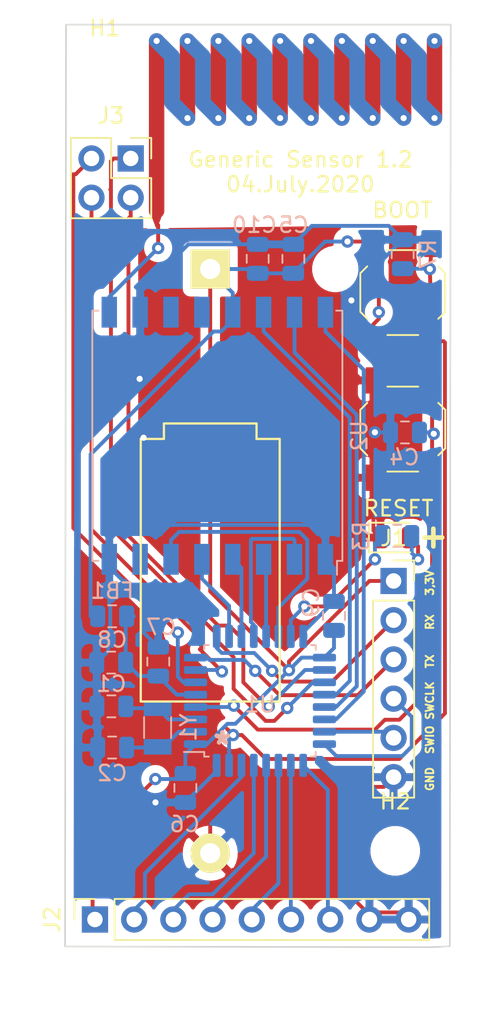
<source format=kicad_pcb>
(kicad_pcb (version 20171130) (host pcbnew "(5.1.5-0-10_14)")

  (general
    (thickness 1.6)
    (drawings 14)
    (tracks 317)
    (zones 0)
    (modules 25)
    (nets 33)
  )

  (page A4)
  (layers
    (0 F.Cu signal)
    (31 B.Cu signal)
    (32 B.Adhes user)
    (33 F.Adhes user)
    (34 B.Paste user)
    (35 F.Paste user)
    (36 B.SilkS user)
    (37 F.SilkS user)
    (38 B.Mask user)
    (39 F.Mask user)
    (40 Dwgs.User user)
    (41 Cmts.User user)
    (42 Eco1.User user)
    (43 Eco2.User user)
    (44 Edge.Cuts user)
    (45 Margin user)
    (46 B.CrtYd user)
    (47 F.CrtYd user)
    (48 B.Fab user)
    (49 F.Fab user)
  )

  (setup
    (last_trace_width 0.25)
    (trace_clearance 0.2)
    (zone_clearance 0.508)
    (zone_45_only no)
    (trace_min 0.2)
    (via_size 0.8)
    (via_drill 0.4)
    (via_min_size 0.4)
    (via_min_drill 0.3)
    (uvia_size 0.3)
    (uvia_drill 0.1)
    (uvias_allowed no)
    (uvia_min_size 0.2)
    (uvia_min_drill 0.1)
    (edge_width 0.1)
    (segment_width 0.2)
    (pcb_text_width 0.3)
    (pcb_text_size 1.5 1.5)
    (mod_edge_width 0.15)
    (mod_text_size 1 1)
    (mod_text_width 0.15)
    (pad_size 1.524 1.524)
    (pad_drill 0.762)
    (pad_to_mask_clearance 0)
    (aux_axis_origin 0 0)
    (visible_elements FFFFFF7F)
    (pcbplotparams
      (layerselection 0x010fc_ffffffff)
      (usegerberextensions false)
      (usegerberattributes false)
      (usegerberadvancedattributes false)
      (creategerberjobfile false)
      (excludeedgelayer true)
      (linewidth 0.100000)
      (plotframeref false)
      (viasonmask false)
      (mode 1)
      (useauxorigin false)
      (hpglpennumber 1)
      (hpglpenspeed 20)
      (hpglpendiameter 15.000000)
      (psnegative false)
      (psa4output false)
      (plotreference true)
      (plotvalue true)
      (plotinvisibletext false)
      (padsonsilk false)
      (subtractmaskfromsilk false)
      (outputformat 1)
      (mirror false)
      (drillshape 1)
      (scaleselection 1)
      (outputdirectory ""))
  )

  (net 0 "")
  (net 1 "Net-(AE1-Pad1)")
  (net 2 +3V3)
  (net 3 GND)
  (net 4 "Net-(C1-Pad1)")
  (net 5 "Net-(C2-Pad1)")
  (net 6 "Net-(C4-Pad1)")
  (net 7 VDDA)
  (net 8 "Net-(D1-Pad2)")
  (net 9 SWDIO)
  (net 10 SWCLK)
  (net 11 TX)
  (net 12 RX)
  (net 13 "Net-(R3-Pad1)")
  (net 14 NSS)
  (net 15 DIO2)
  (net 16 DIO1)
  (net 17 DIO0)
  (net 18 RESET)
  (net 19 MOSI)
  (net 20 MISO)
  (net 21 SCK)
  (net 22 B7)
  (net 23 B6)
  (net 24 B5)
  (net 25 B4)
  (net 26 B3)
  (net 27 A15)
  (net 28 A1)
  (net 29 A0)
  (net 30 A9)
  (net 31 A8)
  (net 32 "Net-(BOOT1-Pad2)")

  (net_class Default "This is the default net class."
    (clearance 0.2)
    (trace_width 0.25)
    (via_dia 0.8)
    (via_drill 0.4)
    (uvia_dia 0.3)
    (uvia_drill 0.1)
    (add_net +3V3)
    (add_net A0)
    (add_net A1)
    (add_net A15)
    (add_net A8)
    (add_net A9)
    (add_net B3)
    (add_net B4)
    (add_net B5)
    (add_net B6)
    (add_net B7)
    (add_net DIO0)
    (add_net DIO1)
    (add_net DIO2)
    (add_net GND)
    (add_net MISO)
    (add_net MOSI)
    (add_net NSS)
    (add_net "Net-(AE1-Pad1)")
    (add_net "Net-(BOOT1-Pad2)")
    (add_net "Net-(C1-Pad1)")
    (add_net "Net-(C2-Pad1)")
    (add_net "Net-(C4-Pad1)")
    (add_net "Net-(D1-Pad2)")
    (add_net "Net-(R3-Pad1)")
    (add_net "Net-(U2-Pad11)")
    (add_net "Net-(U2-Pad12)")
    (add_net "Net-(U2-Pad7)")
    (add_net RESET)
    (add_net RX)
    (add_net SCK)
    (add_net SWCLK)
    (add_net SWDIO)
    (add_net TX)
    (add_net VDDA)
  )

  (module MountingHole:MountingHole_2.2mm_M2 (layer F.Cu) (tedit 56D1B4CB) (tstamp 5EF98A1F)
    (at 146.09572 84.4042)
    (descr "Mounting Hole 2.2mm, no annular, M2")
    (tags "mounting hole 2.2mm no annular m2")
    (path /5EF98C6E)
    (attr virtual)
    (fp_text reference H2 (at 0 -3.2) (layer F.SilkS)
      (effects (font (size 1 1) (thickness 0.15)))
    )
    (fp_text value MountingHole (at 0 3.2) (layer F.Fab)
      (effects (font (size 1 1) (thickness 0.15)))
    )
    (fp_circle (center 0 0) (end 2.45 0) (layer F.CrtYd) (width 0.05))
    (fp_circle (center 0 0) (end 2.2 0) (layer Cmts.User) (width 0.15))
    (fp_text user %R (at 0.3 0) (layer F.Fab)
      (effects (font (size 1 1) (thickness 0.15)))
    )
    (pad 1 np_thru_hole circle (at 0 0) (size 2.2 2.2) (drill 2.2) (layers *.Cu *.Mask))
  )

  (module MountingHole:MountingHole_2.2mm_M2 (layer F.Cu) (tedit 56D1B4CB) (tstamp 5EF989FA)
    (at 127.27432 34.34588)
    (descr "Mounting Hole 2.2mm, no annular, M2")
    (tags "mounting hole 2.2mm no annular m2")
    (path /5EF98972)
    (attr virtual)
    (fp_text reference H1 (at 0 -3.2) (layer F.SilkS)
      (effects (font (size 1 1) (thickness 0.15)))
    )
    (fp_text value MountingHole (at 0 3.2) (layer F.Fab)
      (effects (font (size 1 1) (thickness 0.15)))
    )
    (fp_circle (center 0 0) (end 2.45 0) (layer F.CrtYd) (width 0.05))
    (fp_circle (center 0 0) (end 2.2 0) (layer Cmts.User) (width 0.15))
    (fp_text user %R (at 0.3 0) (layer F.Fab)
      (effects (font (size 1 1) (thickness 0.15)))
    )
    (pad 1 np_thru_hole circle (at 0 0) (size 2.2 2.2) (drill 2.2) (layers *.Cu *.Mask))
  )

  (module Connector_PinSocket_2.54mm:PinSocket_2x02_P2.54mm_Vertical (layer F.Cu) (tedit 5A19A426) (tstamp 5EF8ECFF)
    (at 128.96088 39.57828)
    (descr "Through hole straight socket strip, 2x02, 2.54mm pitch, double cols (from Kicad 4.0.7), script generated")
    (tags "Through hole socket strip THT 2x02 2.54mm double row")
    (path /5EF91CDC)
    (fp_text reference J3 (at -1.27 -2.77) (layer F.SilkS)
      (effects (font (size 1 1) (thickness 0.15)))
    )
    (fp_text value Conn_01x04_Male (at -1.27 5.31) (layer F.Fab)
      (effects (font (size 1 1) (thickness 0.15)))
    )
    (fp_text user %R (at -1.27 1.27 90) (layer F.Fab)
      (effects (font (size 1 1) (thickness 0.15)))
    )
    (fp_line (start -4.34 4.3) (end -4.34 -1.8) (layer F.CrtYd) (width 0.05))
    (fp_line (start 1.76 4.3) (end -4.34 4.3) (layer F.CrtYd) (width 0.05))
    (fp_line (start 1.76 -1.8) (end 1.76 4.3) (layer F.CrtYd) (width 0.05))
    (fp_line (start -4.34 -1.8) (end 1.76 -1.8) (layer F.CrtYd) (width 0.05))
    (fp_line (start 0 -1.33) (end 1.33 -1.33) (layer F.SilkS) (width 0.12))
    (fp_line (start 1.33 -1.33) (end 1.33 0) (layer F.SilkS) (width 0.12))
    (fp_line (start -1.27 -1.33) (end -1.27 1.27) (layer F.SilkS) (width 0.12))
    (fp_line (start -1.27 1.27) (end 1.33 1.27) (layer F.SilkS) (width 0.12))
    (fp_line (start 1.33 1.27) (end 1.33 3.87) (layer F.SilkS) (width 0.12))
    (fp_line (start -3.87 3.87) (end 1.33 3.87) (layer F.SilkS) (width 0.12))
    (fp_line (start -3.87 -1.33) (end -3.87 3.87) (layer F.SilkS) (width 0.12))
    (fp_line (start -3.87 -1.33) (end -1.27 -1.33) (layer F.SilkS) (width 0.12))
    (fp_line (start -3.81 3.81) (end -3.81 -1.27) (layer F.Fab) (width 0.1))
    (fp_line (start 1.27 3.81) (end -3.81 3.81) (layer F.Fab) (width 0.1))
    (fp_line (start 1.27 -0.27) (end 1.27 3.81) (layer F.Fab) (width 0.1))
    (fp_line (start 0.27 -1.27) (end 1.27 -0.27) (layer F.Fab) (width 0.1))
    (fp_line (start -3.81 -1.27) (end 0.27 -1.27) (layer F.Fab) (width 0.1))
    (pad 4 thru_hole oval (at -2.54 2.54) (size 1.7 1.7) (drill 1) (layers *.Cu *.Mask)
      (net 28 A1))
    (pad 3 thru_hole oval (at 0 2.54) (size 1.7 1.7) (drill 1) (layers *.Cu *.Mask)
      (net 31 A8))
    (pad 2 thru_hole oval (at -2.54 0) (size 1.7 1.7) (drill 1) (layers *.Cu *.Mask)
      (net 29 A0))
    (pad 1 thru_hole rect (at 0 0) (size 1.7 1.7) (drill 1) (layers *.Cu *.Mask)
      (net 30 A9))
    (model ${KICAD6_3DMODEL_DIR}/Connector_PinSocket_2.54mm.3dshapes/PinSocket_2x02_P2.54mm_Vertical.wrl
      (at (xyz 0 0 0))
      (scale (xyz 1 1 1))
      (rotate (xyz 0 0 0))
    )
  )

  (module Connector_PinSocket_2.54mm:PinSocket_1x09_P2.54mm_Vertical (layer F.Cu) (tedit 5A19A431) (tstamp 5EF8B5DA)
    (at 126.6444 88.8492 90)
    (descr "Through hole straight socket strip, 1x09, 2.54mm pitch, single row (from Kicad 4.0.7), script generated")
    (tags "Through hole socket strip THT 1x09 2.54mm single row")
    (path /5EF8FA5D)
    (fp_text reference J2 (at 0 -2.77 90) (layer F.SilkS)
      (effects (font (size 1 1) (thickness 0.15)))
    )
    (fp_text value Conn_01x09_Male (at 0 23.09 90) (layer F.Fab)
      (effects (font (size 1 1) (thickness 0.15)))
    )
    (fp_text user %R (at 0 10.16) (layer F.Fab)
      (effects (font (size 1 1) (thickness 0.15)))
    )
    (fp_line (start -1.8 22.1) (end -1.8 -1.8) (layer F.CrtYd) (width 0.05))
    (fp_line (start 1.75 22.1) (end -1.8 22.1) (layer F.CrtYd) (width 0.05))
    (fp_line (start 1.75 -1.8) (end 1.75 22.1) (layer F.CrtYd) (width 0.05))
    (fp_line (start -1.8 -1.8) (end 1.75 -1.8) (layer F.CrtYd) (width 0.05))
    (fp_line (start 0 -1.33) (end 1.33 -1.33) (layer F.SilkS) (width 0.12))
    (fp_line (start 1.33 -1.33) (end 1.33 0) (layer F.SilkS) (width 0.12))
    (fp_line (start 1.33 1.27) (end 1.33 21.65) (layer F.SilkS) (width 0.12))
    (fp_line (start -1.33 21.65) (end 1.33 21.65) (layer F.SilkS) (width 0.12))
    (fp_line (start -1.33 1.27) (end -1.33 21.65) (layer F.SilkS) (width 0.12))
    (fp_line (start -1.33 1.27) (end 1.33 1.27) (layer F.SilkS) (width 0.12))
    (fp_line (start -1.27 21.59) (end -1.27 -1.27) (layer F.Fab) (width 0.1))
    (fp_line (start 1.27 21.59) (end -1.27 21.59) (layer F.Fab) (width 0.1))
    (fp_line (start 1.27 -0.635) (end 1.27 21.59) (layer F.Fab) (width 0.1))
    (fp_line (start 0.635 -1.27) (end 1.27 -0.635) (layer F.Fab) (width 0.1))
    (fp_line (start -1.27 -1.27) (end 0.635 -1.27) (layer F.Fab) (width 0.1))
    (pad 9 thru_hole oval (at 0 20.32 90) (size 1.7 1.7) (drill 1) (layers *.Cu *.Mask)
      (net 3 GND))
    (pad 8 thru_hole oval (at 0 17.78 90) (size 1.7 1.7) (drill 1) (layers *.Cu *.Mask)
      (net 3 GND))
    (pad 7 thru_hole oval (at 0 15.24 90) (size 1.7 1.7) (drill 1) (layers *.Cu *.Mask)
      (net 27 A15))
    (pad 6 thru_hole oval (at 0 12.7 90) (size 1.7 1.7) (drill 1) (layers *.Cu *.Mask)
      (net 26 B3))
    (pad 5 thru_hole oval (at 0 10.16 90) (size 1.7 1.7) (drill 1) (layers *.Cu *.Mask)
      (net 25 B4))
    (pad 4 thru_hole oval (at 0 7.62 90) (size 1.7 1.7) (drill 1) (layers *.Cu *.Mask)
      (net 24 B5))
    (pad 3 thru_hole oval (at 0 5.08 90) (size 1.7 1.7) (drill 1) (layers *.Cu *.Mask)
      (net 23 B6))
    (pad 2 thru_hole oval (at 0 2.54 90) (size 1.7 1.7) (drill 1) (layers *.Cu *.Mask)
      (net 22 B7))
    (pad 1 thru_hole rect (at 0 0 90) (size 1.7 1.7) (drill 1) (layers *.Cu *.Mask)
      (net 2 +3V3))
    (model ${KICAD6_3DMODEL_DIR}/Connector_PinSocket_2.54mm.3dshapes/PinSocket_1x09_P2.54mm_Vertical.wrl
      (at (xyz 0 0 0))
      (scale (xyz 1 1 1))
      (rotate (xyz 0 0 0))
    )
  )

  (module Connector_PinSocket_2.54mm:PinSocket_1x06_P2.54mm_Vertical (layer F.Cu) (tedit 5A19A430) (tstamp 5EDD92EF)
    (at 145.98904 66.93154)
    (descr "Through hole straight socket strip, 1x06, 2.54mm pitch, single row (from Kicad 4.0.7), script generated")
    (tags "Through hole socket strip THT 1x06 2.54mm single row")
    (path /5ED1FD6B)
    (fp_text reference J1 (at 0 -2.77) (layer F.SilkS)
      (effects (font (size 1 1) (thickness 0.15)))
    )
    (fp_text value Conn_01x06_Male (at 0 15.47) (layer F.Fab)
      (effects (font (size 1 1) (thickness 0.15)))
    )
    (fp_text user %R (at 0 6.35 90) (layer F.Fab)
      (effects (font (size 1 1) (thickness 0.15)))
    )
    (fp_line (start -1.8 14.45) (end -1.8 -1.8) (layer F.CrtYd) (width 0.05))
    (fp_line (start 1.75 14.45) (end -1.8 14.45) (layer F.CrtYd) (width 0.05))
    (fp_line (start 1.75 -1.8) (end 1.75 14.45) (layer F.CrtYd) (width 0.05))
    (fp_line (start -1.8 -1.8) (end 1.75 -1.8) (layer F.CrtYd) (width 0.05))
    (fp_line (start 0 -1.33) (end 1.33 -1.33) (layer F.SilkS) (width 0.12))
    (fp_line (start 1.33 -1.33) (end 1.33 0) (layer F.SilkS) (width 0.12))
    (fp_line (start 1.33 1.27) (end 1.33 14.03) (layer F.SilkS) (width 0.12))
    (fp_line (start -1.33 14.03) (end 1.33 14.03) (layer F.SilkS) (width 0.12))
    (fp_line (start -1.33 1.27) (end -1.33 14.03) (layer F.SilkS) (width 0.12))
    (fp_line (start -1.33 1.27) (end 1.33 1.27) (layer F.SilkS) (width 0.12))
    (fp_line (start -1.27 13.97) (end -1.27 -1.27) (layer F.Fab) (width 0.1))
    (fp_line (start 1.27 13.97) (end -1.27 13.97) (layer F.Fab) (width 0.1))
    (fp_line (start 1.27 -0.635) (end 1.27 13.97) (layer F.Fab) (width 0.1))
    (fp_line (start 0.635 -1.27) (end 1.27 -0.635) (layer F.Fab) (width 0.1))
    (fp_line (start -1.27 -1.27) (end 0.635 -1.27) (layer F.Fab) (width 0.1))
    (pad 6 thru_hole oval (at 0 12.7) (size 1.7 1.7) (drill 1) (layers *.Cu *.Mask)
      (net 3 GND))
    (pad 5 thru_hole oval (at 0 10.16) (size 1.7 1.7) (drill 1) (layers *.Cu *.Mask)
      (net 10 SWCLK))
    (pad 4 thru_hole oval (at 0 7.62) (size 1.7 1.7) (drill 1) (layers *.Cu *.Mask)
      (net 9 SWDIO))
    (pad 3 thru_hole oval (at 0 5.08) (size 1.7 1.7) (drill 1) (layers *.Cu *.Mask)
      (net 11 TX))
    (pad 2 thru_hole oval (at 0 2.54) (size 1.7 1.7) (drill 1) (layers *.Cu *.Mask)
      (net 12 RX))
    (pad 1 thru_hole rect (at 0 0) (size 1.7 1.7) (drill 1) (layers *.Cu *.Mask)
      (net 2 +3V3))
    (model ${KICAD6_3DMODEL_DIR}/Connector_PinSocket_2.54mm.3dshapes/PinSocket_1x06_P2.54mm_Vertical.wrl
      (at (xyz 0 0 0))
      (scale (xyz 1 1 1))
      (rotate (xyz 0 0 0))
    )
  )

  (module Package_QFP:LQFP-32_7x7mm_P0.8mm (layer B.Cu) (tedit 5D9F72AF) (tstamp 5EDDE4C3)
    (at 137.33272 74.69378)
    (descr "LQFP, 32 Pin (https://www.nxp.com/docs/en/package-information/SOT358-1.pdf), generated with kicad-footprint-generator ipc_gullwing_generator.py")
    (tags "LQFP QFP")
    (path /5ECAC074)
    (attr smd)
    (fp_text reference U1 (at 0 0.23622) (layer B.SilkS)
      (effects (font (size 1 1) (thickness 0.15)) (justify mirror))
    )
    (fp_text value STM32L041K6Tx (at 0 -5.88) (layer B.Fab)
      (effects (font (size 1 1) (thickness 0.15)) (justify mirror))
    )
    (fp_text user %R (at 0 0) (layer B.Fab)
      (effects (font (size 1 1) (thickness 0.15)) (justify mirror))
    )
    (fp_line (start 5.18 -3.3) (end 5.18 0) (layer B.CrtYd) (width 0.05))
    (fp_line (start 3.75 -3.3) (end 5.18 -3.3) (layer B.CrtYd) (width 0.05))
    (fp_line (start 3.75 -3.75) (end 3.75 -3.3) (layer B.CrtYd) (width 0.05))
    (fp_line (start 3.3 -3.75) (end 3.75 -3.75) (layer B.CrtYd) (width 0.05))
    (fp_line (start 3.3 -5.18) (end 3.3 -3.75) (layer B.CrtYd) (width 0.05))
    (fp_line (start 0 -5.18) (end 3.3 -5.18) (layer B.CrtYd) (width 0.05))
    (fp_line (start -5.18 -3.3) (end -5.18 0) (layer B.CrtYd) (width 0.05))
    (fp_line (start -3.75 -3.3) (end -5.18 -3.3) (layer B.CrtYd) (width 0.05))
    (fp_line (start -3.75 -3.75) (end -3.75 -3.3) (layer B.CrtYd) (width 0.05))
    (fp_line (start -3.3 -3.75) (end -3.75 -3.75) (layer B.CrtYd) (width 0.05))
    (fp_line (start -3.3 -5.18) (end -3.3 -3.75) (layer B.CrtYd) (width 0.05))
    (fp_line (start 0 -5.18) (end -3.3 -5.18) (layer B.CrtYd) (width 0.05))
    (fp_line (start 5.18 3.3) (end 5.18 0) (layer B.CrtYd) (width 0.05))
    (fp_line (start 3.75 3.3) (end 5.18 3.3) (layer B.CrtYd) (width 0.05))
    (fp_line (start 3.75 3.75) (end 3.75 3.3) (layer B.CrtYd) (width 0.05))
    (fp_line (start 3.3 3.75) (end 3.75 3.75) (layer B.CrtYd) (width 0.05))
    (fp_line (start 3.3 5.18) (end 3.3 3.75) (layer B.CrtYd) (width 0.05))
    (fp_line (start 0 5.18) (end 3.3 5.18) (layer B.CrtYd) (width 0.05))
    (fp_line (start -5.18 3.3) (end -5.18 0) (layer B.CrtYd) (width 0.05))
    (fp_line (start -3.75 3.3) (end -5.18 3.3) (layer B.CrtYd) (width 0.05))
    (fp_line (start -3.75 3.75) (end -3.75 3.3) (layer B.CrtYd) (width 0.05))
    (fp_line (start -3.3 3.75) (end -3.75 3.75) (layer B.CrtYd) (width 0.05))
    (fp_line (start -3.3 5.18) (end -3.3 3.75) (layer B.CrtYd) (width 0.05))
    (fp_line (start 0 5.18) (end -3.3 5.18) (layer B.CrtYd) (width 0.05))
    (fp_line (start -3.5 2.5) (end -2.5 3.5) (layer B.Fab) (width 0.1))
    (fp_line (start -3.5 -3.5) (end -3.5 2.5) (layer B.Fab) (width 0.1))
    (fp_line (start 3.5 -3.5) (end -3.5 -3.5) (layer B.Fab) (width 0.1))
    (fp_line (start 3.5 3.5) (end 3.5 -3.5) (layer B.Fab) (width 0.1))
    (fp_line (start -2.5 3.5) (end 3.5 3.5) (layer B.Fab) (width 0.1))
    (fp_line (start -3.61 3.31) (end -4.925 3.31) (layer B.SilkS) (width 0.12))
    (fp_line (start -3.61 3.61) (end -3.61 3.31) (layer B.SilkS) (width 0.12))
    (fp_line (start -3.31 3.61) (end -3.61 3.61) (layer B.SilkS) (width 0.12))
    (fp_line (start 3.61 3.61) (end 3.61 3.31) (layer B.SilkS) (width 0.12))
    (fp_line (start 3.31 3.61) (end 3.61 3.61) (layer B.SilkS) (width 0.12))
    (fp_line (start -3.61 -3.61) (end -3.61 -3.31) (layer B.SilkS) (width 0.12))
    (fp_line (start -3.31 -3.61) (end -3.61 -3.61) (layer B.SilkS) (width 0.12))
    (fp_line (start 3.61 -3.61) (end 3.61 -3.31) (layer B.SilkS) (width 0.12))
    (fp_line (start 3.31 -3.61) (end 3.61 -3.61) (layer B.SilkS) (width 0.12))
    (pad 32 smd roundrect (at -2.8 4.175) (size 0.5 1.5) (layers B.Cu B.Paste B.Mask) (roundrect_rratio 0.25)
      (net 3 GND))
    (pad 31 smd roundrect (at -2 4.175) (size 0.5 1.5) (layers B.Cu B.Paste B.Mask) (roundrect_rratio 0.25)
      (net 32 "Net-(BOOT1-Pad2)"))
    (pad 30 smd roundrect (at -1.2 4.175) (size 0.5 1.5) (layers B.Cu B.Paste B.Mask) (roundrect_rratio 0.25)
      (net 22 B7))
    (pad 29 smd roundrect (at -0.4 4.175) (size 0.5 1.5) (layers B.Cu B.Paste B.Mask) (roundrect_rratio 0.25)
      (net 23 B6))
    (pad 28 smd roundrect (at 0.4 4.175) (size 0.5 1.5) (layers B.Cu B.Paste B.Mask) (roundrect_rratio 0.25)
      (net 24 B5))
    (pad 27 smd roundrect (at 1.2 4.175) (size 0.5 1.5) (layers B.Cu B.Paste B.Mask) (roundrect_rratio 0.25)
      (net 25 B4))
    (pad 26 smd roundrect (at 2 4.175) (size 0.5 1.5) (layers B.Cu B.Paste B.Mask) (roundrect_rratio 0.25)
      (net 26 B3))
    (pad 25 smd roundrect (at 2.8 4.175) (size 0.5 1.5) (layers B.Cu B.Paste B.Mask) (roundrect_rratio 0.25)
      (net 27 A15))
    (pad 24 smd roundrect (at 4.175 2.8) (size 1.5 0.5) (layers B.Cu B.Paste B.Mask) (roundrect_rratio 0.25)
      (net 10 SWCLK))
    (pad 23 smd roundrect (at 4.175 2) (size 1.5 0.5) (layers B.Cu B.Paste B.Mask) (roundrect_rratio 0.25)
      (net 9 SWDIO))
    (pad 22 smd roundrect (at 4.175 1.2) (size 1.5 0.5) (layers B.Cu B.Paste B.Mask) (roundrect_rratio 0.25)
      (net 15 DIO2))
    (pad 21 smd roundrect (at 4.175 0.4) (size 1.5 0.5) (layers B.Cu B.Paste B.Mask) (roundrect_rratio 0.25)
      (net 16 DIO1))
    (pad 20 smd roundrect (at 4.175 -0.4) (size 1.5 0.5) (layers B.Cu B.Paste B.Mask) (roundrect_rratio 0.25)
      (net 17 DIO0))
    (pad 19 smd roundrect (at 4.175 -1.2) (size 1.5 0.5) (layers B.Cu B.Paste B.Mask) (roundrect_rratio 0.25)
      (net 30 A9))
    (pad 18 smd roundrect (at 4.175 -2) (size 1.5 0.5) (layers B.Cu B.Paste B.Mask) (roundrect_rratio 0.25)
      (net 31 A8))
    (pad 17 smd roundrect (at 4.175 -2.8) (size 1.5 0.5) (layers B.Cu B.Paste B.Mask) (roundrect_rratio 0.25)
      (net 2 +3V3))
    (pad 16 smd roundrect (at 2.8 -4.175) (size 0.5 1.5) (layers B.Cu B.Paste B.Mask) (roundrect_rratio 0.25)
      (net 3 GND))
    (pad 15 smd roundrect (at 2 -4.175) (size 0.5 1.5) (layers B.Cu B.Paste B.Mask) (roundrect_rratio 0.25)
      (net 13 "Net-(R3-Pad1)"))
    (pad 14 smd roundrect (at 1.2 -4.175) (size 0.5 1.5) (layers B.Cu B.Paste B.Mask) (roundrect_rratio 0.25)
      (net 18 RESET))
    (pad 13 smd roundrect (at 0.4 -4.175) (size 0.5 1.5) (layers B.Cu B.Paste B.Mask) (roundrect_rratio 0.25)
      (net 19 MOSI))
    (pad 12 smd roundrect (at -0.4 -4.175) (size 0.5 1.5) (layers B.Cu B.Paste B.Mask) (roundrect_rratio 0.25)
      (net 20 MISO))
    (pad 11 smd roundrect (at -1.2 -4.175) (size 0.5 1.5) (layers B.Cu B.Paste B.Mask) (roundrect_rratio 0.25)
      (net 21 SCK))
    (pad 10 smd roundrect (at -2 -4.175) (size 0.5 1.5) (layers B.Cu B.Paste B.Mask) (roundrect_rratio 0.25)
      (net 14 NSS))
    (pad 9 smd roundrect (at -2.8 -4.175) (size 0.5 1.5) (layers B.Cu B.Paste B.Mask) (roundrect_rratio 0.25)
      (net 12 RX))
    (pad 8 smd roundrect (at -4.175 -2.8) (size 1.5 0.5) (layers B.Cu B.Paste B.Mask) (roundrect_rratio 0.25)
      (net 11 TX))
    (pad 7 smd roundrect (at -4.175 -2) (size 1.5 0.5) (layers B.Cu B.Paste B.Mask) (roundrect_rratio 0.25)
      (net 28 A1))
    (pad 6 smd roundrect (at -4.175 -1.2) (size 1.5 0.5) (layers B.Cu B.Paste B.Mask) (roundrect_rratio 0.25)
      (net 29 A0))
    (pad 5 smd roundrect (at -4.175 -0.4) (size 1.5 0.5) (layers B.Cu B.Paste B.Mask) (roundrect_rratio 0.25)
      (net 7 VDDA))
    (pad 4 smd roundrect (at -4.175 0.4) (size 1.5 0.5) (layers B.Cu B.Paste B.Mask) (roundrect_rratio 0.25)
      (net 6 "Net-(C4-Pad1)"))
    (pad 3 smd roundrect (at -4.175 1.2) (size 1.5 0.5) (layers B.Cu B.Paste B.Mask) (roundrect_rratio 0.25)
      (net 4 "Net-(C1-Pad1)"))
    (pad 2 smd roundrect (at -4.175 2) (size 1.5 0.5) (layers B.Cu B.Paste B.Mask) (roundrect_rratio 0.25)
      (net 5 "Net-(C2-Pad1)"))
    (pad 1 smd roundrect (at -4.175 2.8) (size 1.5 0.5) (layers B.Cu B.Paste B.Mask) (roundrect_rratio 0.25)
      (net 2 +3V3))
    (model ${KICAD6_3DMODEL_DIR}/Package_QFP.3dshapes/LQFP-32_7x7mm_P0.8mm.wrl
      (at (xyz 0 0 0))
      (scale (xyz 1 1 1))
      (rotate (xyz 0 0 0))
    )
  )

  (module Resistor_SMD:R_0805_2012Metric (layer B.Cu) (tedit 5B36C52B) (tstamp 5EDE29DA)
    (at 127.762 69.218 180)
    (descr "Resistor SMD 0805 (2012 Metric), square (rectangular) end terminal, IPC_7351 nominal, (Body size source: https://docs.google.com/spreadsheets/d/1BsfQQcO9C6DZCsRaXUlFlo91Tg2WpOkGARC1WS5S8t0/edit?usp=sharing), generated with kicad-footprint-generator")
    (tags resistor)
    (path /5ECCEBAA)
    (attr smd)
    (fp_text reference FB1 (at 0 1.65) (layer B.SilkS)
      (effects (font (size 1 1) (thickness 0.15)) (justify mirror))
    )
    (fp_text value Ferrite_Bead_Small (at 0 -1.65) (layer B.Fab)
      (effects (font (size 1 1) (thickness 0.15)) (justify mirror))
    )
    (fp_text user %R (at 0 0) (layer B.Fab)
      (effects (font (size 0.5 0.5) (thickness 0.08)) (justify mirror))
    )
    (fp_line (start 1.68 -0.95) (end -1.68 -0.95) (layer B.CrtYd) (width 0.05))
    (fp_line (start 1.68 0.95) (end 1.68 -0.95) (layer B.CrtYd) (width 0.05))
    (fp_line (start -1.68 0.95) (end 1.68 0.95) (layer B.CrtYd) (width 0.05))
    (fp_line (start -1.68 -0.95) (end -1.68 0.95) (layer B.CrtYd) (width 0.05))
    (fp_line (start -0.258578 -0.71) (end 0.258578 -0.71) (layer B.SilkS) (width 0.12))
    (fp_line (start -0.258578 0.71) (end 0.258578 0.71) (layer B.SilkS) (width 0.12))
    (fp_line (start 1 -0.6) (end -1 -0.6) (layer B.Fab) (width 0.1))
    (fp_line (start 1 0.6) (end 1 -0.6) (layer B.Fab) (width 0.1))
    (fp_line (start -1 0.6) (end 1 0.6) (layer B.Fab) (width 0.1))
    (fp_line (start -1 -0.6) (end -1 0.6) (layer B.Fab) (width 0.1))
    (pad 2 smd roundrect (at 0.9375 0 180) (size 0.975 1.4) (layers B.Cu B.Paste B.Mask) (roundrect_rratio 0.25)
      (net 2 +3V3))
    (pad 1 smd roundrect (at -0.9375 0 180) (size 0.975 1.4) (layers B.Cu B.Paste B.Mask) (roundrect_rratio 0.25)
      (net 7 VDDA))
    (model ${KICAD6_3DMODEL_DIR}/Resistor_SMD.3dshapes/R_0805_2012Metric.wrl
      (at (xyz 0 0 0))
      (scale (xyz 1 1 1))
      (rotate (xyz 0 0 0))
    )
  )

  (module Battery:CR123_holder (layer F.Cu) (tedit 55F2FFA5) (tstamp 5EDD62A0)
    (at 134.112 46.736)
    (descr "CR123 battery holder")
    (tags "Battery holder, CR123")
    (path /5ED19278)
    (fp_text reference BT1 (at 0 -3.5) (layer F.SilkS) hide
      (effects (font (size 1 1) (thickness 0.15)))
    )
    (fp_text value Battery_Cell (at 0 2.54) (layer F.Fab)
      (effects (font (size 1 1) (thickness 0.15)))
    )
    (fp_line (start -4.5 28) (end 4.5 28) (layer F.SilkS) (width 0.15))
    (fp_line (start 4.5 28) (end 4.5 11) (layer F.SilkS) (width 0.15))
    (fp_line (start 4.5 11) (end 3 11) (layer F.SilkS) (width 0.15))
    (fp_line (start 3 11) (end 3 10) (layer F.SilkS) (width 0.15))
    (fp_line (start 3 10) (end -3 10) (layer F.SilkS) (width 0.15))
    (fp_line (start -3 10) (end -3 11) (layer F.SilkS) (width 0.15))
    (fp_line (start -3 11) (end -4.5 11) (layer F.SilkS) (width 0.15))
    (fp_line (start -4.5 11) (end -4.5 28) (layer F.SilkS) (width 0.15))
    (fp_line (start -9.25 -2.75) (end 9.25 -2.75) (layer F.CrtYd) (width 0.15))
    (fp_line (start 9.25 -2.75) (end 9.25 40.25) (layer F.CrtYd) (width 0.15))
    (fp_line (start -9.25 40.25) (end 9.25 40.25) (layer F.CrtYd) (width 0.15))
    (fp_line (start -9.25 -2.75) (end -9.25 40.25) (layer F.CrtYd) (width 0.15))
    (pad 1 thru_hole rect (at 0 0) (size 2.54 2.54) (drill 1.3) (layers *.Cu *.Mask F.SilkS)
      (net 2 +3V3))
    (pad 2 thru_hole circle (at 0 37.82) (size 2.54 2.54) (drill 1.3) (layers *.Cu *.Mask F.SilkS)
      (net 3 GND))
    (pad "" np_thru_hole circle (at 8.1 0) (size 1.98 1.98) (drill 1.98) (layers *.Cu Dwgs.User))
    (model ${MYSLOCAL}/mysensors.3dshapes/mysensors_connectors.3dshapes/cr123_holder.wrl
      (offset (xyz 0 -18.94839971542358 7.111999893188477))
      (scale (xyz 1 1 1))
      (rotate (xyz 0 0 0))
    )
    (model Pin_Headers.3dshapes/Pin_Header_Straight_1x01.wrl
      (at (xyz 0 0 0))
      (scale (xyz 1 1 1))
      (rotate (xyz 0 0 0))
    )
    (model Pin_Headers.3dshapes/Pin_Header_Straight_1x01.wrl
      (offset (xyz 0 -37.84599943161011 0))
      (scale (xyz 1 1 1))
      (rotate (xyz 0 0 0))
    )
  )

  (module Crystal:Crystal_SMD_3215-2Pin_3.2x1.5mm (layer B.Cu) (tedit 5A0FD1B2) (tstamp 5EDDFA16)
    (at 130.70332 76.42098 90)
    (descr "SMD Crystal FC-135 https://support.epson.biz/td/api/doc_check.php?dl=brief_FC-135R_en.pdf")
    (tags "SMD SMT Crystal")
    (path /5ECB1FA2)
    (attr smd)
    (fp_text reference Y1 (at 0 2 90) (layer B.SilkS)
      (effects (font (size 1 1) (thickness 0.15)) (justify mirror))
    )
    (fp_text value 32KHz (at 0 -2 90) (layer B.Fab)
      (effects (font (size 1 1) (thickness 0.15)) (justify mirror))
    )
    (fp_line (start 2 1.15) (end 2 -1.15) (layer B.CrtYd) (width 0.05))
    (fp_line (start -2 1.15) (end -2 -1.15) (layer B.CrtYd) (width 0.05))
    (fp_line (start -2 -1.15) (end 2 -1.15) (layer B.CrtYd) (width 0.05))
    (fp_line (start -1.6 -0.75) (end 1.6 -0.75) (layer B.Fab) (width 0.1))
    (fp_line (start -1.6 0.75) (end 1.6 0.75) (layer B.Fab) (width 0.1))
    (fp_line (start 1.6 0.75) (end 1.6 -0.75) (layer B.Fab) (width 0.1))
    (fp_line (start -0.675 0.875) (end 0.675 0.875) (layer B.SilkS) (width 0.12))
    (fp_line (start -0.675 -0.875) (end 0.675 -0.875) (layer B.SilkS) (width 0.12))
    (fp_line (start -1.6 0.75) (end -1.6 -0.75) (layer B.Fab) (width 0.1))
    (fp_line (start -2 1.15) (end 2 1.15) (layer B.CrtYd) (width 0.05))
    (fp_text user %R (at 0 2 90) (layer B.Fab)
      (effects (font (size 1 1) (thickness 0.15)) (justify mirror))
    )
    (pad 2 smd rect (at -1.25 0 90) (size 1 1.8) (layers B.Cu B.Paste B.Mask)
      (net 5 "Net-(C2-Pad1)"))
    (pad 1 smd rect (at 1.25 0 90) (size 1 1.8) (layers B.Cu B.Paste B.Mask)
      (net 4 "Net-(C1-Pad1)"))
    (model ${KICAD6_3DMODEL_DIR}/Crystal.3dshapes/Crystal_SMD_3215-2Pin_3.2x1.5mm.wrl
      (at (xyz 0 0 0))
      (scale (xyz 1 1 1))
      (rotate (xyz 0 0 0))
    )
  )

  (module RF_Module:HOPERF_RFM9XW_SMD (layer B.Cu) (tedit 5C227243) (tstamp 5EDDA868)
    (at 134.572 57.53 90)
    (descr "Low Power Long Range Transceiver Module SMD-16 (https://www.hoperf.com/data/upload/portal/20181127/5bfcbea20e9ef.pdf)")
    (tags "LoRa Low Power Long Range Transceiver Module")
    (path /5ECD2FAF)
    (attr smd)
    (fp_text reference U2 (at 0 9.2 90) (layer B.SilkS)
      (effects (font (size 1 1) (thickness 0.15)) (justify mirror))
    )
    (fp_text value RFM95W-868S2 (at 0 -9.5 90) (layer B.Fab)
      (effects (font (size 1 1) (thickness 0.15)) (justify mirror))
    )
    (fp_line (start -7 8) (end -8 7) (layer B.Fab) (width 0.1))
    (fp_line (start -8.1 7.75) (end -9 7.75) (layer B.SilkS) (width 0.12))
    (fp_line (start -8.1 8.1) (end -8.1 7.75) (layer B.SilkS) (width 0.12))
    (fp_line (start 8.1 -8.1) (end 8.1 -7.7) (layer B.SilkS) (width 0.12))
    (fp_line (start -8.1 -8.1) (end 8.1 -8.1) (layer B.SilkS) (width 0.12))
    (fp_line (start -8.1 -7.7) (end -8.1 -8.1) (layer B.SilkS) (width 0.12))
    (fp_line (start 8.1 8.1) (end 8.1 7.7) (layer B.SilkS) (width 0.12))
    (fp_line (start -8.1 8.1) (end 8.1 8.1) (layer B.SilkS) (width 0.12))
    (fp_line (start -9.25 -8.25) (end -9.25 8.25) (layer B.CrtYd) (width 0.05))
    (fp_line (start -9.25 -8.25) (end 9.25 -8.25) (layer B.CrtYd) (width 0.05))
    (fp_line (start 9.25 8.25) (end 9.25 -8.25) (layer B.CrtYd) (width 0.05))
    (fp_line (start -9.25 8.25) (end 9.25 8.25) (layer B.CrtYd) (width 0.05))
    (fp_text user %R (at 0 0 90) (layer B.Fab)
      (effects (font (size 1 1) (thickness 0.15)) (justify mirror))
    )
    (fp_line (start -8 -8) (end -8 7) (layer B.Fab) (width 0.1))
    (fp_line (start -8 -8) (end 8 -8) (layer B.Fab) (width 0.1))
    (fp_line (start 8 -8) (end 8 8) (layer B.Fab) (width 0.1))
    (fp_line (start -7 8) (end 8 8) (layer B.Fab) (width 0.1))
    (pad 16 smd rect (at 8 7 90) (size 2 1) (layers B.Cu B.Paste B.Mask)
      (net 15 DIO2))
    (pad 15 smd rect (at 8 5 90) (size 2 1) (layers B.Cu B.Paste B.Mask)
      (net 16 DIO1))
    (pad 14 smd rect (at 8 3 90) (size 2 1) (layers B.Cu B.Paste B.Mask)
      (net 17 DIO0))
    (pad 13 smd rect (at 8 1 90) (size 2 1) (layers B.Cu B.Paste B.Mask)
      (net 2 +3V3))
    (pad 12 smd rect (at 8 -1 90) (size 2 1) (layers B.Cu B.Paste B.Mask))
    (pad 11 smd rect (at 8 -3 90) (size 2 1) (layers B.Cu B.Paste B.Mask))
    (pad 10 smd rect (at 8 -5 90) (size 2 1) (layers B.Cu B.Paste B.Mask)
      (net 3 GND))
    (pad 9 smd rect (at 8 -7 90) (size 2 1) (layers B.Cu B.Paste B.Mask)
      (net 1 "Net-(AE1-Pad1)"))
    (pad 8 smd rect (at -8 -7 90) (size 2 1) (layers B.Cu B.Paste B.Mask)
      (net 3 GND))
    (pad 7 smd rect (at -8 -5 90) (size 2 1) (layers B.Cu B.Paste B.Mask))
    (pad 6 smd rect (at -8 -3 90) (size 2 1) (layers B.Cu B.Paste B.Mask)
      (net 18 RESET))
    (pad 5 smd rect (at -8 -1 90) (size 2 1) (layers B.Cu B.Paste B.Mask)
      (net 14 NSS))
    (pad 4 smd rect (at -8 1 90) (size 2 1) (layers B.Cu B.Paste B.Mask)
      (net 21 SCK))
    (pad 3 smd rect (at -8 3 90) (size 2 1) (layers B.Cu B.Paste B.Mask)
      (net 19 MOSI))
    (pad 2 smd rect (at -8 5 90) (size 2 1) (layers B.Cu B.Paste B.Mask)
      (net 20 MISO))
    (pad 1 smd rect (at -8 7 90) (size 2 1) (layers B.Cu B.Paste B.Mask)
      (net 3 GND))
    (model ${KICAD6_3DMODEL_DIR}/RF_Module.3dshapes/HOPERF_RFM9XW_SMD.wrl
      (at (xyz 0 0 0))
      (scale (xyz 1 1 1))
      (rotate (xyz 0 0 0))
    )
  )

  (module Resistor_SMD:R_0805_2012Metric (layer B.Cu) (tedit 5B36C52B) (tstamp 5EDE0775)
    (at 146.57578 45.77588 90)
    (descr "Resistor SMD 0805 (2012 Metric), square (rectangular) end terminal, IPC_7351 nominal, (Body size source: https://docs.google.com/spreadsheets/d/1BsfQQcO9C6DZCsRaXUlFlo91Tg2WpOkGARC1WS5S8t0/edit?usp=sharing), generated with kicad-footprint-generator")
    (tags resistor)
    (path /5ED6BC7D)
    (attr smd)
    (fp_text reference R7 (at 0 1.65 90) (layer B.SilkS)
      (effects (font (size 1 1) (thickness 0.15)) (justify mirror))
    )
    (fp_text value 12K (at 0 -1.65 90) (layer B.Fab)
      (effects (font (size 1 1) (thickness 0.15)) (justify mirror))
    )
    (fp_text user %R (at 0 0 90) (layer B.Fab)
      (effects (font (size 0.5 0.5) (thickness 0.08)) (justify mirror))
    )
    (fp_line (start 1.68 -0.95) (end -1.68 -0.95) (layer B.CrtYd) (width 0.05))
    (fp_line (start 1.68 0.95) (end 1.68 -0.95) (layer B.CrtYd) (width 0.05))
    (fp_line (start -1.68 0.95) (end 1.68 0.95) (layer B.CrtYd) (width 0.05))
    (fp_line (start -1.68 -0.95) (end -1.68 0.95) (layer B.CrtYd) (width 0.05))
    (fp_line (start -0.258578 -0.71) (end 0.258578 -0.71) (layer B.SilkS) (width 0.12))
    (fp_line (start -0.258578 0.71) (end 0.258578 0.71) (layer B.SilkS) (width 0.12))
    (fp_line (start 1 -0.6) (end -1 -0.6) (layer B.Fab) (width 0.1))
    (fp_line (start 1 0.6) (end 1 -0.6) (layer B.Fab) (width 0.1))
    (fp_line (start -1 0.6) (end 1 0.6) (layer B.Fab) (width 0.1))
    (fp_line (start -1 -0.6) (end -1 0.6) (layer B.Fab) (width 0.1))
    (pad 2 smd roundrect (at 0.9375 0 90) (size 0.975 1.4) (layers B.Cu B.Paste B.Mask) (roundrect_rratio 0.25)
      (net 3 GND))
    (pad 1 smd roundrect (at -0.9375 0 90) (size 0.975 1.4) (layers B.Cu B.Paste B.Mask) (roundrect_rratio 0.25)
      (net 32 "Net-(BOOT1-Pad2)"))
    (model ${KICAD6_3DMODEL_DIR}/Resistor_SMD.3dshapes/R_0805_2012Metric.wrl
      (at (xyz 0 0 0))
      (scale (xyz 1 1 1))
      (rotate (xyz 0 0 0))
    )
  )

  (module Resistor_SMD:R_0805_2012Metric (layer B.Cu) (tedit 5B36C52B) (tstamp 5EDD9E5A)
    (at 146.2255 64.008)
    (descr "Resistor SMD 0805 (2012 Metric), square (rectangular) end terminal, IPC_7351 nominal, (Body size source: https://docs.google.com/spreadsheets/d/1BsfQQcO9C6DZCsRaXUlFlo91Tg2WpOkGARC1WS5S8t0/edit?usp=sharing), generated with kicad-footprint-generator")
    (tags resistor)
    (path /5EDFFD28)
    (attr smd)
    (fp_text reference R3 (at -2.3345 0.03048 270) (layer B.SilkS)
      (effects (font (size 1 1) (thickness 0.15)) (justify mirror))
    )
    (fp_text value 12K (at 0 -1.65) (layer B.Fab)
      (effects (font (size 1 1) (thickness 0.15)) (justify mirror))
    )
    (fp_text user %R (at 0 0) (layer B.Fab)
      (effects (font (size 0.5 0.5) (thickness 0.08)) (justify mirror))
    )
    (fp_line (start 1.68 -0.95) (end -1.68 -0.95) (layer B.CrtYd) (width 0.05))
    (fp_line (start 1.68 0.95) (end 1.68 -0.95) (layer B.CrtYd) (width 0.05))
    (fp_line (start -1.68 0.95) (end 1.68 0.95) (layer B.CrtYd) (width 0.05))
    (fp_line (start -1.68 -0.95) (end -1.68 0.95) (layer B.CrtYd) (width 0.05))
    (fp_line (start -0.258578 -0.71) (end 0.258578 -0.71) (layer B.SilkS) (width 0.12))
    (fp_line (start -0.258578 0.71) (end 0.258578 0.71) (layer B.SilkS) (width 0.12))
    (fp_line (start 1 -0.6) (end -1 -0.6) (layer B.Fab) (width 0.1))
    (fp_line (start 1 0.6) (end 1 -0.6) (layer B.Fab) (width 0.1))
    (fp_line (start -1 0.6) (end 1 0.6) (layer B.Fab) (width 0.1))
    (fp_line (start -1 -0.6) (end -1 0.6) (layer B.Fab) (width 0.1))
    (pad 2 smd roundrect (at 0.9375 0) (size 0.975 1.4) (layers B.Cu B.Paste B.Mask) (roundrect_rratio 0.25)
      (net 8 "Net-(D1-Pad2)"))
    (pad 1 smd roundrect (at -0.9375 0) (size 0.975 1.4) (layers B.Cu B.Paste B.Mask) (roundrect_rratio 0.25)
      (net 13 "Net-(R3-Pad1)"))
    (model ${KICAD6_3DMODEL_DIR}/Resistor_SMD.3dshapes/R_0805_2012Metric.wrl
      (at (xyz 0 0 0))
      (scale (xyz 1 1 1))
      (rotate (xyz 0 0 0))
    )
  )

  (module Capacitor_SMD:C_0805_2012Metric (layer B.Cu) (tedit 5B36C52B) (tstamp 5EDE8E60)
    (at 137.1854 46.0756 90)
    (descr "Capacitor SMD 0805 (2012 Metric), square (rectangular) end terminal, IPC_7351 nominal, (Body size source: https://docs.google.com/spreadsheets/d/1BsfQQcO9C6DZCsRaXUlFlo91Tg2WpOkGARC1WS5S8t0/edit?usp=sharing), generated with kicad-footprint-generator")
    (tags capacitor)
    (path /5ED760B9)
    (attr smd)
    (fp_text reference C10 (at 2.1971 -0.2159 180) (layer B.SilkS)
      (effects (font (size 1 1) (thickness 0.15)) (justify mirror))
    )
    (fp_text value "1 uF" (at 0 -1.65 90) (layer B.Fab)
      (effects (font (size 1 1) (thickness 0.15)) (justify mirror))
    )
    (fp_text user %R (at 0 0 90) (layer B.Fab)
      (effects (font (size 0.5 0.5) (thickness 0.08)) (justify mirror))
    )
    (fp_line (start 1.68 -0.95) (end -1.68 -0.95) (layer B.CrtYd) (width 0.05))
    (fp_line (start 1.68 0.95) (end 1.68 -0.95) (layer B.CrtYd) (width 0.05))
    (fp_line (start -1.68 0.95) (end 1.68 0.95) (layer B.CrtYd) (width 0.05))
    (fp_line (start -1.68 -0.95) (end -1.68 0.95) (layer B.CrtYd) (width 0.05))
    (fp_line (start -0.258578 -0.71) (end 0.258578 -0.71) (layer B.SilkS) (width 0.12))
    (fp_line (start -0.258578 0.71) (end 0.258578 0.71) (layer B.SilkS) (width 0.12))
    (fp_line (start 1 -0.6) (end -1 -0.6) (layer B.Fab) (width 0.1))
    (fp_line (start 1 0.6) (end 1 -0.6) (layer B.Fab) (width 0.1))
    (fp_line (start -1 0.6) (end 1 0.6) (layer B.Fab) (width 0.1))
    (fp_line (start -1 -0.6) (end -1 0.6) (layer B.Fab) (width 0.1))
    (pad 2 smd roundrect (at 0.9375 0 90) (size 0.975 1.4) (layers B.Cu B.Paste B.Mask) (roundrect_rratio 0.25)
      (net 3 GND))
    (pad 1 smd roundrect (at -0.9375 0 90) (size 0.975 1.4) (layers B.Cu B.Paste B.Mask) (roundrect_rratio 0.25)
      (net 2 +3V3))
    (model ${KICAD6_3DMODEL_DIR}/Capacitor_SMD.3dshapes/C_0805_2012Metric.wrl
      (at (xyz 0 0 0))
      (scale (xyz 1 1 1))
      (rotate (xyz 0 0 0))
    )
  )

  (module Capacitor_SMD:C_0805_2012Metric (layer B.Cu) (tedit 5B36C52B) (tstamp 5EDE28D6)
    (at 142.12824 69.19444 270)
    (descr "Capacitor SMD 0805 (2012 Metric), square (rectangular) end terminal, IPC_7351 nominal, (Body size source: https://docs.google.com/spreadsheets/d/1BsfQQcO9C6DZCsRaXUlFlo91Tg2WpOkGARC1WS5S8t0/edit?usp=sharing), generated with kicad-footprint-generator")
    (tags capacitor)
    (path /5ECD8914)
    (attr smd)
    (fp_text reference C9 (at -0.86844 1.47574 270) (layer B.SilkS)
      (effects (font (size 1 1) (thickness 0.15)) (justify mirror))
    )
    (fp_text value "100 nF" (at 0 -1.65 90) (layer B.Fab)
      (effects (font (size 1 1) (thickness 0.15)) (justify mirror))
    )
    (fp_text user %R (at 0 0 90) (layer B.Fab)
      (effects (font (size 0.5 0.5) (thickness 0.08)) (justify mirror))
    )
    (fp_line (start 1.68 -0.95) (end -1.68 -0.95) (layer B.CrtYd) (width 0.05))
    (fp_line (start 1.68 0.95) (end 1.68 -0.95) (layer B.CrtYd) (width 0.05))
    (fp_line (start -1.68 0.95) (end 1.68 0.95) (layer B.CrtYd) (width 0.05))
    (fp_line (start -1.68 -0.95) (end -1.68 0.95) (layer B.CrtYd) (width 0.05))
    (fp_line (start -0.258578 -0.71) (end 0.258578 -0.71) (layer B.SilkS) (width 0.12))
    (fp_line (start -0.258578 0.71) (end 0.258578 0.71) (layer B.SilkS) (width 0.12))
    (fp_line (start 1 -0.6) (end -1 -0.6) (layer B.Fab) (width 0.1))
    (fp_line (start 1 0.6) (end 1 -0.6) (layer B.Fab) (width 0.1))
    (fp_line (start -1 0.6) (end 1 0.6) (layer B.Fab) (width 0.1))
    (fp_line (start -1 -0.6) (end -1 0.6) (layer B.Fab) (width 0.1))
    (pad 2 smd roundrect (at 0.9375 0 270) (size 0.975 1.4) (layers B.Cu B.Paste B.Mask) (roundrect_rratio 0.25)
      (net 2 +3V3))
    (pad 1 smd roundrect (at -0.9375 0 270) (size 0.975 1.4) (layers B.Cu B.Paste B.Mask) (roundrect_rratio 0.25)
      (net 3 GND))
    (model ${KICAD6_3DMODEL_DIR}/Capacitor_SMD.3dshapes/C_0805_2012Metric.wrl
      (at (xyz 0 0 0))
      (scale (xyz 1 1 1))
      (rotate (xyz 0 0 0))
    )
  )

  (module Capacitor_SMD:C_0805_2012Metric (layer B.Cu) (tedit 5B36C52B) (tstamp 5EDD9D9E)
    (at 127.69596 72.21728)
    (descr "Capacitor SMD 0805 (2012 Metric), square (rectangular) end terminal, IPC_7351 nominal, (Body size source: https://docs.google.com/spreadsheets/d/1BsfQQcO9C6DZCsRaXUlFlo91Tg2WpOkGARC1WS5S8t0/edit?usp=sharing), generated with kicad-footprint-generator")
    (tags capacitor)
    (path /5ECCB17B)
    (attr smd)
    (fp_text reference C8 (at 0.06604 -1.47828) (layer B.SilkS)
      (effects (font (size 1 1) (thickness 0.15)) (justify mirror))
    )
    (fp_text value "1 uF" (at 0 -1.65) (layer B.Fab)
      (effects (font (size 1 1) (thickness 0.15)) (justify mirror))
    )
    (fp_text user %R (at 0 0) (layer B.Fab)
      (effects (font (size 0.5 0.5) (thickness 0.08)) (justify mirror))
    )
    (fp_line (start 1.68 -0.95) (end -1.68 -0.95) (layer B.CrtYd) (width 0.05))
    (fp_line (start 1.68 0.95) (end 1.68 -0.95) (layer B.CrtYd) (width 0.05))
    (fp_line (start -1.68 0.95) (end 1.68 0.95) (layer B.CrtYd) (width 0.05))
    (fp_line (start -1.68 -0.95) (end -1.68 0.95) (layer B.CrtYd) (width 0.05))
    (fp_line (start -0.258578 -0.71) (end 0.258578 -0.71) (layer B.SilkS) (width 0.12))
    (fp_line (start -0.258578 0.71) (end 0.258578 0.71) (layer B.SilkS) (width 0.12))
    (fp_line (start 1 -0.6) (end -1 -0.6) (layer B.Fab) (width 0.1))
    (fp_line (start 1 0.6) (end 1 -0.6) (layer B.Fab) (width 0.1))
    (fp_line (start -1 0.6) (end 1 0.6) (layer B.Fab) (width 0.1))
    (fp_line (start -1 -0.6) (end -1 0.6) (layer B.Fab) (width 0.1))
    (pad 2 smd roundrect (at 0.9375 0) (size 0.975 1.4) (layers B.Cu B.Paste B.Mask) (roundrect_rratio 0.25)
      (net 7 VDDA))
    (pad 1 smd roundrect (at -0.9375 0) (size 0.975 1.4) (layers B.Cu B.Paste B.Mask) (roundrect_rratio 0.25)
      (net 3 GND))
    (model ${KICAD6_3DMODEL_DIR}/Capacitor_SMD.3dshapes/C_0805_2012Metric.wrl
      (at (xyz 0 0 0))
      (scale (xyz 1 1 1))
      (rotate (xyz 0 0 0))
    )
  )

  (module Capacitor_SMD:C_0805_2012Metric (layer B.Cu) (tedit 5B36C52B) (tstamp 5EDD9D8D)
    (at 130.7465 72.151 270)
    (descr "Capacitor SMD 0805 (2012 Metric), square (rectangular) end terminal, IPC_7351 nominal, (Body size source: https://docs.google.com/spreadsheets/d/1BsfQQcO9C6DZCsRaXUlFlo91Tg2WpOkGARC1WS5S8t0/edit?usp=sharing), generated with kicad-footprint-generator")
    (tags capacitor)
    (path /5ECC9C7E)
    (attr smd)
    (fp_text reference C7 (at -2.2375 -0.1905 180) (layer B.SilkS)
      (effects (font (size 1 1) (thickness 0.15)) (justify mirror))
    )
    (fp_text value "100 nF" (at 0 -1.65 90) (layer B.Fab)
      (effects (font (size 1 1) (thickness 0.15)) (justify mirror))
    )
    (fp_text user %R (at 0 0 90) (layer B.Fab)
      (effects (font (size 0.5 0.5) (thickness 0.08)) (justify mirror))
    )
    (fp_line (start 1.68 -0.95) (end -1.68 -0.95) (layer B.CrtYd) (width 0.05))
    (fp_line (start 1.68 0.95) (end 1.68 -0.95) (layer B.CrtYd) (width 0.05))
    (fp_line (start -1.68 0.95) (end 1.68 0.95) (layer B.CrtYd) (width 0.05))
    (fp_line (start -1.68 -0.95) (end -1.68 0.95) (layer B.CrtYd) (width 0.05))
    (fp_line (start -0.258578 -0.71) (end 0.258578 -0.71) (layer B.SilkS) (width 0.12))
    (fp_line (start -0.258578 0.71) (end 0.258578 0.71) (layer B.SilkS) (width 0.12))
    (fp_line (start 1 -0.6) (end -1 -0.6) (layer B.Fab) (width 0.1))
    (fp_line (start 1 0.6) (end 1 -0.6) (layer B.Fab) (width 0.1))
    (fp_line (start -1 0.6) (end 1 0.6) (layer B.Fab) (width 0.1))
    (fp_line (start -1 -0.6) (end -1 0.6) (layer B.Fab) (width 0.1))
    (pad 2 smd roundrect (at 0.9375 0 270) (size 0.975 1.4) (layers B.Cu B.Paste B.Mask) (roundrect_rratio 0.25)
      (net 7 VDDA))
    (pad 1 smd roundrect (at -0.9375 0 270) (size 0.975 1.4) (layers B.Cu B.Paste B.Mask) (roundrect_rratio 0.25)
      (net 3 GND))
    (model ${KICAD6_3DMODEL_DIR}/Capacitor_SMD.3dshapes/C_0805_2012Metric.wrl
      (at (xyz 0 0 0))
      (scale (xyz 1 1 1))
      (rotate (xyz 0 0 0))
    )
  )

  (module Capacitor_SMD:C_0805_2012Metric (layer B.Cu) (tedit 5B36C52B) (tstamp 5EDD9D7C)
    (at 132.50164 80.33282 270)
    (descr "Capacitor SMD 0805 (2012 Metric), square (rectangular) end terminal, IPC_7351 nominal, (Body size source: https://docs.google.com/spreadsheets/d/1BsfQQcO9C6DZCsRaXUlFlo91Tg2WpOkGARC1WS5S8t0/edit?usp=sharing), generated with kicad-footprint-generator")
    (tags capacitor)
    (path /5ECC45A5)
    (attr smd)
    (fp_text reference C6 (at 2.34418 0.04064 180) (layer B.SilkS)
      (effects (font (size 1 1) (thickness 0.15)) (justify mirror))
    )
    (fp_text value "100 nF" (at 0 -1.65 90) (layer B.Fab)
      (effects (font (size 1 1) (thickness 0.15)) (justify mirror))
    )
    (fp_text user %R (at 0 0 90) (layer B.Fab)
      (effects (font (size 0.5 0.5) (thickness 0.08)) (justify mirror))
    )
    (fp_line (start 1.68 -0.95) (end -1.68 -0.95) (layer B.CrtYd) (width 0.05))
    (fp_line (start 1.68 0.95) (end 1.68 -0.95) (layer B.CrtYd) (width 0.05))
    (fp_line (start -1.68 0.95) (end 1.68 0.95) (layer B.CrtYd) (width 0.05))
    (fp_line (start -1.68 -0.95) (end -1.68 0.95) (layer B.CrtYd) (width 0.05))
    (fp_line (start -0.258578 -0.71) (end 0.258578 -0.71) (layer B.SilkS) (width 0.12))
    (fp_line (start -0.258578 0.71) (end 0.258578 0.71) (layer B.SilkS) (width 0.12))
    (fp_line (start 1 -0.6) (end -1 -0.6) (layer B.Fab) (width 0.1))
    (fp_line (start 1 0.6) (end 1 -0.6) (layer B.Fab) (width 0.1))
    (fp_line (start -1 0.6) (end 1 0.6) (layer B.Fab) (width 0.1))
    (fp_line (start -1 -0.6) (end -1 0.6) (layer B.Fab) (width 0.1))
    (pad 2 smd roundrect (at 0.9375 0 270) (size 0.975 1.4) (layers B.Cu B.Paste B.Mask) (roundrect_rratio 0.25)
      (net 3 GND))
    (pad 1 smd roundrect (at -0.9375 0 270) (size 0.975 1.4) (layers B.Cu B.Paste B.Mask) (roundrect_rratio 0.25)
      (net 2 +3V3))
    (model ${KICAD6_3DMODEL_DIR}/Capacitor_SMD.3dshapes/C_0805_2012Metric.wrl
      (at (xyz 0 0 0))
      (scale (xyz 1 1 1))
      (rotate (xyz 0 0 0))
    )
  )

  (module Capacitor_SMD:C_0805_2012Metric (layer B.Cu) (tedit 5B36C52B) (tstamp 5EDD9D6B)
    (at 139.4968 46.0779 90)
    (descr "Capacitor SMD 0805 (2012 Metric), square (rectangular) end terminal, IPC_7351 nominal, (Body size source: https://docs.google.com/spreadsheets/d/1BsfQQcO9C6DZCsRaXUlFlo91Tg2WpOkGARC1WS5S8t0/edit?usp=sharing), generated with kicad-footprint-generator")
    (tags capacitor)
    (path /5ECC3138)
    (attr smd)
    (fp_text reference C5 (at 2.1994 0.0127 180) (layer B.SilkS)
      (effects (font (size 1 1) (thickness 0.15)) (justify mirror))
    )
    (fp_text value "100 nF" (at 0 -1.65 90) (layer B.Fab)
      (effects (font (size 1 1) (thickness 0.15)) (justify mirror))
    )
    (fp_text user %R (at 0 0 90) (layer B.Fab)
      (effects (font (size 0.5 0.5) (thickness 0.08)) (justify mirror))
    )
    (fp_line (start 1.68 -0.95) (end -1.68 -0.95) (layer B.CrtYd) (width 0.05))
    (fp_line (start 1.68 0.95) (end 1.68 -0.95) (layer B.CrtYd) (width 0.05))
    (fp_line (start -1.68 0.95) (end 1.68 0.95) (layer B.CrtYd) (width 0.05))
    (fp_line (start -1.68 -0.95) (end -1.68 0.95) (layer B.CrtYd) (width 0.05))
    (fp_line (start -0.258578 -0.71) (end 0.258578 -0.71) (layer B.SilkS) (width 0.12))
    (fp_line (start -0.258578 0.71) (end 0.258578 0.71) (layer B.SilkS) (width 0.12))
    (fp_line (start 1 -0.6) (end -1 -0.6) (layer B.Fab) (width 0.1))
    (fp_line (start 1 0.6) (end 1 -0.6) (layer B.Fab) (width 0.1))
    (fp_line (start -1 0.6) (end 1 0.6) (layer B.Fab) (width 0.1))
    (fp_line (start -1 -0.6) (end -1 0.6) (layer B.Fab) (width 0.1))
    (pad 2 smd roundrect (at 0.9375 0 90) (size 0.975 1.4) (layers B.Cu B.Paste B.Mask) (roundrect_rratio 0.25)
      (net 3 GND))
    (pad 1 smd roundrect (at -0.9375 0 90) (size 0.975 1.4) (layers B.Cu B.Paste B.Mask) (roundrect_rratio 0.25)
      (net 2 +3V3))
    (model ${KICAD6_3DMODEL_DIR}/Capacitor_SMD.3dshapes/C_0805_2012Metric.wrl
      (at (xyz 0 0 0))
      (scale (xyz 1 1 1))
      (rotate (xyz 0 0 0))
    )
  )

  (module Capacitor_SMD:C_0805_2012Metric (layer B.Cu) (tedit 5B36C52B) (tstamp 5EDD9D5A)
    (at 146.72564 57.3151 180)
    (descr "Capacitor SMD 0805 (2012 Metric), square (rectangular) end terminal, IPC_7351 nominal, (Body size source: https://docs.google.com/spreadsheets/d/1BsfQQcO9C6DZCsRaXUlFlo91Tg2WpOkGARC1WS5S8t0/edit?usp=sharing), generated with kicad-footprint-generator")
    (tags capacitor)
    (path /5ECBA44B)
    (attr smd)
    (fp_text reference C4 (at 0.04064 -1.6129) (layer B.SilkS)
      (effects (font (size 1 1) (thickness 0.15)) (justify mirror))
    )
    (fp_text value "100 nF" (at 0 -1.65) (layer B.Fab)
      (effects (font (size 1 1) (thickness 0.15)) (justify mirror))
    )
    (fp_text user %R (at 0 0) (layer B.Fab)
      (effects (font (size 0.5 0.5) (thickness 0.08)) (justify mirror))
    )
    (fp_line (start 1.68 -0.95) (end -1.68 -0.95) (layer B.CrtYd) (width 0.05))
    (fp_line (start 1.68 0.95) (end 1.68 -0.95) (layer B.CrtYd) (width 0.05))
    (fp_line (start -1.68 0.95) (end 1.68 0.95) (layer B.CrtYd) (width 0.05))
    (fp_line (start -1.68 -0.95) (end -1.68 0.95) (layer B.CrtYd) (width 0.05))
    (fp_line (start -0.258578 -0.71) (end 0.258578 -0.71) (layer B.SilkS) (width 0.12))
    (fp_line (start -0.258578 0.71) (end 0.258578 0.71) (layer B.SilkS) (width 0.12))
    (fp_line (start 1 -0.6) (end -1 -0.6) (layer B.Fab) (width 0.1))
    (fp_line (start 1 0.6) (end 1 -0.6) (layer B.Fab) (width 0.1))
    (fp_line (start -1 0.6) (end 1 0.6) (layer B.Fab) (width 0.1))
    (fp_line (start -1 -0.6) (end -1 0.6) (layer B.Fab) (width 0.1))
    (pad 2 smd roundrect (at 0.9375 0 180) (size 0.975 1.4) (layers B.Cu B.Paste B.Mask) (roundrect_rratio 0.25)
      (net 3 GND))
    (pad 1 smd roundrect (at -0.9375 0 180) (size 0.975 1.4) (layers B.Cu B.Paste B.Mask) (roundrect_rratio 0.25)
      (net 6 "Net-(C4-Pad1)"))
    (model ${KICAD6_3DMODEL_DIR}/Capacitor_SMD.3dshapes/C_0805_2012Metric.wrl
      (at (xyz 0 0 0))
      (scale (xyz 1 1 1))
      (rotate (xyz 0 0 0))
    )
  )

  (module Capacitor_SMD:C_0805_2012Metric (layer B.Cu) (tedit 5B36C52B) (tstamp 5EDD9D38)
    (at 127.75692 77.71638 180)
    (descr "Capacitor SMD 0805 (2012 Metric), square (rectangular) end terminal, IPC_7351 nominal, (Body size source: https://docs.google.com/spreadsheets/d/1BsfQQcO9C6DZCsRaXUlFlo91Tg2WpOkGARC1WS5S8t0/edit?usp=sharing), generated with kicad-footprint-generator")
    (tags capacitor)
    (path /5ECB38BC)
    (attr smd)
    (fp_text reference C2 (at -0.00508 -1.65862) (layer B.SilkS)
      (effects (font (size 1 1) (thickness 0.15)) (justify mirror))
    )
    (fp_text value "10 pF" (at 0 -1.65) (layer B.Fab)
      (effects (font (size 1 1) (thickness 0.15)) (justify mirror))
    )
    (fp_text user %R (at 0 0) (layer B.Fab)
      (effects (font (size 0.5 0.5) (thickness 0.08)) (justify mirror))
    )
    (fp_line (start 1.68 -0.95) (end -1.68 -0.95) (layer B.CrtYd) (width 0.05))
    (fp_line (start 1.68 0.95) (end 1.68 -0.95) (layer B.CrtYd) (width 0.05))
    (fp_line (start -1.68 0.95) (end 1.68 0.95) (layer B.CrtYd) (width 0.05))
    (fp_line (start -1.68 -0.95) (end -1.68 0.95) (layer B.CrtYd) (width 0.05))
    (fp_line (start -0.258578 -0.71) (end 0.258578 -0.71) (layer B.SilkS) (width 0.12))
    (fp_line (start -0.258578 0.71) (end 0.258578 0.71) (layer B.SilkS) (width 0.12))
    (fp_line (start 1 -0.6) (end -1 -0.6) (layer B.Fab) (width 0.1))
    (fp_line (start 1 0.6) (end 1 -0.6) (layer B.Fab) (width 0.1))
    (fp_line (start -1 0.6) (end 1 0.6) (layer B.Fab) (width 0.1))
    (fp_line (start -1 -0.6) (end -1 0.6) (layer B.Fab) (width 0.1))
    (pad 2 smd roundrect (at 0.9375 0 180) (size 0.975 1.4) (layers B.Cu B.Paste B.Mask) (roundrect_rratio 0.25)
      (net 3 GND))
    (pad 1 smd roundrect (at -0.9375 0 180) (size 0.975 1.4) (layers B.Cu B.Paste B.Mask) (roundrect_rratio 0.25)
      (net 5 "Net-(C2-Pad1)"))
    (model ${KICAD6_3DMODEL_DIR}/Capacitor_SMD.3dshapes/C_0805_2012Metric.wrl
      (at (xyz 0 0 0))
      (scale (xyz 1 1 1))
      (rotate (xyz 0 0 0))
    )
  )

  (module Capacitor_SMD:C_0805_2012Metric (layer B.Cu) (tedit 5B36C52B) (tstamp 5EDE0298)
    (at 127.70842 75.04938 180)
    (descr "Capacitor SMD 0805 (2012 Metric), square (rectangular) end terminal, IPC_7351 nominal, (Body size source: https://docs.google.com/spreadsheets/d/1BsfQQcO9C6DZCsRaXUlFlo91Tg2WpOkGARC1WS5S8t0/edit?usp=sharing), generated with kicad-footprint-generator")
    (tags capacitor)
    (path /5ECB4DA6)
    (attr smd)
    (fp_text reference C1 (at 0 1.45288) (layer B.SilkS)
      (effects (font (size 1 1) (thickness 0.15)) (justify mirror))
    )
    (fp_text value "10 pF" (at 0 -1.65) (layer B.Fab)
      (effects (font (size 1 1) (thickness 0.15)) (justify mirror))
    )
    (fp_text user %R (at 0 0) (layer B.Fab)
      (effects (font (size 0.5 0.5) (thickness 0.08)) (justify mirror))
    )
    (fp_line (start 1.68 -0.95) (end -1.68 -0.95) (layer B.CrtYd) (width 0.05))
    (fp_line (start 1.68 0.95) (end 1.68 -0.95) (layer B.CrtYd) (width 0.05))
    (fp_line (start -1.68 0.95) (end 1.68 0.95) (layer B.CrtYd) (width 0.05))
    (fp_line (start -1.68 -0.95) (end -1.68 0.95) (layer B.CrtYd) (width 0.05))
    (fp_line (start -0.258578 -0.71) (end 0.258578 -0.71) (layer B.SilkS) (width 0.12))
    (fp_line (start -0.258578 0.71) (end 0.258578 0.71) (layer B.SilkS) (width 0.12))
    (fp_line (start 1 -0.6) (end -1 -0.6) (layer B.Fab) (width 0.1))
    (fp_line (start 1 0.6) (end 1 -0.6) (layer B.Fab) (width 0.1))
    (fp_line (start -1 0.6) (end 1 0.6) (layer B.Fab) (width 0.1))
    (fp_line (start -1 -0.6) (end -1 0.6) (layer B.Fab) (width 0.1))
    (pad 2 smd roundrect (at 0.9375 0 180) (size 0.975 1.4) (layers B.Cu B.Paste B.Mask) (roundrect_rratio 0.25)
      (net 3 GND))
    (pad 1 smd roundrect (at -0.9375 0 180) (size 0.975 1.4) (layers B.Cu B.Paste B.Mask) (roundrect_rratio 0.25)
      (net 4 "Net-(C1-Pad1)"))
    (model ${KICAD6_3DMODEL_DIR}/Capacitor_SMD.3dshapes/C_0805_2012Metric.wrl
      (at (xyz 0 0 0))
      (scale (xyz 1 1 1))
      (rotate (xyz 0 0 0))
    )
  )

  (module Button_Switch_SMD:SW_SPST_TL3342 (layer F.Cu) (tedit 5A02FC95) (tstamp 5EDE0C49)
    (at 146.5834 57.0992 90)
    (descr "Low-profile SMD Tactile Switch, https://www.e-switch.com/system/asset/product_line/data_sheet/165/TL3342.pdf")
    (tags "SPST Tactile Switch")
    (path /5ECB7E79)
    (attr smd)
    (fp_text reference RESET (at -5.1308 -0.2794 180) (layer F.SilkS)
      (effects (font (size 1 1) (thickness 0.15)))
    )
    (fp_text value RESET (at -5.1435 -0.08382 180) (layer F.Fab)
      (effects (font (size 1 1) (thickness 0.15)))
    )
    (fp_circle (center 0 0) (end 1 0) (layer F.Fab) (width 0.1))
    (fp_line (start -4.25 3) (end -4.25 -3) (layer F.CrtYd) (width 0.05))
    (fp_line (start 4.25 3) (end -4.25 3) (layer F.CrtYd) (width 0.05))
    (fp_line (start 4.25 -3) (end 4.25 3) (layer F.CrtYd) (width 0.05))
    (fp_line (start -4.25 -3) (end 4.25 -3) (layer F.CrtYd) (width 0.05))
    (fp_line (start -1.2 -2.6) (end -2.6 -1.2) (layer F.Fab) (width 0.1))
    (fp_line (start 1.2 -2.6) (end -1.2 -2.6) (layer F.Fab) (width 0.1))
    (fp_line (start 2.6 -1.2) (end 1.2 -2.6) (layer F.Fab) (width 0.1))
    (fp_line (start 2.6 1.2) (end 2.6 -1.2) (layer F.Fab) (width 0.1))
    (fp_line (start 1.2 2.6) (end 2.6 1.2) (layer F.Fab) (width 0.1))
    (fp_line (start -1.2 2.6) (end 1.2 2.6) (layer F.Fab) (width 0.1))
    (fp_line (start -2.6 1.2) (end -1.2 2.6) (layer F.Fab) (width 0.1))
    (fp_line (start -2.6 -1.2) (end -2.6 1.2) (layer F.Fab) (width 0.1))
    (fp_line (start -1.25 -2.75) (end 1.25 -2.75) (layer F.SilkS) (width 0.12))
    (fp_line (start -2.75 -1) (end -2.75 1) (layer F.SilkS) (width 0.12))
    (fp_line (start -1.25 2.75) (end 1.25 2.75) (layer F.SilkS) (width 0.12))
    (fp_line (start 2.75 -1) (end 2.75 1) (layer F.SilkS) (width 0.12))
    (fp_line (start -2 1) (end -2 -1) (layer F.Fab) (width 0.1))
    (fp_line (start -1 2) (end -2 1) (layer F.Fab) (width 0.1))
    (fp_line (start 1 2) (end -1 2) (layer F.Fab) (width 0.1))
    (fp_line (start 2 1) (end 1 2) (layer F.Fab) (width 0.1))
    (fp_line (start 2 -1) (end 2 1) (layer F.Fab) (width 0.1))
    (fp_line (start 1 -2) (end 2 -1) (layer F.Fab) (width 0.1))
    (fp_line (start -1 -2) (end 1 -2) (layer F.Fab) (width 0.1))
    (fp_line (start -2 -1) (end -1 -2) (layer F.Fab) (width 0.1))
    (fp_line (start -1.7 -2.3) (end -1.25 -2.75) (layer F.SilkS) (width 0.12))
    (fp_line (start 1.7 -2.3) (end 1.25 -2.75) (layer F.SilkS) (width 0.12))
    (fp_line (start 1.7 2.3) (end 1.25 2.75) (layer F.SilkS) (width 0.12))
    (fp_line (start -1.7 2.3) (end -1.25 2.75) (layer F.SilkS) (width 0.12))
    (fp_line (start 3.2 1.6) (end 2.2 1.6) (layer F.Fab) (width 0.1))
    (fp_line (start 2.7 2.1) (end 2.7 1.6) (layer F.Fab) (width 0.1))
    (fp_line (start 1.7 2.1) (end 3.2 2.1) (layer F.Fab) (width 0.1))
    (fp_line (start -1.7 2.1) (end -3.2 2.1) (layer F.Fab) (width 0.1))
    (fp_line (start -3.2 1.6) (end -2.2 1.6) (layer F.Fab) (width 0.1))
    (fp_line (start -2.7 2.1) (end -2.7 1.6) (layer F.Fab) (width 0.1))
    (fp_line (start -3.2 -1.6) (end -2.2 -1.6) (layer F.Fab) (width 0.1))
    (fp_line (start -1.7 -2.1) (end -3.2 -2.1) (layer F.Fab) (width 0.1))
    (fp_line (start -2.7 -2.1) (end -2.7 -1.6) (layer F.Fab) (width 0.1))
    (fp_line (start 3.2 -1.6) (end 2.2 -1.6) (layer F.Fab) (width 0.1))
    (fp_line (start 1.7 -2.1) (end 3.2 -2.1) (layer F.Fab) (width 0.1))
    (fp_line (start 2.7 -2.1) (end 2.7 -1.6) (layer F.Fab) (width 0.1))
    (fp_line (start -3.2 -2.1) (end -3.2 -1.6) (layer F.Fab) (width 0.1))
    (fp_line (start -3.2 2.1) (end -3.2 1.6) (layer F.Fab) (width 0.1))
    (fp_line (start 3.2 -2.1) (end 3.2 -1.6) (layer F.Fab) (width 0.1))
    (fp_line (start 3.2 2.1) (end 3.2 1.6) (layer F.Fab) (width 0.1))
    (fp_text user %R (at 0 -3.75 90) (layer F.Fab)
      (effects (font (size 1 1) (thickness 0.15)))
    )
    (pad 2 smd rect (at 3.15 1.9 90) (size 1.7 1) (layers F.Cu F.Paste F.Mask)
      (net 6 "Net-(C4-Pad1)"))
    (pad 2 smd rect (at -3.15 1.9 90) (size 1.7 1) (layers F.Cu F.Paste F.Mask)
      (net 6 "Net-(C4-Pad1)"))
    (pad 1 smd rect (at 3.15 -1.9 90) (size 1.7 1) (layers F.Cu F.Paste F.Mask)
      (net 3 GND))
    (pad 1 smd rect (at -3.15 -1.9 90) (size 1.7 1) (layers F.Cu F.Paste F.Mask)
      (net 3 GND))
    (model ${KICAD6_3DMODEL_DIR}/Button_Switch_SMD.3dshapes/SW_SPST_TL3342.wrl
      (at (xyz 0 0 0))
      (scale (xyz 1 1 1))
      (rotate (xyz 0 0 0))
    )
  )

  (module Button_Switch_SMD:SW_SPST_TL3342 (layer F.Cu) (tedit 5A02FC95) (tstamp 5EDD6413)
    (at 146.5834 48.26 90)
    (descr "Low-profile SMD Tactile Switch, https://www.e-switch.com/system/asset/product_line/data_sheet/165/TL3342.pdf")
    (tags "SPST Tactile Switch")
    (path /5ECB9728)
    (attr smd)
    (fp_text reference BOOT (at 5.334 -0.0254 180) (layer F.SilkS)
      (effects (font (size 1 1) (thickness 0.15)))
    )
    (fp_text value BOOT (at 5.36956 0.00254 180) (layer F.Fab)
      (effects (font (size 1 1) (thickness 0.15)))
    )
    (fp_circle (center 0 0) (end 1 0) (layer F.Fab) (width 0.1))
    (fp_line (start -4.25 3) (end -4.25 -3) (layer F.CrtYd) (width 0.05))
    (fp_line (start 4.25 3) (end -4.25 3) (layer F.CrtYd) (width 0.05))
    (fp_line (start 4.25 -3) (end 4.25 3) (layer F.CrtYd) (width 0.05))
    (fp_line (start -4.25 -3) (end 4.25 -3) (layer F.CrtYd) (width 0.05))
    (fp_line (start -1.2 -2.6) (end -2.6 -1.2) (layer F.Fab) (width 0.1))
    (fp_line (start 1.2 -2.6) (end -1.2 -2.6) (layer F.Fab) (width 0.1))
    (fp_line (start 2.6 -1.2) (end 1.2 -2.6) (layer F.Fab) (width 0.1))
    (fp_line (start 2.6 1.2) (end 2.6 -1.2) (layer F.Fab) (width 0.1))
    (fp_line (start 1.2 2.6) (end 2.6 1.2) (layer F.Fab) (width 0.1))
    (fp_line (start -1.2 2.6) (end 1.2 2.6) (layer F.Fab) (width 0.1))
    (fp_line (start -2.6 1.2) (end -1.2 2.6) (layer F.Fab) (width 0.1))
    (fp_line (start -2.6 -1.2) (end -2.6 1.2) (layer F.Fab) (width 0.1))
    (fp_line (start -1.25 -2.75) (end 1.25 -2.75) (layer F.SilkS) (width 0.12))
    (fp_line (start -2.75 -1) (end -2.75 1) (layer F.SilkS) (width 0.12))
    (fp_line (start -1.25 2.75) (end 1.25 2.75) (layer F.SilkS) (width 0.12))
    (fp_line (start 2.75 -1) (end 2.75 1) (layer F.SilkS) (width 0.12))
    (fp_line (start -2 1) (end -2 -1) (layer F.Fab) (width 0.1))
    (fp_line (start -1 2) (end -2 1) (layer F.Fab) (width 0.1))
    (fp_line (start 1 2) (end -1 2) (layer F.Fab) (width 0.1))
    (fp_line (start 2 1) (end 1 2) (layer F.Fab) (width 0.1))
    (fp_line (start 2 -1) (end 2 1) (layer F.Fab) (width 0.1))
    (fp_line (start 1 -2) (end 2 -1) (layer F.Fab) (width 0.1))
    (fp_line (start -1 -2) (end 1 -2) (layer F.Fab) (width 0.1))
    (fp_line (start -2 -1) (end -1 -2) (layer F.Fab) (width 0.1))
    (fp_line (start -1.7 -2.3) (end -1.25 -2.75) (layer F.SilkS) (width 0.12))
    (fp_line (start 1.7 -2.3) (end 1.25 -2.75) (layer F.SilkS) (width 0.12))
    (fp_line (start 1.7 2.3) (end 1.25 2.75) (layer F.SilkS) (width 0.12))
    (fp_line (start -1.7 2.3) (end -1.25 2.75) (layer F.SilkS) (width 0.12))
    (fp_line (start 3.2 1.6) (end 2.2 1.6) (layer F.Fab) (width 0.1))
    (fp_line (start 2.7 2.1) (end 2.7 1.6) (layer F.Fab) (width 0.1))
    (fp_line (start 1.7 2.1) (end 3.2 2.1) (layer F.Fab) (width 0.1))
    (fp_line (start -1.7 2.1) (end -3.2 2.1) (layer F.Fab) (width 0.1))
    (fp_line (start -3.2 1.6) (end -2.2 1.6) (layer F.Fab) (width 0.1))
    (fp_line (start -2.7 2.1) (end -2.7 1.6) (layer F.Fab) (width 0.1))
    (fp_line (start -3.2 -1.6) (end -2.2 -1.6) (layer F.Fab) (width 0.1))
    (fp_line (start -1.7 -2.1) (end -3.2 -2.1) (layer F.Fab) (width 0.1))
    (fp_line (start -2.7 -2.1) (end -2.7 -1.6) (layer F.Fab) (width 0.1))
    (fp_line (start 3.2 -1.6) (end 2.2 -1.6) (layer F.Fab) (width 0.1))
    (fp_line (start 1.7 -2.1) (end 3.2 -2.1) (layer F.Fab) (width 0.1))
    (fp_line (start 2.7 -2.1) (end 2.7 -1.6) (layer F.Fab) (width 0.1))
    (fp_line (start -3.2 -2.1) (end -3.2 -1.6) (layer F.Fab) (width 0.1))
    (fp_line (start -3.2 2.1) (end -3.2 1.6) (layer F.Fab) (width 0.1))
    (fp_line (start 3.2 -2.1) (end 3.2 -1.6) (layer F.Fab) (width 0.1))
    (fp_line (start 3.2 2.1) (end 3.2 1.6) (layer F.Fab) (width 0.1))
    (fp_text user %R (at 0 -3.75 90) (layer F.Fab)
      (effects (font (size 1 1) (thickness 0.15)))
    )
    (pad 2 smd rect (at 3.15 1.9 90) (size 1.7 1) (layers F.Cu F.Paste F.Mask)
      (net 32 "Net-(BOOT1-Pad2)"))
    (pad 2 smd rect (at -3.15 1.9 90) (size 1.7 1) (layers F.Cu F.Paste F.Mask)
      (net 32 "Net-(BOOT1-Pad2)"))
    (pad 1 smd rect (at 3.15 -1.9 90) (size 1.7 1) (layers F.Cu F.Paste F.Mask)
      (net 2 +3V3))
    (pad 1 smd rect (at -3.15 -1.9 90) (size 1.7 1) (layers F.Cu F.Paste F.Mask)
      (net 2 +3V3))
    (model ${KICAD6_3DMODEL_DIR}/Button_Switch_SMD.3dshapes/SW_SPST_TL3342.wrl
      (at (xyz 0 0 0))
      (scale (xyz 1 1 1))
      (rotate (xyz 0 0 0))
    )
  )

  (module Diode_SMD:D_0805_2012Metric (layer F.Cu) (tedit 5B36C52B) (tstamp 5EDDD074)
    (at 146.07516 64.11976)
    (descr "Diode SMD 0805 (2012 Metric), square (rectangular) end terminal, IPC_7351 nominal, (Body size source: https://docs.google.com/spreadsheets/d/1BsfQQcO9C6DZCsRaXUlFlo91Tg2WpOkGARC1WS5S8t0/edit?usp=sharing), generated with kicad-footprint-generator")
    (tags diode)
    (path /5EDFEDD2)
    (attr smd)
    (fp_text reference D1 (at 0 -1.65) (layer F.SilkS) hide
      (effects (font (size 1 1) (thickness 0.15)))
    )
    (fp_text value LED (at 0 1.65) (layer F.Fab) hide
      (effects (font (size 1 1) (thickness 0.15)))
    )
    (fp_text user %R (at 0 0) (layer F.Fab)
      (effects (font (size 0.5 0.5) (thickness 0.08)))
    )
    (fp_line (start 1.68 0.95) (end -1.68 0.95) (layer F.CrtYd) (width 0.05))
    (fp_line (start 1.68 -0.95) (end 1.68 0.95) (layer F.CrtYd) (width 0.05))
    (fp_line (start -1.68 -0.95) (end 1.68 -0.95) (layer F.CrtYd) (width 0.05))
    (fp_line (start -1.68 0.95) (end -1.68 -0.95) (layer F.CrtYd) (width 0.05))
    (fp_line (start -1.685 0.96) (end 1 0.96) (layer F.SilkS) (width 0.12))
    (fp_line (start -1.685 -0.96) (end -1.685 0.96) (layer F.SilkS) (width 0.12))
    (fp_line (start 1 -0.96) (end -1.685 -0.96) (layer F.SilkS) (width 0.12))
    (fp_line (start 1 0.6) (end 1 -0.6) (layer F.Fab) (width 0.1))
    (fp_line (start -1 0.6) (end 1 0.6) (layer F.Fab) (width 0.1))
    (fp_line (start -1 -0.3) (end -1 0.6) (layer F.Fab) (width 0.1))
    (fp_line (start -0.7 -0.6) (end -1 -0.3) (layer F.Fab) (width 0.1))
    (fp_line (start 1 -0.6) (end -0.7 -0.6) (layer F.Fab) (width 0.1))
    (pad 2 smd roundrect (at 0.9375 0) (size 0.975 1.4) (layers F.Cu F.Paste F.Mask) (roundrect_rratio 0.25)
      (net 8 "Net-(D1-Pad2)"))
    (pad 1 smd roundrect (at -0.9375 0) (size 0.975 1.4) (layers F.Cu F.Paste F.Mask) (roundrect_rratio 0.25)
      (net 3 GND))
    (model ${KICAD6_3DMODEL_DIR}/Diode_SMD.3dshapes/D_0805_2012Metric.wrl
      (at (xyz 0 0 0))
      (scale (xyz 1 1 1))
      (rotate (xyz 0 0 0))
    )
  )

  (module RF_Antenna:Texas_SWRA416_868MHz_915MHz (layer F.Cu) (tedit 5CF40AFD) (tstamp 5EDDDA0A)
    (at 139.63904 37.76726)
    (descr http://www.ti.com/lit/an/swra416/swra416.pdf)
    (tags "PCB antenna")
    (path /5ECDC133)
    (attr smd)
    (fp_text reference AE1 (at -6 6.6) (layer F.SilkS) hide
      (effects (font (size 1 1) (thickness 0.15)))
    )
    (fp_text value Antenna_Chip (at 0.1 -7.6) (layer F.Fab)
      (effects (font (size 1 1) (thickness 0.15)))
    )
    (fp_text user %R (at -0.4 6.6) (layer F.Fab)
      (effects (font (size 1 1) (thickness 0.15)))
    )
    (fp_text user " any PCB layer." (at 1 4.2) (layer Cmts.User)
      (effects (font (size 1 1) (thickness 0.15)))
    )
    (fp_text user "any components on" (at 1 2.2) (layer Cmts.User)
      (effects (font (size 1 1) (thickness 0.15)))
    )
    (fp_text user "No metal, traces or " (at 1 0.2) (layer Cmts.User)
      (effects (font (size 1 1) (thickness 0.15)))
    )
    (fp_text user "KEEP-OUT ZONE" (at 1 -2.8) (layer Cmts.User)
      (effects (font (size 1 1) (thickness 0.15)))
    )
    (fp_line (start -9.9 5.9) (end 9.9 5.9) (layer B.CrtYd) (width 0.05))
    (fp_line (start -9.9 -6.7) (end -9.9 5.9) (layer B.CrtYd) (width 0.05))
    (fp_line (start 9.9 5.9) (end 9.9 -6.7) (layer B.CrtYd) (width 0.05))
    (fp_line (start 9.9 -6.7) (end -9.9 -6.7) (layer B.CrtYd) (width 0.05))
    (fp_line (start 9.9 -6.7) (end -9.9 -6.7) (layer F.CrtYd) (width 0.05))
    (fp_line (start 9.9 5.9) (end 9.9 -6.7) (layer F.CrtYd) (width 0.05))
    (fp_line (start -9.9 5.9) (end 9.9 5.9) (layer F.CrtYd) (width 0.05))
    (fp_line (start -9.9 -6.7) (end -9.9 5.9) (layer F.CrtYd) (width 0.05))
    (fp_line (start 9.7 4.1) (end 8.2 5.7) (layer Dwgs.User) (width 0.12))
    (fp_line (start -8 -1.8) (end -7 -0.8) (layer B.Cu) (width 1))
    (fp_line (start -8 -4.8) (end -8 -1.8) (layer B.Cu) (width 1))
    (fp_line (start -9 -5.8) (end -8 -4.8) (layer B.Cu) (width 1))
    (fp_line (start -9 5.2) (end -9 -5.8) (layer F.Cu) (width 1))
    (fp_line (start -7 -5.8) (end -7 -0.8) (layer F.Cu) (width 1))
    (fp_line (start -5 -5.8) (end -5 -0.8) (layer F.Cu) (width 1))
    (fp_line (start -6 -1.8) (end -5 -0.8) (layer B.Cu) (width 1))
    (fp_line (start -7 -5.8) (end -6 -4.8) (layer B.Cu) (width 1))
    (fp_line (start -6 -4.8) (end -6 -1.8) (layer B.Cu) (width 1))
    (fp_line (start -3 -5.8) (end -3 -0.8) (layer F.Cu) (width 1))
    (fp_line (start -4 -1.8) (end -3 -0.8) (layer B.Cu) (width 1))
    (fp_line (start -5 -5.8) (end -4 -4.8) (layer B.Cu) (width 1))
    (fp_line (start -4 -4.8) (end -4 -1.8) (layer B.Cu) (width 1))
    (fp_line (start -1 -5.8) (end -1 -0.8) (layer F.Cu) (width 1))
    (fp_line (start -2 -4.8) (end -2 -1.8) (layer B.Cu) (width 1))
    (fp_line (start -2 -1.8) (end -1 -0.8) (layer B.Cu) (width 1))
    (fp_line (start -3 -5.8) (end -2 -4.8) (layer B.Cu) (width 1))
    (fp_line (start 1 -5.8) (end 1 -0.8) (layer F.Cu) (width 1))
    (fp_line (start 0 -4.8) (end 0 -1.8) (layer B.Cu) (width 1))
    (fp_line (start 0 -1.8) (end 1 -0.8) (layer B.Cu) (width 1))
    (fp_line (start -1 -5.8) (end 0 -4.8) (layer B.Cu) (width 1))
    (fp_line (start 3 -5.8) (end 3 -0.8) (layer F.Cu) (width 1))
    (fp_line (start 2 -4.8) (end 2 -1.8) (layer B.Cu) (width 1))
    (fp_line (start 2 -1.8) (end 3 -0.8) (layer B.Cu) (width 1))
    (fp_line (start 1 -5.8) (end 2 -4.8) (layer B.Cu) (width 1))
    (fp_line (start 5 -5.8) (end 5 -0.8) (layer F.Cu) (width 1))
    (fp_line (start 4 -4.8) (end 4 -1.8) (layer B.Cu) (width 1))
    (fp_line (start 4 -1.8) (end 5 -0.8) (layer B.Cu) (width 1))
    (fp_line (start 3 -5.8) (end 4 -4.8) (layer B.Cu) (width 1))
    (fp_line (start 7 -5.8) (end 7 -0.8) (layer F.Cu) (width 1))
    (fp_line (start 6 -4.8) (end 6 -1.8) (layer B.Cu) (width 1))
    (fp_line (start 6 -1.8) (end 7 -0.8) (layer B.Cu) (width 1))
    (fp_line (start 5 -5.8) (end 6 -4.8) (layer B.Cu) (width 1))
    (fp_line (start 9 -5.8) (end 9 -0.8) (layer F.Cu) (width 1))
    (fp_line (start 8 -4.8) (end 8 -1.8) (layer B.Cu) (width 1))
    (fp_line (start 8 -1.8) (end 9 -0.8) (layer B.Cu) (width 1))
    (fp_line (start 7 -5.8) (end 8 -4.8) (layer B.Cu) (width 1))
    (fp_line (start -9.7 -6.5) (end -9.7 5.7) (layer Dwgs.User) (width 0.15))
    (fp_line (start -9.7 5.7) (end 9.7 5.7) (layer Dwgs.User) (width 0.15))
    (fp_line (start 9.7 5.7) (end 9.7 -6.5) (layer Dwgs.User) (width 0.15))
    (fp_line (start 9.7 -6.5) (end -9.7 -6.5) (layer Dwgs.User) (width 0.15))
    (fp_line (start -9.7 -4.5) (end -7.7 -6.5) (layer Dwgs.User) (width 0.12))
    (fp_line (start -9.7 -2.5) (end -5.7 -6.5) (layer Dwgs.User) (width 0.12))
    (fp_line (start -9.7 -0.5) (end -3.7 -6.5) (layer Dwgs.User) (width 0.12))
    (fp_line (start -9.7 1.5) (end -1.7 -6.5) (layer Dwgs.User) (width 0.12))
    (fp_line (start -9.7 3.5) (end 0.3 -6.5) (layer Dwgs.User) (width 0.12))
    (fp_line (start -9.7 5.5) (end 2.3 -6.5) (layer Dwgs.User) (width 0.12))
    (fp_line (start 4.3 -6.5) (end -7.8 5.7) (layer Dwgs.User) (width 0.12))
    (fp_line (start 6.3 -6.5) (end -5.8 5.7) (layer Dwgs.User) (width 0.12))
    (fp_line (start 8.3 -6.5) (end -3.8 5.7) (layer Dwgs.User) (width 0.12))
    (fp_line (start 9.7 -5.9) (end -1.8 5.7) (layer Dwgs.User) (width 0.12))
    (fp_line (start 9.7 -3.9) (end 0.2 5.7) (layer Dwgs.User) (width 0.12))
    (fp_line (start 9.7 -1.9) (end 2.3 5.7) (layer Dwgs.User) (width 0.12))
    (fp_line (start 9.7 0.1) (end 4.3 5.7) (layer Dwgs.User) (width 0.12))
    (fp_line (start 9.7 2.1) (end 6.2 5.7) (layer Dwgs.User) (width 0.12))
    (pad 1 smd trapezoid (at -9 5.9 180) (size 0.4 0.8) (rect_delta 0 0.3 ) (layers F.Cu)
      (net 1 "Net-(AE1-Pad1)"))
    (pad "" thru_hole circle (at -9 -5.8 180) (size 1 1) (drill 0.4) (layers *.Cu))
    (pad "" thru_hole circle (at -7 -0.8 180) (size 1 1) (drill 0.4) (layers *.Cu))
    (pad "" thru_hole circle (at -7 -5.8 180) (size 1 1) (drill 0.4) (layers *.Cu))
    (pad "" thru_hole circle (at -5 -5.8 180) (size 1 1) (drill 0.4) (layers *.Cu))
    (pad "" thru_hole circle (at -5 -0.8 180) (size 1 1) (drill 0.4) (layers *.Cu))
    (pad "" thru_hole circle (at -3 -0.8 180) (size 1 1) (drill 0.4) (layers *.Cu))
    (pad "" thru_hole circle (at -3 -5.8 180) (size 1 1) (drill 0.4) (layers *.Cu))
    (pad "" thru_hole circle (at -1 -5.8 180) (size 1 1) (drill 0.4) (layers *.Cu))
    (pad "" thru_hole circle (at -1 -0.8 180) (size 1 1) (drill 0.4) (layers *.Cu))
    (pad "" thru_hole circle (at 1 -0.8 180) (size 1 1) (drill 0.4) (layers *.Cu))
    (pad "" thru_hole circle (at 1 -5.8 180) (size 1 1) (drill 0.4) (layers *.Cu))
    (pad "" thru_hole circle (at 3 -5.8 180) (size 1 1) (drill 0.4) (layers *.Cu))
    (pad "" thru_hole circle (at 3 -0.8 180) (size 1 1) (drill 0.4) (layers *.Cu))
    (pad "" thru_hole circle (at 5 -5.8 180) (size 1 1) (drill 0.4) (layers *.Cu))
    (pad "" thru_hole circle (at 5 -0.8 180) (size 1 1) (drill 0.4) (layers *.Cu))
    (pad "" thru_hole circle (at 7 -0.8 180) (size 1 1) (drill 0.4) (layers *.Cu))
    (pad "" thru_hole circle (at 7 -5.8 180) (size 1 1) (drill 0.4) (layers *.Cu))
    (pad "" thru_hole circle (at 9 -5.8 180) (size 1 1) (drill 0.4) (layers *.Cu))
    (pad "" thru_hole circle (at 9 -0.8 180) (size 1 1) (drill 0.4) (layers *.Cu))
  )

  (gr_line (start 149.68728 30.9118) (end 149.6314 90.58148) (layer Edge.Cuts) (width 0.1))
  (gr_line (start 124.76988 30.9118) (end 149.68728 30.9118) (layer Edge.Cuts) (width 0.1))
  (gr_line (start 124.70892 90.59672) (end 124.76988 30.9118) (layer Edge.Cuts) (width 0.1))
  (gr_line (start 148.46808 90.64244) (end 124.70892 90.59672) (layer Edge.Cuts) (width 0.1))
  (gr_line (start 149.6314 90.58148) (end 148.46808 90.64244) (layer Edge.Cuts) (width 0.1))
  (gr_text "Generic Sensor 1.2\n04.July.2020" (at 139.954 40.4495) (layer F.SilkS)
    (effects (font (size 1 1) (thickness 0.15)))
  )
  (gr_text 3,3V (at 148.336 67.056 90) (layer F.SilkS)
    (effects (font (size 0.5 0.5) (thickness 0.125)))
  )
  (gr_text RX (at 148.336 69.596 90) (layer F.SilkS)
    (effects (font (size 0.5 0.5) (thickness 0.125)))
  )
  (gr_text TX (at 148.336 72.136 90) (layer F.SilkS)
    (effects (font (size 0.5 0.5) (thickness 0.125)))
  )
  (gr_text SWCLK (at 148.336 74.676 90) (layer F.SilkS)
    (effects (font (size 0.5 0.5) (thickness 0.125)))
  )
  (gr_text SWIO (at 148.336 77.216 90) (layer F.SilkS)
    (effects (font (size 0.5 0.5) (thickness 0.125)))
  )
  (gr_text GND (at 148.336 79.756 90) (layer F.SilkS)
    (effects (font (size 0.5 0.5) (thickness 0.125)))
  )
  (gr_text * (at 134.8994 77.56144) (layer B.SilkS)
    (effects (font (size 1.5 1.5) (thickness 0.3)))
  )
  (gr_text + (at 148.5646 64.01308) (layer F.SilkS)
    (effects (font (size 1.5 1.5) (thickness 0.3)))
  )

  (segment (start 130.73888 44.813953) (end 130.73888 45.379638) (width 0.25) (layer F.Cu) (net 1))
  (via (at 130.73888 45.379638) (size 0.8) (drill 0.4) (layers F.Cu B.Cu) (net 1))
  (segment (start 130.738881 43.892111) (end 130.73888 44.813953) (width 0.25) (layer F.Cu) (net 1))
  (segment (start 130.733802 45.379638) (end 130.73888 45.379638) (width 0.25) (layer B.Cu) (net 1))
  (segment (start 127.572 48.54144) (end 130.733802 45.379638) (width 0.25) (layer B.Cu) (net 1))
  (segment (start 127.572 49.53) (end 127.572 48.54144) (width 0.25) (layer B.Cu) (net 1))
  (segment (start 132.50164 78.14986) (end 133.15772 77.49378) (width 0.25) (layer B.Cu) (net 2))
  (segment (start 132.50164 79.39532) (end 132.50164 78.14986) (width 0.25) (layer B.Cu) (net 2))
  (segment (start 142.12824 71.27326) (end 141.50772 71.89378) (width 0.25) (layer B.Cu) (net 2))
  (segment (start 142.12824 70.13194) (end 142.12824 71.27326) (width 0.25) (layer B.Cu) (net 2))
  (segment (start 134.322 50.78) (end 134.822 50.78) (width 0.25) (layer B.Cu) (net 2))
  (segment (start 126.362 58.74) (end 134.322 50.78) (width 0.25) (layer B.Cu) (net 2))
  (segment (start 135.572 50.03) (end 135.572 49.53) (width 0.25) (layer B.Cu) (net 2))
  (segment (start 134.822 50.78) (end 135.572 50.03) (width 0.25) (layer B.Cu) (net 2))
  (segment (start 126.362 69.218) (end 126.362 58.74) (width 0.25) (layer B.Cu) (net 2))
  (segment (start 135.572 48.28) (end 134.112 46.82) (width 0.25) (layer B.Cu) (net 2))
  (segment (start 134.112 46.82) (end 134.112 46.736) (width 0.25) (layer B.Cu) (net 2))
  (segment (start 135.572 49.53) (end 135.572 48.28) (width 0.25) (layer B.Cu) (net 2))
  (segment (start 136.9083 46.736) (end 137.1854 47.0131) (width 0.25) (layer B.Cu) (net 2))
  (segment (start 134.112 46.736) (end 136.9083 46.736) (width 0.25) (layer B.Cu) (net 2))
  (segment (start 139.4945 47.0131) (end 139.4968 47.0154) (width 0.25) (layer B.Cu) (net 2))
  (segment (start 137.1854 47.0131) (end 139.4945 47.0131) (width 0.25) (layer B.Cu) (net 2))
  (via (at 143.002 44.958) (size 0.8) (drill 0.4) (layers F.Cu B.Cu) (net 2))
  (segment (start 141.5542 44.958) (end 143.002 44.958) (width 0.25) (layer B.Cu) (net 2))
  (segment (start 139.4968 47.0154) (end 141.5542 44.958) (width 0.25) (layer B.Cu) (net 2))
  (segment (start 144.5314 44.958) (end 144.6834 45.11) (width 0.25) (layer F.Cu) (net 2))
  (segment (start 143.002 44.958) (end 144.5314 44.958) (width 0.25) (layer F.Cu) (net 2))
  (via (at 145.034 49.53) (size 0.8) (drill 0.4) (layers F.Cu B.Cu) (net 2))
  (segment (start 145.034 49.9594) (end 144.6834 50.31) (width 0.25) (layer F.Cu) (net 2))
  (segment (start 145.034 46.5606) (end 145.034 49.9594) (width 0.25) (layer F.Cu) (net 2))
  (segment (start 144.6834 46.21) (end 145.034 46.5606) (width 0.25) (layer F.Cu) (net 2))
  (segment (start 144.6834 50.31) (end 144.6834 51.41) (width 0.25) (layer F.Cu) (net 2))
  (segment (start 144.6834 45.11) (end 144.6834 46.21) (width 0.25) (layer F.Cu) (net 2))
  (segment (start 126.492 88.392) (end 126.492 83.82) (width 0.25) (layer F.Cu) (net 2))
  (segment (start 126.492 83.82) (end 130.556 79.756) (width 0.25) (layer F.Cu) (net 2))
  (via (at 130.556 79.756) (size 0.8) (drill 0.4) (layers F.Cu B.Cu) (net 2))
  (segment (start 132.14096 79.756) (end 132.50164 79.39532) (width 0.25) (layer B.Cu) (net 2))
  (segment (start 130.556 79.756) (end 132.14096 79.756) (width 0.25) (layer B.Cu) (net 2))
  (via (at 139.21232 72.710042) (size 0.8) (drill 0.4) (layers F.Cu B.Cu) (net 2))
  (segment (start 141.50772 71.89378) (end 140.028582 71.89378) (width 0.25) (layer B.Cu) (net 2))
  (segment (start 135.741243 76.181119) (end 138.812321 73.110041) (width 0.25) (layer B.Cu) (net 2))
  (segment (start 140.028582 71.89378) (end 139.21232 72.710042) (width 0.25) (layer B.Cu) (net 2))
  (segment (start 138.812321 73.110041) (end 139.21232 72.710042) (width 0.25) (layer B.Cu) (net 2))
  (segment (start 145.98904 66.93154) (end 144.425137 66.93154) (width 0.25) (layer F.Cu) (net 2))
  (segment (start 144.425137 66.93154) (end 139.21232 72.144357) (width 0.25) (layer F.Cu) (net 2))
  (segment (start 134.112 67.609722) (end 138.812321 72.310043) (width 0.25) (layer F.Cu) (net 2))
  (segment (start 134.112 46.736) (end 134.112 67.609722) (width 0.25) (layer F.Cu) (net 2))
  (segment (start 139.21232 72.144357) (end 139.21232 72.710042) (width 0.25) (layer F.Cu) (net 2))
  (segment (start 133.90772 77.49378) (end 135.220381 76.181119) (width 0.25) (layer B.Cu) (net 2))
  (segment (start 138.812321 72.310043) (end 139.21232 72.710042) (width 0.25) (layer F.Cu) (net 2))
  (segment (start 133.15772 77.49378) (end 133.90772 77.49378) (width 0.25) (layer B.Cu) (net 2))
  (segment (start 135.220381 76.181119) (end 135.741243 76.181119) (width 0.25) (layer B.Cu) (net 2))
  (segment (start 134.53272 79.23924) (end 134.53272 78.86878) (width 0.25) (layer B.Cu) (net 3))
  (segment (start 132.50164 81.27032) (end 134.53272 79.23924) (width 0.25) (layer B.Cu) (net 3))
  (segment (start 130.37336 81.27032) (end 130.3713 81.27238) (width 0.25) (layer B.Cu) (net 3))
  (segment (start 132.50164 81.27032) (end 130.56568 81.27032) (width 0.25) (layer B.Cu) (net 3))
  (segment (start 130.3713 81.27238) (end 128.4224 81.27238) (width 0.25) (layer B.Cu) (net 3))
  (segment (start 126.81942 79.6694) (end 126.81942 77.71638) (width 0.25) (layer B.Cu) (net 3))
  (segment (start 128.4224 81.27238) (end 126.81942 79.6694) (width 0.25) (layer B.Cu) (net 3))
  (segment (start 126.81942 75.09788) (end 126.77092 75.04938) (width 0.25) (layer B.Cu) (net 3))
  (segment (start 126.81942 77.71638) (end 126.81942 75.09788) (width 0.25) (layer B.Cu) (net 3))
  (segment (start 126.77092 72.22974) (end 126.75846 72.21728) (width 0.25) (layer B.Cu) (net 3))
  (segment (start 126.77092 75.04938) (end 126.77092 72.22974) (width 0.25) (layer B.Cu) (net 3))
  (segment (start 142.12824 66.08624) (end 141.572 65.53) (width 0.25) (layer B.Cu) (net 3))
  (segment (start 142.12824 68.25694) (end 142.12824 66.08624) (width 0.25) (layer B.Cu) (net 3))
  (segment (start 140.13272 70.25246) (end 140.13272 70.51878) (width 0.25) (layer B.Cu) (net 3))
  (segment (start 142.12824 68.25694) (end 140.13272 70.25246) (width 0.25) (layer B.Cu) (net 3))
  (segment (start 144.6834 60.2492) (end 144.6834 53.9492) (width 0.25) (layer F.Cu) (net 3))
  (segment (start 144.6834 63.6655) (end 145.13766 64.11976) (width 0.25) (layer F.Cu) (net 3))
  (segment (start 144.6834 60.2492) (end 144.6834 63.6655) (width 0.25) (layer F.Cu) (net 3))
  (segment (start 137.1877 45.1404) (end 137.1854 45.1381) (width 0.25) (layer B.Cu) (net 3))
  (segment (start 139.4968 45.1404) (end 137.1877 45.1404) (width 0.25) (layer B.Cu) (net 3))
  (via (at 143.256004 48.768) (size 0.8) (drill 0.4) (layers F.Cu B.Cu) (net 3))
  (segment (start 143.256004 49.333685) (end 143.256004 48.768) (width 0.25) (layer F.Cu) (net 3))
  (segment (start 146.57578 44.83838) (end 143.256004 48.158156) (width 0.25) (layer B.Cu) (net 3))
  (segment (start 144.6834 53.9492) (end 143.9334 53.9492) (width 0.25) (layer F.Cu) (net 3))
  (segment (start 143.256004 53.271804) (end 143.256004 49.333685) (width 0.25) (layer F.Cu) (net 3))
  (segment (start 143.256004 48.158156) (end 143.256004 48.768) (width 0.25) (layer B.Cu) (net 3))
  (segment (start 143.9334 53.9492) (end 143.256004 53.271804) (width 0.25) (layer F.Cu) (net 3))
  (segment (start 146.57578 44.83838) (end 145.6794 43.942) (width 0.25) (layer B.Cu) (net 3))
  (segment (start 140.6952 43.942) (end 139.4968 45.1404) (width 0.25) (layer B.Cu) (net 3))
  (segment (start 145.6794 43.942) (end 140.6952 43.942) (width 0.25) (layer B.Cu) (net 3))
  (via (at 144.778268 57.3074) (size 0.8) (drill 0.4) (layers F.Cu B.Cu) (net 3))
  (segment (start 144.785968 57.3151) (end 144.778268 57.3074) (width 0.25) (layer B.Cu) (net 3))
  (segment (start 145.78814 57.3151) (end 144.785968 57.3151) (width 0.25) (layer B.Cu) (net 3))
  (segment (start 127.572 64.28) (end 127.572 65.53) (width 0.25) (layer B.Cu) (net 3))
  (segment (start 128.54702 63.30498) (end 127.572 64.28) (width 0.25) (layer B.Cu) (net 3))
  (segment (start 140.59698 63.30498) (end 128.54702 63.30498) (width 0.25) (layer B.Cu) (net 3))
  (segment (start 141.572 64.28) (end 140.59698 63.30498) (width 0.25) (layer B.Cu) (net 3))
  (segment (start 141.572 65.53) (end 141.572 64.28) (width 0.25) (layer B.Cu) (net 3))
  (via (at 129.794 57.658) (size 0.8) (drill 0.4) (layers F.Cu B.Cu) (net 3))
  (segment (start 129.794 62.058) (end 129.794 57.658) (width 0.25) (layer B.Cu) (net 3))
  (segment (start 127.572 64.28) (end 129.794 62.058) (width 0.25) (layer B.Cu) (net 3))
  (via (at 129.54 53.848) (size 0.8) (drill 0.4) (layers F.Cu B.Cu) (net 3))
  (segment (start 129.794 54.102) (end 129.54 53.848) (width 0.25) (layer F.Cu) (net 3))
  (segment (start 129.794 57.658) (end 129.794 54.102) (width 0.25) (layer F.Cu) (net 3))
  (segment (start 129.54 49.562) (end 129.572 49.53) (width 0.25) (layer B.Cu) (net 3))
  (segment (start 129.54 53.848) (end 129.54 49.562) (width 0.25) (layer B.Cu) (net 3))
  (segment (start 127.572 68.46115) (end 127.572 66.78) (width 0.25) (layer B.Cu) (net 3))
  (segment (start 127.63701 68.52616) (end 127.572 68.46115) (width 0.25) (layer B.Cu) (net 3))
  (segment (start 127.63701 70.114) (end 127.63701 68.52616) (width 0.25) (layer B.Cu) (net 3))
  (segment (start 127.572 66.78) (end 127.572 65.53) (width 0.25) (layer B.Cu) (net 3))
  (segment (start 127.508 70.24301) (end 127.63701 70.114) (width 0.25) (layer B.Cu) (net 3))
  (segment (start 127.508 71.46774) (end 127.508 70.24301) (width 0.25) (layer B.Cu) (net 3))
  (segment (start 126.75846 72.21728) (end 127.508 71.46774) (width 0.25) (layer B.Cu) (net 3))
  (segment (start 145.35658 80.264) (end 145.98904 79.63154) (width 0.25) (layer F.Cu) (net 3))
  (segment (start 134.112 81.28) (end 135.128 80.264) (width 0.25) (layer F.Cu) (net 3))
  (segment (start 134.112 84.556) (end 134.112 81.28) (width 0.25) (layer F.Cu) (net 3))
  (segment (start 130.56568 81.27032) (end 130.37336 81.27032) (width 0.25) (layer B.Cu) (net 3) (tstamp 5EF8D710))
  (via (at 130.56568 81.27032) (size 0.8) (drill 0.4) (layers F.Cu B.Cu) (net 3))
  (segment (start 134.10232 81.27032) (end 130.56568 81.27032) (width 0.25) (layer F.Cu) (net 3))
  (segment (start 134.112 81.28) (end 134.10232 81.27032) (width 0.25) (layer F.Cu) (net 3))
  (segment (start 146.812 88.392) (end 144.272 88.392) (width 0.25) (layer F.Cu) (net 3))
  (segment (start 144.272 88.392) (end 142.748 86.868) (width 0.25) (layer F.Cu) (net 3))
  (segment (start 142.748 86.868) (end 142.748 80.264) (width 0.25) (layer F.Cu) (net 3))
  (segment (start 142.748 80.264) (end 145.35658 80.264) (width 0.25) (layer F.Cu) (net 3))
  (segment (start 135.128 80.264) (end 142.748 80.264) (width 0.25) (layer F.Cu) (net 3))
  (segment (start 127.572 66.03) (end 127.572 65.53) (width 0.25) (layer B.Cu) (net 3))
  (segment (start 129.799061 70.266061) (end 129.799061 68.257061) (width 0.25) (layer B.Cu) (net 3))
  (segment (start 129.799061 68.257061) (end 127.572 66.03) (width 0.25) (layer B.Cu) (net 3))
  (segment (start 130.7465 71.2135) (end 129.799061 70.266061) (width 0.25) (layer B.Cu) (net 3))
  (segment (start 129.572 49.53) (end 129.572 48.259604) (width 0.25) (layer B.Cu) (net 3))
  (segment (start 136.4854 45.1381) (end 137.1854 45.1381) (width 0.25) (layer B.Cu) (net 3))
  (segment (start 132.693504 45.1381) (end 136.4854 45.1381) (width 0.25) (layer B.Cu) (net 3))
  (segment (start 129.572 48.259604) (end 132.693504 45.1381) (width 0.25) (layer B.Cu) (net 3))
  (segment (start 131.42612 75.89378) (end 130.70332 75.17098) (width 0.25) (layer B.Cu) (net 4))
  (segment (start 133.15772 75.89378) (end 131.42612 75.89378) (width 0.25) (layer B.Cu) (net 4))
  (segment (start 128.76752 75.17098) (end 128.64592 75.04938) (width 0.25) (layer B.Cu) (net 4))
  (segment (start 130.70332 75.17098) (end 128.76752 75.17098) (width 0.25) (layer B.Cu) (net 4))
  (segment (start 130.65792 77.71638) (end 130.70332 77.67098) (width 0.25) (layer B.Cu) (net 5))
  (segment (start 128.69442 77.71638) (end 130.65792 77.71638) (width 0.25) (layer B.Cu) (net 5))
  (segment (start 132.08052 76.69378) (end 132.40772 76.69378) (width 0.25) (layer B.Cu) (net 5))
  (segment (start 131.10332 77.67098) (end 132.08052 76.69378) (width 0.25) (layer B.Cu) (net 5))
  (segment (start 132.40772 76.69378) (end 133.15772 76.69378) (width 0.25) (layer B.Cu) (net 5))
  (segment (start 130.70332 77.67098) (end 131.10332 77.67098) (width 0.25) (layer B.Cu) (net 5))
  (segment (start 148.4834 60.2492) (end 148.4834 53.9492) (width 0.25) (layer F.Cu) (net 6))
  (via (at 148.59 57.404) (size 0.8) (drill 0.4) (layers F.Cu B.Cu) (net 6))
  (segment (start 148.5011 57.3151) (end 148.59 57.404) (width 0.25) (layer B.Cu) (net 6))
  (segment (start 147.66314 57.3151) (end 148.5011 57.3151) (width 0.25) (layer B.Cu) (net 6))
  (via (at 135.64108 75.0062) (size 0.8) (drill 0.4) (layers F.Cu B.Cu) (net 6))
  (segment (start 135.5535 75.09378) (end 135.64108 75.0062) (width 0.25) (layer B.Cu) (net 6))
  (segment (start 133.15772 75.09378) (end 135.5535 75.09378) (width 0.25) (layer B.Cu) (net 6))
  (segment (start 136.041079 75.406199) (end 135.64108 75.0062) (width 0.25) (layer F.Cu) (net 6))
  (segment (start 137.19048 76.5556) (end 136.041079 75.406199) (width 0.25) (layer F.Cu) (net 6))
  (segment (start 144.814039 76.527539) (end 144.814039 76.5556) (width 0.25) (layer F.Cu) (net 6))
  (segment (start 148.4834 73.796182) (end 146.363043 75.916539) (width 0.25) (layer F.Cu) (net 6))
  (segment (start 145.425039 75.916539) (end 144.814039 76.527539) (width 0.25) (layer F.Cu) (net 6))
  (segment (start 144.814039 76.5556) (end 137.19048 76.5556) (width 0.25) (layer F.Cu) (net 6))
  (segment (start 146.363043 75.916539) (end 145.425039 75.916539) (width 0.25) (layer F.Cu) (net 6))
  (segment (start 148.4834 60.2492) (end 148.4834 73.796182) (width 0.25) (layer F.Cu) (net 6))
  (segment (start 129.50468 73.0885) (end 128.63346 72.21728) (width 0.25) (layer B.Cu) (net 7))
  (segment (start 130.7465 73.0885) (end 129.50468 73.0885) (width 0.25) (layer B.Cu) (net 7))
  (segment (start 128.63346 71.51728) (end 128.63346 72.21728) (width 0.25) (layer B.Cu) (net 7))
  (segment (start 131.95178 74.29378) (end 133.15772 74.29378) (width 0.25) (layer B.Cu) (net 7))
  (segment (start 130.7465 73.0885) (end 131.95178 74.29378) (width 0.25) (layer B.Cu) (net 7))
  (segment (start 128.63346 69.74654) (end 129.162 69.218) (width 0.25) (layer B.Cu) (net 7))
  (segment (start 128.63346 72.21728) (end 128.63346 69.74654) (width 0.25) (layer B.Cu) (net 7))
  (via (at 147.574 65.532) (size 0.8) (drill 0.4) (layers F.Cu B.Cu) (net 8))
  (segment (start 147.574 64.6811) (end 147.01266 64.11976) (width 0.25) (layer F.Cu) (net 8))
  (segment (start 147.574 65.278) (end 147.574 64.6811) (width 0.25) (layer F.Cu) (net 8))
  (segment (start 147.614051 65.318051) (end 147.574 65.278) (width 0.25) (layer B.Cu) (net 8))
  (segment (start 147.163 65.121) (end 147.574 65.532) (width 0.25) (layer B.Cu) (net 8))
  (segment (start 147.163 64.008) (end 147.163 65.121) (width 0.25) (layer B.Cu) (net 8))
  (segment (start 145.59128 76.69378) (end 145.98904 77.09154) (width 0.25) (layer B.Cu) (net 9))
  (segment (start 141.50772 76.69378) (end 145.59128 76.69378) (width 0.25) (layer B.Cu) (net 9))
  (segment (start 146.839039 75.401539) (end 145.98904 74.55154) (width 0.25) (layer B.Cu) (net 10))
  (segment (start 147.164041 75.726541) (end 146.839039 75.401539) (width 0.25) (layer B.Cu) (net 10))
  (segment (start 147.164041 77.655541) (end 147.164041 75.726541) (width 0.25) (layer B.Cu) (net 10))
  (segment (start 146.553041 78.266541) (end 147.164041 77.655541) (width 0.25) (layer B.Cu) (net 10))
  (segment (start 142.280481 78.266541) (end 146.553041 78.266541) (width 0.25) (layer B.Cu) (net 10))
  (segment (start 141.50772 77.49378) (end 142.280481 78.266541) (width 0.25) (layer B.Cu) (net 10))
  (via (at 137.02792 72.75068) (size 0.8) (drill 0.4) (layers F.Cu B.Cu) (net 11))
  (segment (start 138.60425 74.32701) (end 137.427919 73.150679) (width 0.25) (layer F.Cu) (net 11))
  (segment (start 145.98904 72.01154) (end 143.67357 74.32701) (width 0.25) (layer F.Cu) (net 11))
  (segment (start 143.67357 74.32701) (end 138.60425 74.32701) (width 0.25) (layer F.Cu) (net 11))
  (segment (start 137.427919 73.150679) (end 137.02792 72.75068) (width 0.25) (layer F.Cu) (net 11))
  (segment (start 133.90772 71.89378) (end 134.057741 72.043801) (width 0.25) (layer B.Cu) (net 11))
  (segment (start 134.057741 72.043801) (end 136.321041 72.043801) (width 0.25) (layer B.Cu) (net 11))
  (segment (start 136.321041 72.043801) (end 136.627921 72.350681) (width 0.25) (layer B.Cu) (net 11))
  (segment (start 136.627921 72.350681) (end 137.02792 72.75068) (width 0.25) (layer B.Cu) (net 11))
  (segment (start 133.15772 71.89378) (end 133.90772 71.89378) (width 0.25) (layer B.Cu) (net 11))
  (via (at 138.12012 72.750681) (size 0.8) (drill 0.4) (layers F.Cu B.Cu) (net 12))
  (segment (start 145.98904 69.47154) (end 142.015261 73.445319) (width 0.25) (layer F.Cu) (net 12))
  (segment (start 138.520119 73.15068) (end 138.12012 72.750681) (width 0.25) (layer F.Cu) (net 12))
  (segment (start 142.015261 73.445319) (end 138.814758 73.445319) (width 0.25) (layer F.Cu) (net 12))
  (segment (start 138.814758 73.445319) (end 138.520119 73.15068) (width 0.25) (layer F.Cu) (net 12))
  (segment (start 136.963229 71.59379) (end 137.720121 72.350682) (width 0.25) (layer B.Cu) (net 12))
  (segment (start 134.53272 71.26878) (end 134.85773 71.59379) (width 0.25) (layer B.Cu) (net 12))
  (segment (start 137.720121 72.350682) (end 138.12012 72.750681) (width 0.25) (layer B.Cu) (net 12))
  (segment (start 134.85773 71.59379) (end 136.963229 71.59379) (width 0.25) (layer B.Cu) (net 12))
  (segment (start 134.53272 70.51878) (end 134.53272 71.26878) (width 0.25) (layer B.Cu) (net 12))
  (via (at 144.78 65.532) (size 0.8) (drill 0.4) (layers F.Cu B.Cu) (net 13))
  (via (at 140.208 68.58) (size 0.8) (drill 0.4) (layers F.Cu B.Cu) (net 13))
  (segment (start 139.33272 69.45528) (end 140.208 68.58) (width 0.25) (layer B.Cu) (net 13))
  (segment (start 139.33272 70.51878) (end 139.33272 69.45528) (width 0.25) (layer B.Cu) (net 13))
  (segment (start 141.732 68.58) (end 144.78 65.532) (width 0.25) (layer F.Cu) (net 13))
  (segment (start 140.208 68.58) (end 141.732 68.58) (width 0.25) (layer F.Cu) (net 13))
  (segment (start 144.78 64.516) (end 145.288 64.008) (width 0.25) (layer B.Cu) (net 13))
  (segment (start 144.78 65.532) (end 144.78 64.516) (width 0.25) (layer B.Cu) (net 13))
  (segment (start 135.33272 69.76878) (end 135.33272 70.51878) (width 0.25) (layer B.Cu) (net 14))
  (segment (start 135.33272 68.54072) (end 135.33272 69.76878) (width 0.25) (layer B.Cu) (net 14))
  (segment (start 133.572 66.78) (end 135.33272 68.54072) (width 0.25) (layer B.Cu) (net 14))
  (segment (start 133.572 65.53) (end 133.572 66.78) (width 0.25) (layer B.Cu) (net 14))
  (segment (start 144.053268 53.261268) (end 144.053268 74.098232) (width 0.25) (layer B.Cu) (net 15))
  (segment (start 141.572 50.78) (end 144.053268 53.261268) (width 0.25) (layer B.Cu) (net 15))
  (segment (start 141.572 49.53) (end 141.572 50.78) (width 0.25) (layer B.Cu) (net 15))
  (segment (start 142.25772 75.89378) (end 141.50772 75.89378) (width 0.25) (layer B.Cu) (net 15))
  (segment (start 144.053268 74.098232) (end 142.25772 75.89378) (width 0.25) (layer B.Cu) (net 15))
  (segment (start 143.603259 73.748241) (end 142.25772 75.09378) (width 0.25) (layer B.Cu) (net 16))
  (segment (start 143.60326 56.17485) (end 143.603259 73.748241) (width 0.25) (layer B.Cu) (net 16))
  (segment (start 139.572 52.14359) (end 143.60326 56.17485) (width 0.25) (layer B.Cu) (net 16))
  (segment (start 142.25772 75.09378) (end 141.50772 75.09378) (width 0.25) (layer B.Cu) (net 16))
  (segment (start 139.572 49.53) (end 139.572 52.14359) (width 0.25) (layer B.Cu) (net 16))
  (segment (start 142.25772 74.29378) (end 141.50772 74.29378) (width 0.25) (layer B.Cu) (net 17))
  (segment (start 143.15325 73.39825) (end 142.25772 74.29378) (width 0.25) (layer B.Cu) (net 17))
  (segment (start 143.15325 56.36125) (end 143.15325 73.39825) (width 0.25) (layer B.Cu) (net 17))
  (segment (start 137.572 50.78) (end 143.15325 56.36125) (width 0.25) (layer B.Cu) (net 17))
  (segment (start 137.572 49.53) (end 137.572 50.78) (width 0.25) (layer B.Cu) (net 17))
  (segment (start 131.572 64.28) (end 131.572 65.53) (width 0.25) (layer B.Cu) (net 18))
  (segment (start 132.09701 63.75499) (end 131.572 64.28) (width 0.25) (layer B.Cu) (net 18))
  (segment (start 140.397001 64.269999) (end 139.881992 63.75499) (width 0.25) (layer B.Cu) (net 18))
  (segment (start 140.397001 66.790001) (end 140.397001 64.269999) (width 0.25) (layer B.Cu) (net 18))
  (segment (start 139.881992 63.75499) (end 132.09701 63.75499) (width 0.25) (layer B.Cu) (net 18))
  (segment (start 138.53272 68.654282) (end 140.397001 66.790001) (width 0.25) (layer B.Cu) (net 18))
  (segment (start 138.53272 70.51878) (end 138.53272 68.654282) (width 0.25) (layer B.Cu) (net 18))
  (segment (start 137.73272 65.69072) (end 137.572 65.53) (width 0.25) (layer B.Cu) (net 19))
  (segment (start 137.73272 70.51878) (end 137.73272 65.69072) (width 0.25) (layer B.Cu) (net 19))
  (segment (start 139.496999 64.204999) (end 139.572 64.28) (width 0.25) (layer B.Cu) (net 20))
  (segment (start 136.811999 64.204999) (end 139.496999 64.204999) (width 0.25) (layer B.Cu) (net 20))
  (segment (start 139.572 64.28) (end 139.572 65.53) (width 0.25) (layer B.Cu) (net 20))
  (segment (start 136.746999 64.269999) (end 136.811999 64.204999) (width 0.25) (layer B.Cu) (net 20))
  (segment (start 136.746999 69.583059) (end 136.746999 64.269999) (width 0.25) (layer B.Cu) (net 20))
  (segment (start 136.93272 69.76878) (end 136.746999 69.583059) (width 0.25) (layer B.Cu) (net 20))
  (segment (start 136.93272 70.51878) (end 136.93272 69.76878) (width 0.25) (layer B.Cu) (net 20))
  (segment (start 136.13272 66.09072) (end 135.572 65.53) (width 0.25) (layer B.Cu) (net 21))
  (segment (start 136.13272 70.51878) (end 136.13272 66.09072) (width 0.25) (layer B.Cu) (net 21))
  (segment (start 148.31338 46.71338) (end 148.336 46.736) (width 0.25) (layer B.Cu) (net 32))
  (segment (start 146.57578 46.71338) (end 148.31338 46.71338) (width 0.25) (layer B.Cu) (net 32))
  (segment (start 148.336 46.736) (end 148.4834 51.41) (width 0.25) (layer F.Cu) (net 32))
  (via (at 148.336 46.736) (size 0.8) (drill 0.4) (layers F.Cu B.Cu) (net 32))
  (segment (start 148.4834 45.11) (end 148.336 46.736) (width 0.25) (layer F.Cu) (net 32))
  (segment (start 146.56054 46.72862) (end 146.57578 46.71338) (width 0.25) (layer B.Cu) (net 32))
  (via (at 135.595358 76.90612) (size 0.8) (drill 0.4) (layers F.Cu B.Cu) (net 32))
  (segment (start 135.195359 76.506121) (end 135.595358 76.90612) (width 0.25) (layer F.Cu) (net 32))
  (segment (start 135.33272 77.168758) (end 135.595358 76.90612) (width 0.25) (layer B.Cu) (net 32))
  (segment (start 135.33272 78.86878) (end 135.33272 77.168758) (width 0.25) (layer B.Cu) (net 32))
  (segment (start 149.2334 51.41) (end 148.4834 51.41) (width 0.25) (layer F.Cu) (net 32))
  (segment (start 149.315001 51.491601) (end 149.2334 51.41) (width 0.25) (layer F.Cu) (net 32))
  (segment (start 146.363043 78.456539) (end 149.315001 75.504581) (width 0.25) (layer F.Cu) (net 32))
  (segment (start 149.315001 75.504581) (end 149.315001 51.491601) (width 0.25) (layer F.Cu) (net 32))
  (segment (start 137.711462 78.456539) (end 146.363043 78.456539) (width 0.25) (layer F.Cu) (net 32))
  (segment (start 136.161043 76.90612) (end 137.711462 78.456539) (width 0.25) (layer F.Cu) (net 32))
  (segment (start 135.595358 76.90612) (end 136.161043 76.90612) (width 0.25) (layer F.Cu) (net 32))
  (segment (start 136.13272 79.61878) (end 136.13272 78.86878) (width 0.25) (layer B.Cu) (net 22))
  (segment (start 129.881999 85.869501) (end 136.13272 79.61878) (width 0.25) (layer B.Cu) (net 22))
  (segment (start 129.881999 87.542001) (end 129.881999 85.869501) (width 0.25) (layer B.Cu) (net 22))
  (segment (start 129.032 88.392) (end 129.881999 87.542001) (width 0.25) (layer B.Cu) (net 22))
  (segment (start 136.93272 84.55528) (end 136.93272 79.61878) (width 0.25) (layer B.Cu) (net 23))
  (segment (start 134.271001 87.216999) (end 136.93272 84.55528) (width 0.25) (layer B.Cu) (net 23))
  (segment (start 136.93272 79.61878) (end 136.93272 78.86878) (width 0.25) (layer B.Cu) (net 23))
  (segment (start 132.747001 87.216999) (end 134.271001 87.216999) (width 0.25) (layer B.Cu) (net 23))
  (segment (start 131.572 88.392) (end 132.747001 87.216999) (width 0.25) (layer B.Cu) (net 23))
  (segment (start 137.73272 84.77128) (end 137.73272 78.86878) (width 0.25) (layer B.Cu) (net 24))
  (segment (start 134.112 88.392) (end 137.73272 84.77128) (width 0.25) (layer B.Cu) (net 24))
  (segment (start 138.53272 86.51128) (end 136.652 88.392) (width 0.25) (layer B.Cu) (net 25))
  (segment (start 138.53272 78.86878) (end 138.53272 86.51128) (width 0.25) (layer B.Cu) (net 25))
  (segment (start 139.33272 88.25128) (end 139.192 88.392) (width 0.25) (layer B.Cu) (net 26))
  (segment (start 139.33272 78.86878) (end 139.33272 88.25128) (width 0.25) (layer B.Cu) (net 26))
  (segment (start 141.732 80.46806) (end 140.13272 78.86878) (width 0.25) (layer B.Cu) (net 27))
  (segment (start 141.732 88.392) (end 141.732 80.46806) (width 0.25) (layer B.Cu) (net 27))
  (via (at 134.86892 72.791321) (size 0.8) (drill 0.4) (layers F.Cu B.Cu) (net 28))
  (segment (start 134.468921 72.391322) (end 134.86892 72.791321) (width 0.25) (layer F.Cu) (net 28))
  (segment (start 133.15772 72.69378) (end 134.771379 72.69378) (width 0.25) (layer B.Cu) (net 28))
  (segment (start 134.771379 72.69378) (end 134.86892 72.791321) (width 0.25) (layer B.Cu) (net 28))
  (segment (start 133.525259 70.711065) (end 126.37008 63.555886) (width 0.25) (layer F.Cu) (net 28))
  (segment (start 133.525259 71.447661) (end 133.525259 70.711065) (width 0.25) (layer F.Cu) (net 28))
  (segment (start 133.43636 71.358761) (end 133.525259 71.447661) (width 0.25) (layer F.Cu) (net 28))
  (segment (start 133.525259 71.447661) (end 134.468921 72.391322) (width 0.25) (layer F.Cu) (net 28))
  (segment (start 126.42088 63.505086) (end 126.42088 42.11828) (width 0.25) (layer F.Cu) (net 28))
  (segment (start 126.37008 63.555886) (end 126.42088 63.505086) (width 0.25) (layer F.Cu) (net 28))
  (via (at 132.012586 70.271394) (size 0.8) (drill 0.4) (layers F.Cu B.Cu) (net 29))
  (segment (start 132.012586 70.837079) (end 132.012586 70.271394) (width 0.25) (layer B.Cu) (net 29))
  (segment (start 132.012586 73.125226) (end 132.012586 70.837079) (width 0.25) (layer B.Cu) (net 29))
  (segment (start 132.38114 73.49378) (end 132.012586 73.125226) (width 0.25) (layer B.Cu) (net 29))
  (segment (start 133.15772 73.49378) (end 132.38114 73.49378) (width 0.25) (layer B.Cu) (net 29))
  (segment (start 125.398279 40.600881) (end 126.42088 39.57828) (width 0.25) (layer F.Cu) (net 29))
  (segment (start 125.245879 40.600881) (end 125.398279 40.600881) (width 0.25) (layer F.Cu) (net 29))
  (segment (start 125.245879 63.504687) (end 125.245879 40.600881) (width 0.25) (layer F.Cu) (net 29))
  (segment (start 132.012586 70.271394) (end 125.245879 63.504687) (width 0.25) (layer F.Cu) (net 29))
  (via (at 139.10056 75.15352) (size 0.8) (drill 0.4) (layers F.Cu B.Cu) (net 30))
  (segment (start 139.10056 75.15094) (end 139.10056 75.15352) (width 0.25) (layer B.Cu) (net 30))
  (segment (start 140.75772 73.49378) (end 139.10056 75.15094) (width 0.25) (layer B.Cu) (net 30))
  (segment (start 141.50772 73.49378) (end 140.75772 73.49378) (width 0.25) (layer B.Cu) (net 30))
  (segment (start 139.10056 75.15352) (end 138.26236 75.99172) (width 0.25) (layer F.Cu) (net 30))
  (segment (start 137.699602 75.99172) (end 135.62584 73.917958) (width 0.25) (layer F.Cu) (net 30))
  (segment (start 138.26236 75.99172) (end 137.699602 75.99172) (width 0.25) (layer F.Cu) (net 30))
  (segment (start 135.62584 73.917958) (end 135.62584 71.86676) (width 0.25) (layer F.Cu) (net 30))
  (segment (start 135.62584 71.86676) (end 134.40156 70.64248) (width 0.25) (layer F.Cu) (net 30))
  (segment (start 134.40156 70.64248) (end 134.40156 70.231) (width 0.25) (layer F.Cu) (net 30))
  (segment (start 134.40156 70.231) (end 127.68072 63.51016) (width 0.25) (layer F.Cu) (net 30))
  (segment (start 127.68072 41.639118) (end 127.635 41.593398) (width 0.25) (layer F.Cu) (net 30))
  (segment (start 127.68072 63.51016) (end 127.68072 41.639118) (width 0.25) (layer F.Cu) (net 30))
  (segment (start 127.68072 39.75844) (end 127.86088 39.57828) (width 0.25) (layer F.Cu) (net 30))
  (segment (start 127.86088 39.57828) (end 128.96088 39.57828) (width 0.25) (layer F.Cu) (net 30))
  (segment (start 127.68072 41.639118) (end 127.68072 39.75844) (width 0.25) (layer F.Cu) (net 30))
  (via (at 137.901254 75.046414) (size 0.8) (drill 0.4) (layers F.Cu B.Cu) (net 31))
  (segment (start 140.253888 72.69378) (end 137.901254 75.046414) (width 0.25) (layer B.Cu) (net 31))
  (segment (start 141.50772 72.69378) (end 140.253888 72.69378) (width 0.25) (layer B.Cu) (net 31))
  (segment (start 136.25576 70.739) (end 135.33628 69.81952) (width 0.25) (layer F.Cu) (net 31))
  (segment (start 137.809814 75.046414) (end 136.25576 73.49236) (width 0.25) (layer F.Cu) (net 31))
  (segment (start 136.25576 73.49236) (end 136.25576 70.739) (width 0.25) (layer F.Cu) (net 31))
  (segment (start 137.901254 75.046414) (end 137.809814 75.046414) (width 0.25) (layer F.Cu) (net 31))
  (segment (start 128.96088 43.320361) (end 128.96088 42.11828) (width 0.25) (layer F.Cu) (net 31))
  (segment (start 128.814999 43.466242) (end 128.96088 43.320361) (width 0.25) (layer F.Cu) (net 31))
  (segment (start 128.814999 64.008029) (end 128.814999 43.466242) (width 0.25) (layer F.Cu) (net 31))
  (segment (start 134.62649 69.81952) (end 128.814999 64.008029) (width 0.25) (layer F.Cu) (net 31))
  (segment (start 135.33628 69.81952) (end 134.62649 69.81952) (width 0.25) (layer F.Cu) (net 31))

  (zone (net 3) (net_name GND) (layer F.Cu) (tstamp 5EF91D8E) (hatch edge 0.508)
    (connect_pads (clearance 0.508))
    (min_thickness 0.254)
    (fill yes (arc_segments 32) (thermal_gap 0.508) (thermal_bridge_width 0.508))
    (polygon
      (pts
        (xy 129.47396 44.10456) (xy 149.51456 43.87088) (xy 149.51456 90.46972) (xy 124.88164 90.40876) (xy 124.88164 31.03372)
        (xy 129.35712 30.97784)
      )
    )
    (filled_polygon
      (pts
        (xy 130.977586 70.311196) (xy 130.977586 70.373333) (xy 131.01736 70.573292) (xy 131.095381 70.76165) (xy 131.208649 70.931168)
        (xy 131.352812 71.075331) (xy 131.52233 71.188599) (xy 131.710688 71.26662) (xy 131.910647 71.306394) (xy 132.114525 71.306394)
        (xy 132.314484 71.26662) (xy 132.502842 71.188599) (xy 132.67236 71.075331) (xy 132.743542 71.004149) (xy 132.756971 71.017579)
        (xy 132.730816 71.066511) (xy 132.687358 71.209771) (xy 132.672684 71.358757) (xy 132.687357 71.507742) (xy 132.730813 71.651003)
        (xy 132.801384 71.783033) (xy 132.872558 71.86976) (xy 132.961455 71.958657) (xy 132.985258 71.987662) (xy 133.014256 72.01146)
        (xy 133.83392 72.831123) (xy 133.83392 72.89326) (xy 133.873694 73.093219) (xy 133.951715 73.281577) (xy 134.064983 73.451095)
        (xy 134.209146 73.595258) (xy 134.378664 73.708526) (xy 134.567022 73.786547) (xy 134.766981 73.826321) (xy 134.86584 73.826321)
        (xy 134.86584 73.880635) (xy 134.862164 73.917958) (xy 134.86584 73.95528) (xy 134.86584 73.95529) (xy 134.876837 74.066943)
        (xy 134.910533 74.178025) (xy 134.920294 74.210204) (xy 134.93878 74.244789) (xy 134.837143 74.346426) (xy 134.723875 74.515944)
        (xy 134.645854 74.704302) (xy 134.60608 74.904261) (xy 134.60608 75.108139) (xy 134.645854 75.308098) (xy 134.723875 75.496456)
        (xy 134.837143 75.665974) (xy 134.955771 75.784602) (xy 134.903113 75.800575) (xy 134.771083 75.871147) (xy 134.655358 75.96612)
        (xy 134.560385 76.081845) (xy 134.489813 76.213875) (xy 134.446357 76.357136) (xy 134.431683 76.506121) (xy 134.446357 76.655106)
        (xy 134.489813 76.798367) (xy 134.560358 76.930346) (xy 134.560358 77.008059) (xy 134.600132 77.208018) (xy 134.678153 77.396376)
        (xy 134.791421 77.565894) (xy 134.935584 77.710057) (xy 135.105102 77.823325) (xy 135.29346 77.901346) (xy 135.493419 77.94112)
        (xy 135.697297 77.94112) (xy 135.897256 77.901346) (xy 136.027513 77.847391) (xy 137.147663 78.967542) (xy 137.171461 78.99654)
        (xy 137.287186 79.091513) (xy 137.419215 79.162085) (xy 137.562476 79.205542) (xy 137.668647 79.215999) (xy 137.711462 79.220216)
        (xy 137.748795 79.216539) (xy 144.56519 79.216539) (xy 144.547564 79.27465) (xy 144.668885 79.50454) (xy 145.86204 79.50454)
        (xy 145.86204 79.48454) (xy 146.11604 79.48454) (xy 146.11604 79.50454) (xy 147.309195 79.50454) (xy 147.430516 79.27465)
        (xy 147.385865 79.127441) (xy 147.260681 78.86462) (xy 147.162027 78.732356) (xy 148.959179 76.935204) (xy 148.947009 89.931404)
        (xy 148.450799 89.957406) (xy 147.951721 89.956446) (xy 147.964669 89.946788) (xy 148.159578 89.730555) (xy 148.308557 89.480452)
        (xy 148.405881 89.206091) (xy 148.285214 88.9762) (xy 147.0914 88.9762) (xy 147.0914 88.9962) (xy 146.8374 88.9962)
        (xy 146.8374 88.9762) (xy 144.5514 88.9762) (xy 144.5514 88.9962) (xy 144.2974 88.9962) (xy 144.2974 88.9762)
        (xy 144.2774 88.9762) (xy 144.2774 88.7222) (xy 144.2974 88.7222) (xy 144.2974 87.529045) (xy 144.5514 87.529045)
        (xy 144.5514 88.7222) (xy 146.8374 88.7222) (xy 146.8374 87.529045) (xy 147.0914 87.529045) (xy 147.0914 88.7222)
        (xy 148.285214 88.7222) (xy 148.405881 88.492309) (xy 148.308557 88.217948) (xy 148.159578 87.967845) (xy 147.964669 87.751612)
        (xy 147.73132 87.577559) (xy 147.468499 87.452375) (xy 147.32129 87.407724) (xy 147.0914 87.529045) (xy 146.8374 87.529045)
        (xy 146.60751 87.407724) (xy 146.460301 87.452375) (xy 146.19748 87.577559) (xy 145.964131 87.751612) (xy 145.769222 87.967845)
        (xy 145.6944 88.093455) (xy 145.619578 87.967845) (xy 145.424669 87.751612) (xy 145.19132 87.577559) (xy 144.928499 87.452375)
        (xy 144.78129 87.407724) (xy 144.5514 87.529045) (xy 144.2974 87.529045) (xy 144.06751 87.407724) (xy 143.920301 87.452375)
        (xy 143.65748 87.577559) (xy 143.424131 87.751612) (xy 143.229222 87.967845) (xy 143.159595 88.084734) (xy 143.037875 87.902568)
        (xy 142.831032 87.695725) (xy 142.587811 87.53321) (xy 142.317558 87.421268) (xy 142.03066 87.3642) (xy 141.73814 87.3642)
        (xy 141.451242 87.421268) (xy 141.180989 87.53321) (xy 140.937768 87.695725) (xy 140.730925 87.902568) (xy 140.6144 88.07696)
        (xy 140.497875 87.902568) (xy 140.291032 87.695725) (xy 140.047811 87.53321) (xy 139.777558 87.421268) (xy 139.49066 87.3642)
        (xy 139.19814 87.3642) (xy 138.911242 87.421268) (xy 138.640989 87.53321) (xy 138.397768 87.695725) (xy 138.190925 87.902568)
        (xy 138.0744 88.07696) (xy 137.957875 87.902568) (xy 137.751032 87.695725) (xy 137.507811 87.53321) (xy 137.237558 87.421268)
        (xy 136.95066 87.3642) (xy 136.65814 87.3642) (xy 136.371242 87.421268) (xy 136.100989 87.53321) (xy 135.857768 87.695725)
        (xy 135.650925 87.902568) (xy 135.5344 88.07696) (xy 135.417875 87.902568) (xy 135.211032 87.695725) (xy 134.967811 87.53321)
        (xy 134.697558 87.421268) (xy 134.41066 87.3642) (xy 134.11814 87.3642) (xy 133.831242 87.421268) (xy 133.560989 87.53321)
        (xy 133.317768 87.695725) (xy 133.110925 87.902568) (xy 132.9944 88.07696) (xy 132.877875 87.902568) (xy 132.671032 87.695725)
        (xy 132.427811 87.53321) (xy 132.157558 87.421268) (xy 131.87066 87.3642) (xy 131.57814 87.3642) (xy 131.291242 87.421268)
        (xy 131.020989 87.53321) (xy 130.777768 87.695725) (xy 130.570925 87.902568) (xy 130.4544 88.07696) (xy 130.337875 87.902568)
        (xy 130.131032 87.695725) (xy 129.887811 87.53321) (xy 129.617558 87.421268) (xy 129.33066 87.3642) (xy 129.03814 87.3642)
        (xy 128.751242 87.421268) (xy 128.480989 87.53321) (xy 128.237768 87.695725) (xy 128.105913 87.82758) (xy 128.083902 87.75502)
        (xy 128.024937 87.644706) (xy 127.945585 87.548015) (xy 127.848894 87.468663) (xy 127.73858 87.409698) (xy 127.618882 87.373388)
        (xy 127.4944 87.361128) (xy 127.252 87.361128) (xy 127.252 85.883852) (xy 132.963753 85.883852) (xy 133.092076 86.175871)
        (xy 133.427695 86.343723) (xy 133.789611 86.442874) (xy 134.163916 86.469514) (xy 134.536227 86.422618) (xy 134.892235 86.303988)
        (xy 135.131924 86.175871) (xy 135.260247 85.883852) (xy 134.112 84.735605) (xy 132.963753 85.883852) (xy 127.252 85.883852)
        (xy 127.252 84.607916) (xy 132.198486 84.607916) (xy 132.245382 84.980227) (xy 132.364012 85.336235) (xy 132.492129 85.575924)
        (xy 132.784148 85.704247) (xy 133.932395 84.556) (xy 134.291605 84.556) (xy 135.439852 85.704247) (xy 135.731871 85.575924)
        (xy 135.899723 85.240305) (xy 135.998874 84.878389) (xy 136.025514 84.504084) (xy 135.991409 84.233317) (xy 144.36072 84.233317)
        (xy 144.36072 84.575083) (xy 144.427395 84.910281) (xy 144.558183 85.226031) (xy 144.748057 85.510198) (xy 144.989722 85.751863)
        (xy 145.273889 85.941737) (xy 145.589639 86.072525) (xy 145.924837 86.1392) (xy 146.266603 86.1392) (xy 146.601801 86.072525)
        (xy 146.917551 85.941737) (xy 147.201718 85.751863) (xy 147.443383 85.510198) (xy 147.633257 85.226031) (xy 147.764045 84.910281)
        (xy 147.83072 84.575083) (xy 147.83072 84.233317) (xy 147.764045 83.898119) (xy 147.633257 83.582369) (xy 147.443383 83.298202)
        (xy 147.201718 83.056537) (xy 146.917551 82.866663) (xy 146.601801 82.735875) (xy 146.266603 82.6692) (xy 145.924837 82.6692)
        (xy 145.589639 82.735875) (xy 145.273889 82.866663) (xy 144.989722 83.056537) (xy 144.748057 83.298202) (xy 144.558183 83.582369)
        (xy 144.427395 83.898119) (xy 144.36072 84.233317) (xy 135.991409 84.233317) (xy 135.978618 84.131773) (xy 135.859988 83.775765)
        (xy 135.731871 83.536076) (xy 135.439852 83.407753) (xy 134.291605 84.556) (xy 133.932395 84.556) (xy 132.784148 83.407753)
        (xy 132.492129 83.536076) (xy 132.324277 83.871695) (xy 132.225126 84.233611) (xy 132.198486 84.607916) (xy 127.252 84.607916)
        (xy 127.252 84.134801) (xy 128.158653 83.228148) (xy 132.963753 83.228148) (xy 134.112 84.376395) (xy 135.260247 83.228148)
        (xy 135.131924 82.936129) (xy 134.796305 82.768277) (xy 134.434389 82.669126) (xy 134.060084 82.642486) (xy 133.687773 82.689382)
        (xy 133.331765 82.808012) (xy 133.092076 82.936129) (xy 132.963753 83.228148) (xy 128.158653 83.228148) (xy 130.595802 80.791)
        (xy 130.657939 80.791) (xy 130.857898 80.751226) (xy 131.046256 80.673205) (xy 131.215774 80.559937) (xy 131.359937 80.415774)
        (xy 131.473205 80.246256) (xy 131.551226 80.057898) (xy 131.565043 79.98843) (xy 144.547564 79.98843) (xy 144.592215 80.135639)
        (xy 144.717399 80.39846) (xy 144.891452 80.631809) (xy 145.107685 80.826718) (xy 145.357788 80.975697) (xy 145.632149 81.073021)
        (xy 145.86204 80.952354) (xy 145.86204 79.75854) (xy 146.11604 79.75854) (xy 146.11604 80.952354) (xy 146.345931 81.073021)
        (xy 146.620292 80.975697) (xy 146.870395 80.826718) (xy 147.086628 80.631809) (xy 147.260681 80.39846) (xy 147.385865 80.135639)
        (xy 147.430516 79.98843) (xy 147.309195 79.75854) (xy 146.11604 79.75854) (xy 145.86204 79.75854) (xy 144.668885 79.75854)
        (xy 144.547564 79.98843) (xy 131.565043 79.98843) (xy 131.591 79.857939) (xy 131.591 79.654061) (xy 131.551226 79.454102)
        (xy 131.473205 79.265744) (xy 131.359937 79.096226) (xy 131.215774 78.952063) (xy 131.046256 78.838795) (xy 130.857898 78.760774)
        (xy 130.657939 78.721) (xy 130.454061 78.721) (xy 130.254102 78.760774) (xy 130.065744 78.838795) (xy 129.896226 78.952063)
        (xy 129.752063 79.096226) (xy 129.638795 79.265744) (xy 129.560774 79.454102) (xy 129.521 79.654061) (xy 129.521 79.716198)
        (xy 125.980998 83.256201) (xy 125.952 83.279999) (xy 125.928202 83.308997) (xy 125.928201 83.308998) (xy 125.857026 83.395724)
        (xy 125.786454 83.527754) (xy 125.742998 83.671015) (xy 125.728324 83.82) (xy 125.732001 83.857332) (xy 125.732 87.367274)
        (xy 125.669918 87.373388) (xy 125.55022 87.409698) (xy 125.439906 87.468663) (xy 125.397079 87.50381) (xy 125.420315 64.753924)
      )
    )
    (filled_polygon
      (pts
        (xy 147.357588 44.135518) (xy 147.345328 44.26) (xy 147.345328 45.96) (xy 147.357588 46.084482) (xy 147.393898 46.20418)
        (xy 147.417625 46.248569) (xy 147.340774 46.434102) (xy 147.301 46.634061) (xy 147.301 46.837939) (xy 147.340774 47.037898)
        (xy 147.418795 47.226256) (xy 147.532063 47.395774) (xy 147.598525 47.462236) (xy 147.678647 50.002875) (xy 147.628906 50.029463)
        (xy 147.532215 50.108815) (xy 147.452863 50.205506) (xy 147.393898 50.31582) (xy 147.357588 50.435518) (xy 147.345328 50.56)
        (xy 147.345328 52.26) (xy 147.357588 52.384482) (xy 147.393898 52.50418) (xy 147.452863 52.614494) (xy 147.506294 52.6796)
        (xy 147.452863 52.744706) (xy 147.393898 52.85502) (xy 147.357588 52.974718) (xy 147.345328 53.0992) (xy 147.345328 54.7992)
        (xy 147.357588 54.923682) (xy 147.393898 55.04338) (xy 147.452863 55.153694) (xy 147.532215 55.250385) (xy 147.628906 55.329737)
        (xy 147.723401 55.380246) (xy 147.723401 56.838007) (xy 147.672795 56.913744) (xy 147.594774 57.102102) (xy 147.555 57.302061)
        (xy 147.555 57.505939) (xy 147.594774 57.705898) (xy 147.672795 57.894256) (xy 147.7234 57.969992) (xy 147.7234 58.818154)
        (xy 147.628906 58.868663) (xy 147.532215 58.948015) (xy 147.452863 59.044706) (xy 147.393898 59.15502) (xy 147.357588 59.274718)
        (xy 147.345328 59.3992) (xy 147.345328 61.0992) (xy 147.357588 61.223682) (xy 147.393898 61.34338) (xy 147.452863 61.453694)
        (xy 147.532215 61.550385) (xy 147.628906 61.629737) (xy 147.7234 61.680246) (xy 147.7234 62.918049) (xy 147.593869 62.848813)
        (xy 147.428445 62.798632) (xy 147.25641 62.781688) (xy 146.76891 62.781688) (xy 146.596875 62.798632) (xy 146.431451 62.848813)
        (xy 146.278996 62.930302) (xy 146.145368 63.039968) (xy 146.140152 63.046324) (xy 146.076345 62.968575) (xy 145.979654 62.889223)
        (xy 145.86934 62.830258) (xy 145.749642 62.793948) (xy 145.62516 62.781688) (xy 145.42341 62.78476) (xy 145.26466 62.94351)
        (xy 145.26466 63.99276) (xy 145.28466 63.99276) (xy 145.28466 64.24676) (xy 145.26466 64.24676) (xy 145.26466 64.26676)
        (xy 145.01066 64.26676) (xy 145.01066 64.24676) (xy 144.17391 64.24676) (xy 144.01516 64.40551) (xy 144.012088 64.81976)
        (xy 144.013562 64.834727) (xy 143.976063 64.872226) (xy 143.862795 65.041744) (xy 143.784774 65.230102) (xy 143.745 65.430061)
        (xy 143.745 65.492198) (xy 141.417199 67.82) (xy 140.911711 67.82) (xy 140.867774 67.776063) (xy 140.698256 67.662795)
        (xy 140.509898 67.584774) (xy 140.309939 67.545) (xy 140.106061 67.545) (xy 139.906102 67.584774) (xy 139.717744 67.662795)
        (xy 139.548226 67.776063) (xy 139.404063 67.920226) (xy 139.290795 68.089744) (xy 139.212774 68.278102) (xy 139.173 68.478061)
        (xy 139.173 68.681939) (xy 139.212774 68.881898) (xy 139.290795 69.070256) (xy 139.404063 69.239774) (xy 139.548226 69.383937)
        (xy 139.717744 69.497205) (xy 139.906102 69.575226) (xy 140.106061 69.615) (xy 140.309939 69.615) (xy 140.509898 69.575226)
        (xy 140.698256 69.497205) (xy 140.867774 69.383937) (xy 140.911711 69.34) (xy 140.941875 69.34) (xy 138.929478 71.352398)
        (xy 134.872 67.294921) (xy 134.872 63.41976) (xy 144.012088 63.41976) (xy 144.01516 63.83401) (xy 144.17391 63.99276)
        (xy 145.01066 63.99276) (xy 145.01066 62.94351) (xy 144.85191 62.78476) (xy 144.65016 62.781688) (xy 144.525678 62.793948)
        (xy 144.40598 62.830258) (xy 144.295666 62.889223) (xy 144.198975 62.968575) (xy 144.119623 63.065266) (xy 144.060658 63.17558)
        (xy 144.024348 63.295278) (xy 144.012088 63.41976) (xy 134.872 63.41976) (xy 134.872 61.0992) (xy 143.545328 61.0992)
        (xy 143.557588 61.223682) (xy 143.593898 61.34338) (xy 143.652863 61.453694) (xy 143.732215 61.550385) (xy 143.828906 61.629737)
        (xy 143.93922 61.688702) (xy 144.058918 61.725012) (xy 144.1834 61.737272) (xy 144.39765 61.7342) (xy 144.5564 61.57545)
        (xy 144.5564 60.3762) (xy 144.8104 60.3762) (xy 144.8104 61.57545) (xy 144.96915 61.7342) (xy 145.1834 61.737272)
        (xy 145.307882 61.725012) (xy 145.42758 61.688702) (xy 145.537894 61.629737) (xy 145.634585 61.550385) (xy 145.713937 61.453694)
        (xy 145.772902 61.34338) (xy 145.809212 61.223682) (xy 145.821472 61.0992) (xy 145.8184 60.53495) (xy 145.65965 60.3762)
        (xy 144.8104 60.3762) (xy 144.5564 60.3762) (xy 143.70715 60.3762) (xy 143.5484 60.53495) (xy 143.545328 61.0992)
        (xy 134.872 61.0992) (xy 134.872 59.3992) (xy 143.545328 59.3992) (xy 143.5484 59.96345) (xy 143.70715 60.1222)
        (xy 144.5564 60.1222) (xy 144.5564 58.92295) (xy 144.8104 58.92295) (xy 144.8104 60.1222) (xy 145.65965 60.1222)
        (xy 145.8184 59.96345) (xy 145.821472 59.3992) (xy 145.809212 59.274718) (xy 145.772902 59.15502) (xy 145.713937 59.044706)
        (xy 145.634585 58.948015) (xy 145.537894 58.868663) (xy 145.42758 58.809698) (xy 145.307882 58.773388) (xy 145.1834 58.761128)
        (xy 144.96915 58.7642) (xy 144.8104 58.92295) (xy 144.5564 58.92295) (xy 144.39765 58.7642) (xy 144.1834 58.761128)
        (xy 144.058918 58.773388) (xy 143.93922 58.809698) (xy 143.828906 58.868663) (xy 143.732215 58.948015) (xy 143.652863 59.044706)
        (xy 143.593898 59.15502) (xy 143.557588 59.274718) (xy 143.545328 59.3992) (xy 134.872 59.3992) (xy 134.872 54.7992)
        (xy 143.545328 54.7992) (xy 143.557588 54.923682) (xy 143.593898 55.04338) (xy 143.652863 55.153694) (xy 143.732215 55.250385)
        (xy 143.828906 55.329737) (xy 143.93922 55.388702) (xy 144.058918 55.425012) (xy 144.1834 55.437272) (xy 144.39765 55.4342)
        (xy 144.5564 55.27545) (xy 144.5564 54.0762) (xy 144.8104 54.0762) (xy 144.8104 55.27545) (xy 144.96915 55.4342)
        (xy 145.1834 55.437272) (xy 145.307882 55.425012) (xy 145.42758 55.388702) (xy 145.537894 55.329737) (xy 145.634585 55.250385)
        (xy 145.713937 55.153694) (xy 145.772902 55.04338) (xy 145.809212 54.923682) (xy 145.821472 54.7992) (xy 145.8184 54.23495)
        (xy 145.65965 54.0762) (xy 144.8104 54.0762) (xy 144.5564 54.0762) (xy 143.70715 54.0762) (xy 143.5484 54.23495)
        (xy 143.545328 54.7992) (xy 134.872 54.7992) (xy 134.872 48.644072) (xy 135.382 48.644072) (xy 135.506482 48.631812)
        (xy 135.62618 48.595502) (xy 135.736494 48.536537) (xy 135.833185 48.457185) (xy 135.912537 48.360494) (xy 135.971502 48.25018)
        (xy 136.007812 48.130482) (xy 136.020072 48.006) (xy 136.020072 45.466) (xy 136.007812 45.341518) (xy 135.971502 45.22182)
        (xy 135.912537 45.111506) (xy 135.833185 45.014815) (xy 135.736494 44.935463) (xy 135.62618 44.876498) (xy 135.506482 44.840188)
        (xy 135.382 44.827928) (xy 132.842 44.827928) (xy 132.717518 44.840188) (xy 132.59782 44.876498) (xy 132.487506 44.935463)
        (xy 132.390815 45.014815) (xy 132.311463 45.111506) (xy 132.252498 45.22182) (xy 132.216188 45.341518) (xy 132.203928 45.466)
        (xy 132.203928 48.006) (xy 132.216188 48.130482) (xy 132.252498 48.25018) (xy 132.311463 48.360494) (xy 132.390815 48.457185)
        (xy 132.487506 48.536537) (xy 132.59782 48.595502) (xy 132.717518 48.631812) (xy 132.842 48.644072) (xy 133.352 48.644072)
        (xy 133.352001 67.470229) (xy 129.574999 63.693228) (xy 129.574999 44.23039) (xy 129.967038 44.225819) (xy 129.978881 44.257399)
        (xy 129.97888 44.675927) (xy 129.934943 44.719864) (xy 129.821675 44.889382) (xy 129.743654 45.07774) (xy 129.70388 45.277699)
        (xy 129.70388 45.481577) (xy 129.743654 45.681536) (xy 129.821675 45.869894) (xy 129.934943 46.039412) (xy 130.079106 46.183575)
        (xy 130.248624 46.296843) (xy 130.436982 46.374864) (xy 130.636941 46.414638) (xy 130.840819 46.414638) (xy 131.040778 46.374864)
        (xy 131.229136 46.296843) (xy 131.398654 46.183575) (xy 131.542817 46.039412) (xy 131.656085 45.869894) (xy 131.734106 45.681536)
        (xy 131.77388 45.481577) (xy 131.77388 45.277699) (xy 131.734106 45.07774) (xy 131.656085 44.889382) (xy 131.542817 44.719864)
        (xy 131.498879 44.675926) (xy 131.49888 44.207957) (xy 142.452723 44.080232) (xy 142.342226 44.154063) (xy 142.198063 44.298226)
        (xy 142.084795 44.467744) (xy 142.006774 44.656102) (xy 141.967 44.856061) (xy 141.967 45.059939) (xy 141.980003 45.125311)
        (xy 141.738005 45.173448) (xy 141.442274 45.295943) (xy 141.176123 45.47378) (xy 140.94978 45.700123) (xy 140.771943 45.966274)
        (xy 140.649448 46.262005) (xy 140.587 46.575951) (xy 140.587 46.896049) (xy 140.649448 47.209995) (xy 140.771943 47.505726)
        (xy 140.94978 47.771877) (xy 141.176123 47.99822) (xy 141.442274 48.176057) (xy 141.738005 48.298552) (xy 142.051951 48.361)
        (xy 142.372049 48.361) (xy 142.685995 48.298552) (xy 142.981726 48.176057) (xy 143.247877 47.99822) (xy 143.47422 47.771877)
        (xy 143.652057 47.505726) (xy 143.774552 47.209995) (xy 143.837 46.896049) (xy 143.837 46.575951) (xy 143.818275 46.481812)
        (xy 143.828906 46.490537) (xy 143.93922 46.549502) (xy 144.015478 46.572635) (xy 144.048426 46.634276) (xy 144.101271 46.698667)
        (xy 144.1434 46.750001) (xy 144.172398 46.773799) (xy 144.274 46.875401) (xy 144.274001 48.826288) (xy 144.230063 48.870226)
        (xy 144.116795 49.039744) (xy 144.038774 49.228102) (xy 143.999 49.428061) (xy 143.999 49.631939) (xy 144.038774 49.831898)
        (xy 144.056829 49.875485) (xy 144.048426 49.885724) (xy 144.015478 49.947365) (xy 143.93922 49.970498) (xy 143.828906 50.029463)
        (xy 143.732215 50.108815) (xy 143.652863 50.205506) (xy 143.593898 50.31582) (xy 143.557588 50.435518) (xy 143.545328 50.56)
        (xy 143.545328 52.26) (xy 143.557588 52.384482) (xy 143.593898 52.50418) (xy 143.652863 52.614494) (xy 143.706294 52.6796)
        (xy 143.652863 52.744706) (xy 143.593898 52.85502) (xy 143.557588 52.974718) (xy 143.545328 53.0992) (xy 143.5484 53.66345)
        (xy 143.70715 53.8222) (xy 144.5564 53.8222) (xy 144.5564 53.8022) (xy 144.8104 53.8022) (xy 144.8104 53.8222)
        (xy 145.65965 53.8222) (xy 145.8184 53.66345) (xy 145.821472 53.0992) (xy 145.809212 52.974718) (xy 145.772902 52.85502)
        (xy 145.713937 52.744706) (xy 145.660506 52.6796) (xy 145.713937 52.614494) (xy 145.772902 52.50418) (xy 145.809212 52.384482)
        (xy 145.821472 52.26) (xy 145.821472 50.56) (xy 145.809212 50.435518) (xy 145.772902 50.31582) (xy 145.75165 50.276061)
        (xy 145.837937 50.189774) (xy 145.951205 50.020256) (xy 146.029226 49.831898) (xy 146.069 49.631939) (xy 146.069 49.428061)
        (xy 146.029226 49.228102) (xy 145.951205 49.039744) (xy 145.837937 48.870226) (xy 145.794 48.826289) (xy 145.794 46.597922)
        (xy 145.797676 46.560599) (xy 145.794 46.523276) (xy 145.794 46.523267) (xy 145.783003 46.411614) (xy 145.739546 46.268353)
        (xy 145.739073 46.267468) (xy 145.772902 46.20418) (xy 145.809212 46.084482) (xy 145.821472 45.96) (xy 145.821472 44.26)
        (xy 145.809212 44.135518) (xy 145.78067 44.041427) (xy 147.391829 44.02264)
      )
    )
  )
  (zone (net 3) (net_name GND) (layer B.Cu) (tstamp 5EF91D8B) (hatch edge 0.508)
    (connect_pads (clearance 0.508))
    (min_thickness 0.254)
    (fill yes (arc_segments 32) (thermal_gap 0.508) (thermal_bridge_width 0.508))
    (polygon
      (pts
        (xy 129.77876 44.12996) (xy 149.46376 44.2214) (xy 149.64156 90.40368) (xy 125.07468 90.67292) (xy 124.98832 31.00832)
        (xy 129.60096 31.00832)
      )
    )
    (filled_polygon
      (pts
        (xy 145.239884 44.328781) (xy 145.237708 44.35088) (xy 145.24078 44.55263) (xy 145.39953 44.71138) (xy 146.44878 44.71138)
        (xy 146.44878 44.69138) (xy 146.70278 44.69138) (xy 146.70278 44.71138) (xy 147.75203 44.71138) (xy 147.91078 44.55263)
        (xy 147.913852 44.35088) (xy 147.912898 44.341198) (xy 148.989699 44.3462) (xy 148.988218 45.927014) (xy 148.826256 45.818795)
        (xy 148.637898 45.740774) (xy 148.437939 45.701) (xy 148.234061 45.701) (xy 148.034102 45.740774) (xy 147.845744 45.818795)
        (xy 147.708456 45.910527) (xy 147.655572 45.846088) (xy 147.649216 45.840872) (xy 147.726965 45.777065) (xy 147.806317 45.680374)
        (xy 147.865282 45.57006) (xy 147.901592 45.450362) (xy 147.913852 45.32588) (xy 147.91078 45.12413) (xy 147.75203 44.96538)
        (xy 146.70278 44.96538) (xy 146.70278 44.98538) (xy 146.44878 44.98538) (xy 146.44878 44.96538) (xy 145.39953 44.96538)
        (xy 145.24078 45.12413) (xy 145.237708 45.32588) (xy 145.249968 45.450362) (xy 145.286278 45.57006) (xy 145.345243 45.680374)
        (xy 145.424595 45.777065) (xy 145.502344 45.840872) (xy 145.495988 45.846088) (xy 145.386322 45.979716) (xy 145.304833 46.132171)
        (xy 145.254652 46.297595) (xy 145.237708 46.46963) (xy 145.237708 46.95713) (xy 145.254652 47.129165) (xy 145.304833 47.294589)
        (xy 145.386322 47.447044) (xy 145.495988 47.580672) (xy 145.629616 47.690338) (xy 145.782071 47.771827) (xy 145.947495 47.822008)
        (xy 146.11953 47.838952) (xy 147.03203 47.838952) (xy 147.204065 47.822008) (xy 147.369489 47.771827) (xy 147.521944 47.690338)
        (xy 147.655572 47.580672) (xy 147.684478 47.545451) (xy 147.845744 47.653205) (xy 148.034102 47.731226) (xy 148.234061 47.771)
        (xy 148.437939 47.771) (xy 148.637898 47.731226) (xy 148.826256 47.653205) (xy 148.986702 47.545999) (xy 148.978369 56.444592)
        (xy 148.891898 56.408774) (xy 148.691939 56.369) (xy 148.640132 56.369) (xy 148.640098 56.368936) (xy 148.530432 56.235308)
        (xy 148.396804 56.125642) (xy 148.244349 56.044153) (xy 148.078925 55.993972) (xy 147.90689 55.977028) (xy 147.41939 55.977028)
        (xy 147.247355 55.993972) (xy 147.081931 56.044153) (xy 146.929476 56.125642) (xy 146.795848 56.235308) (xy 146.790632 56.241664)
        (xy 146.726825 56.163915) (xy 146.630134 56.084563) (xy 146.51982 56.025598) (xy 146.400122 55.989288) (xy 146.27564 55.977028)
        (xy 146.07389 55.9801) (xy 145.91514 56.13885) (xy 145.91514 57.1881) (xy 145.93514 57.1881) (xy 145.93514 57.4421)
        (xy 145.91514 57.4421) (xy 145.91514 58.49135) (xy 146.07389 58.6501) (xy 146.27564 58.653172) (xy 146.400122 58.640912)
        (xy 146.51982 58.604602) (xy 146.630134 58.545637) (xy 146.726825 58.466285) (xy 146.790632 58.388536) (xy 146.795848 58.394892)
        (xy 146.929476 58.504558) (xy 147.081931 58.586047) (xy 147.247355 58.636228) (xy 147.41939 58.653172) (xy 147.90689 58.653172)
        (xy 148.078925 58.636228) (xy 148.244349 58.586047) (xy 148.396804 58.504558) (xy 148.478905 58.437179) (xy 148.488061 58.439)
        (xy 148.691939 58.439) (xy 148.891898 58.399226) (xy 148.976571 58.364153) (xy 148.947009 89.931404) (xy 148.450799 89.957406)
        (xy 147.951721 89.956446) (xy 147.964669 89.946788) (xy 148.159578 89.730555) (xy 148.308557 89.480452) (xy 148.405881 89.206091)
        (xy 148.285214 88.9762) (xy 147.0914 88.9762) (xy 147.0914 88.9962) (xy 146.8374 88.9962) (xy 146.8374 88.9762)
        (xy 144.5514 88.9762) (xy 144.5514 88.9962) (xy 144.2974 88.9962) (xy 144.2974 88.9762) (xy 144.2774 88.9762)
        (xy 144.2774 88.7222) (xy 144.2974 88.7222) (xy 144.2974 87.529045) (xy 144.5514 87.529045) (xy 144.5514 88.7222)
        (xy 146.8374 88.7222) (xy 146.8374 87.529045) (xy 147.0914 87.529045) (xy 147.0914 88.7222) (xy 148.285214 88.7222)
        (xy 148.405881 88.492309) (xy 148.308557 88.217948) (xy 148.159578 87.967845) (xy 147.964669 87.751612) (xy 147.73132 87.577559)
        (xy 147.468499 87.452375) (xy 147.32129 87.407724) (xy 147.0914 87.529045) (xy 146.8374 87.529045) (xy 146.60751 87.407724)
        (xy 146.460301 87.452375) (xy 146.19748 87.577559) (xy 145.964131 87.751612) (xy 145.769222 87.967845) (xy 145.6944 88.093455)
        (xy 145.619578 87.967845) (xy 145.424669 87.751612) (xy 145.19132 87.577559) (xy 144.928499 87.452375) (xy 144.78129 87.407724)
        (xy 144.5514 87.529045) (xy 144.2974 87.529045) (xy 144.06751 87.407724) (xy 143.920301 87.452375) (xy 143.65748 87.577559)
        (xy 143.424131 87.751612) (xy 143.229222 87.967845) (xy 143.159595 88.084734) (xy 143.037875 87.902568) (xy 142.831032 87.695725)
        (xy 142.587811 87.53321) (xy 142.492 87.493524) (xy 142.492 84.233317) (xy 144.36072 84.233317) (xy 144.36072 84.575083)
        (xy 144.427395 84.910281) (xy 144.558183 85.226031) (xy 144.748057 85.510198) (xy 144.989722 85.751863) (xy 145.273889 85.941737)
        (xy 145.589639 86.072525) (xy 145.924837 86.1392) (xy 146.266603 86.1392) (xy 146.601801 86.072525) (xy 146.917551 85.941737)
        (xy 147.201718 85.751863) (xy 147.443383 85.510198) (xy 147.633257 85.226031) (xy 147.764045 84.910281) (xy 147.83072 84.575083)
        (xy 147.83072 84.233317) (xy 147.764045 83.898119) (xy 147.633257 83.582369) (xy 147.443383 83.298202) (xy 147.201718 83.056537)
        (xy 146.917551 82.866663) (xy 146.601801 82.735875) (xy 146.266603 82.6692) (xy 145.924837 82.6692) (xy 145.589639 82.735875)
        (xy 145.273889 82.866663) (xy 144.989722 83.056537) (xy 144.748057 83.298202) (xy 144.558183 83.582369) (xy 144.427395 83.898119)
        (xy 144.36072 84.233317) (xy 142.492 84.233317) (xy 142.492 80.505382) (xy 142.495676 80.468059) (xy 142.492 80.430736)
        (xy 142.492 80.430727) (xy 142.481003 80.319074) (xy 142.437546 80.175813) (xy 142.366974 80.043784) (xy 142.353811 80.027745)
        (xy 142.321547 79.98843) (xy 144.547564 79.98843) (xy 144.592215 80.135639) (xy 144.717399 80.39846) (xy 144.891452 80.631809)
        (xy 145.107685 80.826718) (xy 145.357788 80.975697) (xy 145.632149 81.073021) (xy 145.86204 80.952354) (xy 145.86204 79.75854)
        (xy 146.11604 79.75854) (xy 146.11604 80.952354) (xy 146.345931 81.073021) (xy 146.620292 80.975697) (xy 146.870395 80.826718)
        (xy 147.086628 80.631809) (xy 147.260681 80.39846) (xy 147.385865 80.135639) (xy 147.430516 79.98843) (xy 147.309195 79.75854)
        (xy 146.11604 79.75854) (xy 145.86204 79.75854) (xy 144.668885 79.75854) (xy 144.547564 79.98843) (xy 142.321547 79.98843)
        (xy 142.295799 79.957056) (xy 142.295795 79.957052) (xy 142.272001 79.928059) (xy 142.243008 79.904265) (xy 141.020792 78.682051)
        (xy 141.020792 78.381852) (xy 141.320991 78.381852) (xy 141.716682 78.777543) (xy 141.74048 78.806542) (xy 141.769478 78.83034)
        (xy 141.856204 78.901515) (xy 141.878694 78.913536) (xy 141.988234 78.972087) (xy 142.131495 79.015544) (xy 142.243148 79.026541)
        (xy 142.243157 79.026541) (xy 142.28048 79.030217) (xy 142.317803 79.026541) (xy 144.640275 79.026541) (xy 144.592215 79.127441)
        (xy 144.547564 79.27465) (xy 144.668885 79.50454) (xy 145.86204 79.50454) (xy 145.86204 79.48454) (xy 146.11604 79.48454)
        (xy 146.11604 79.50454) (xy 147.309195 79.50454) (xy 147.430516 79.27465) (xy 147.385865 79.127441) (xy 147.260681 78.86462)
        (xy 147.162027 78.732356) (xy 147.67505 78.219335) (xy 147.704042 78.195542) (xy 147.727836 78.166549) (xy 147.72784 78.166545)
        (xy 147.799014 78.079818) (xy 147.799015 78.079817) (xy 147.869587 77.947788) (xy 147.913044 77.804527) (xy 147.924041 77.692874)
        (xy 147.924041 77.692865) (xy 147.927717 77.655542) (xy 147.924041 77.618219) (xy 147.924041 75.763863) (xy 147.927717 75.72654)
        (xy 147.924041 75.689217) (xy 147.924041 75.689208) (xy 147.913044 75.577555) (xy 147.869587 75.434294) (xy 147.799015 75.302265)
        (xy 147.704042 75.18654) (xy 147.675038 75.162737) (xy 147.430249 74.917948) (xy 147.47404 74.6978) (xy 147.47404 74.40528)
        (xy 147.416972 74.118382) (xy 147.30503 73.848129) (xy 147.142515 73.604908) (xy 146.935672 73.398065) (xy 146.76128 73.28154)
        (xy 146.935672 73.165015) (xy 147.142515 72.958172) (xy 147.30503 72.714951) (xy 147.416972 72.444698) (xy 147.47404 72.1578)
        (xy 147.47404 71.86528) (xy 147.416972 71.578382) (xy 147.30503 71.308129) (xy 147.142515 71.064908) (xy 146.935672 70.858065)
        (xy 146.76128 70.74154) (xy 146.935672 70.625015) (xy 147.142515 70.418172) (xy 147.30503 70.174951) (xy 147.416972 69.904698)
        (xy 147.47404 69.6178) (xy 147.47404 69.32528) (xy 147.416972 69.038382) (xy 147.30503 68.768129) (xy 147.142515 68.524908)
        (xy 147.01066 68.393053) (xy 147.08322 68.371042) (xy 147.193534 68.312077) (xy 147.290225 68.232725) (xy 147.369577 68.136034)
        (xy 147.428542 68.02572) (xy 147.464852 67.906022) (xy 147.477112 67.78154) (xy 147.477112 66.567) (xy 147.675939 66.567)
        (xy 147.875898 66.527226) (xy 148.064256 66.449205) (xy 148.233774 66.335937) (xy 148.377937 66.191774) (xy 148.491205 66.022256)
        (xy 148.569226 65.833898) (xy 148.609 65.633939) (xy 148.609 65.430061) (xy 148.569226 65.230102) (xy 148.491205 65.041744)
        (xy 148.377937 64.872226) (xy 148.241457 64.735746) (xy 148.271628 64.636285) (xy 148.288572 64.46425) (xy 148.288572 63.55175)
        (xy 148.271628 63.379715) (xy 148.221447 63.214291) (xy 148.139958 63.061836) (xy 148.030292 62.928208) (xy 147.896664 62.818542)
        (xy 147.744209 62.737053) (xy 147.578785 62.686872) (xy 147.40675 62.669928) (xy 146.91925 62.669928) (xy 146.747215 62.686872)
        (xy 146.581791 62.737053) (xy 146.429336 62.818542) (xy 146.295708 62.928208) (xy 146.2255 63.013756) (xy 146.155292 62.928208)
        (xy 146.021664 62.818542) (xy 145.869209 62.737053) (xy 145.703785 62.686872) (xy 145.53175 62.669928) (xy 145.04425 62.669928)
        (xy 144.872215 62.686872) (xy 144.813268 62.704753) (xy 144.813268 58.422191) (xy 144.849455 58.466285) (xy 144.946146 58.545637)
        (xy 145.05646 58.604602) (xy 145.176158 58.640912) (xy 145.30064 58.653172) (xy 145.50239 58.6501) (xy 145.66114 58.49135)
        (xy 145.66114 57.4421) (xy 145.64114 57.4421) (xy 145.64114 57.1881) (xy 145.66114 57.1881) (xy 145.66114 56.13885)
        (xy 145.50239 55.9801) (xy 145.30064 55.977028) (xy 145.176158 55.989288) (xy 145.05646 56.025598) (xy 144.946146 56.084563)
        (xy 144.849455 56.163915) (xy 144.813268 56.208009) (xy 144.813268 53.298591) (xy 144.816944 53.261268) (xy 144.813268 53.223945)
        (xy 144.813268 53.223935) (xy 144.802271 53.112282) (xy 144.758814 52.969021) (xy 144.688242 52.836992) (xy 144.593269 52.721267)
        (xy 144.564272 52.69747) (xy 142.654354 50.787553) (xy 142.661502 50.77418) (xy 142.697812 50.654482) (xy 142.710072 50.53)
        (xy 142.710072 49.428061) (xy 143.999 49.428061) (xy 143.999 49.631939) (xy 144.038774 49.831898) (xy 144.116795 50.020256)
        (xy 144.230063 50.189774) (xy 144.374226 50.333937) (xy 144.543744 50.447205) (xy 144.732102 50.525226) (xy 144.932061 50.565)
        (xy 145.135939 50.565) (xy 145.335898 50.525226) (xy 145.524256 50.447205) (xy 145.693774 50.333937) (xy 145.837937 50.189774)
        (xy 145.951205 50.020256) (xy 146.029226 49.831898) (xy 146.069 49.631939) (xy 146.069 49.428061) (xy 146.029226 49.228102)
        (xy 145.951205 49.039744) (xy 145.837937 48.870226) (xy 145.693774 48.726063) (xy 145.524256 48.612795) (xy 145.335898 48.534774)
        (xy 145.135939 48.495) (xy 144.932061 48.495) (xy 144.732102 48.534774) (xy 144.543744 48.612795) (xy 144.374226 48.726063)
        (xy 144.230063 48.870226) (xy 144.116795 49.039744) (xy 144.038774 49.228102) (xy 143.999 49.428061) (xy 142.710072 49.428061)
        (xy 142.710072 48.53) (xy 142.697812 48.405518) (xy 142.666538 48.302422) (xy 142.685995 48.298552) (xy 142.981726 48.176057)
        (xy 143.247877 47.99822) (xy 143.47422 47.771877) (xy 143.652057 47.505726) (xy 143.774552 47.209995) (xy 143.837 46.896049)
        (xy 143.837 46.575951) (xy 143.774552 46.262005) (xy 143.652057 45.966274) (xy 143.560665 45.829496) (xy 143.661774 45.761937)
        (xy 143.805937 45.617774) (xy 143.919205 45.448256) (xy 143.997226 45.259898) (xy 144.037 45.059939) (xy 144.037 44.856061)
        (xy 143.997226 44.656102) (xy 143.919205 44.467744) (xy 143.821952 44.322195)
      )
    )
    (filled_polygon
      (pts
        (xy 136.17272 84.240478) (xy 136.012493 84.400706) (xy 135.978618 84.131773) (xy 135.859988 83.775765) (xy 135.731871 83.536076)
        (xy 135.439852 83.407753) (xy 134.291605 84.556) (xy 134.305748 84.570143) (xy 134.126143 84.749748) (xy 134.112 84.735605)
        (xy 132.963753 85.883852) (xy 133.092076 86.175871) (xy 133.427695 86.343723) (xy 133.789611 86.442874) (xy 133.958318 86.454881)
        (xy 133.9562 86.456999) (xy 132.784323 86.456999) (xy 132.747 86.453323) (xy 132.709677 86.456999) (xy 132.709668 86.456999)
        (xy 132.598015 86.467996) (xy 132.454754 86.511453) (xy 132.322725 86.582025) (xy 132.207 86.676998) (xy 132.183202 86.705996)
        (xy 131.511803 87.377395) (xy 131.291242 87.421268) (xy 131.020989 87.53321) (xy 130.777768 87.695725) (xy 130.570925 87.902568)
        (xy 130.4544 88.07696) (xy 130.441716 88.057978) (xy 130.489954 87.9992) (xy 130.516973 87.966278) (xy 130.587545 87.834248)
        (xy 130.589742 87.827005) (xy 130.631002 87.690987) (xy 130.641999 87.579334) (xy 130.641999 87.579325) (xy 130.645675 87.542002)
        (xy 130.641999 87.504679) (xy 130.641999 86.184302) (xy 132.200712 84.625589) (xy 132.245382 84.980227) (xy 132.364012 85.336235)
        (xy 132.492129 85.575924) (xy 132.784148 85.704247) (xy 133.932395 84.556) (xy 133.918253 84.541858) (xy 134.097858 84.362253)
        (xy 134.112 84.376395) (xy 135.260247 83.228148) (xy 135.131924 82.936129) (xy 134.796305 82.768277) (xy 134.434389 82.669126)
        (xy 134.175595 82.650707) (xy 136.172721 80.653582)
      )
    )
    (filled_polygon
      (pts
        (xy 127.807405 43.064912) (xy 128.014248 43.271755) (xy 128.257469 43.43427) (xy 128.527722 43.546212) (xy 128.81462 43.60328)
        (xy 129.10714 43.60328) (xy 129.394038 43.546212) (xy 129.642445 43.443319) (xy 129.651772 44.131681) (xy 129.654547 44.156422)
        (xy 129.662097 44.180146) (xy 129.674129 44.201942) (xy 129.690182 44.220971) (xy 129.70964 44.236503) (xy 129.731753 44.24794)
        (xy 129.755673 44.254844) (xy 129.77817 44.256959) (xy 135.963411 44.28569) (xy 135.954863 44.296106) (xy 135.895898 44.40642)
        (xy 135.859588 44.526118) (xy 135.847328 44.6506) (xy 135.8504 44.85235) (xy 136.009148 45.011098) (xy 135.8504 45.011098)
        (xy 135.8504 45.035792) (xy 135.833185 45.014815) (xy 135.736494 44.935463) (xy 135.62618 44.876498) (xy 135.506482 44.840188)
        (xy 135.382 44.827928) (xy 132.842 44.827928) (xy 132.717518 44.840188) (xy 132.59782 44.876498) (xy 132.487506 44.935463)
        (xy 132.390815 45.014815) (xy 132.311463 45.111506) (xy 132.252498 45.22182) (xy 132.216188 45.341518) (xy 132.203928 45.466)
        (xy 132.203928 47.906447) (xy 132.196482 47.904188) (xy 132.072 47.891928) (xy 131.072 47.891928) (xy 130.947518 47.904188)
        (xy 130.82782 47.940498) (xy 130.717506 47.999463) (xy 130.620815 48.078815) (xy 130.572 48.138296) (xy 130.523185 48.078815)
        (xy 130.426494 47.999463) (xy 130.31618 47.940498) (xy 130.196482 47.904188) (xy 130.072 47.891928) (xy 129.85775 47.895)
        (xy 129.699 48.05375) (xy 129.699 49.403) (xy 129.719 49.403) (xy 129.719 49.657) (xy 129.699 49.657)
        (xy 129.699 51.00625) (xy 129.85775 51.165) (xy 130.072 51.168072) (xy 130.196482 51.155812) (xy 130.31618 51.119502)
        (xy 130.426494 51.060537) (xy 130.523185 50.981185) (xy 130.572 50.921704) (xy 130.620815 50.981185) (xy 130.717506 51.060537)
        (xy 130.82782 51.119502) (xy 130.947518 51.155812) (xy 131.072 51.168072) (xy 132.072 51.168072) (xy 132.196482 51.155812)
        (xy 132.31618 51.119502) (xy 132.426494 51.060537) (xy 132.523185 50.981185) (xy 132.572 50.921704) (xy 132.620815 50.981185)
        (xy 132.717506 51.060537) (xy 132.82782 51.119502) (xy 132.889105 51.138093) (xy 125.850998 58.176201) (xy 125.822 58.199999)
        (xy 125.798202 58.228997) (xy 125.798201 58.228998) (xy 125.727026 58.315724) (xy 125.656454 58.447754) (xy 125.626763 58.545637)
        (xy 125.612998 58.591014) (xy 125.606876 58.653172) (xy 125.598324 58.74) (xy 125.602001 58.777332) (xy 125.602 69.255332)
        (xy 125.612997 69.366985) (xy 125.656454 69.510246) (xy 125.698928 69.589708) (xy 125.698928 69.67425) (xy 125.715872 69.846285)
        (xy 125.766053 70.011709) (xy 125.847542 70.164164) (xy 125.957208 70.297792) (xy 126.090836 70.407458) (xy 126.243291 70.488947)
        (xy 126.408715 70.539128) (xy 126.58075 70.556072) (xy 127.06825 70.556072) (xy 127.240285 70.539128) (xy 127.405709 70.488947)
        (xy 127.558164 70.407458) (xy 127.691792 70.297792) (xy 127.762 70.212244) (xy 127.832208 70.297792) (xy 127.873461 70.331647)
        (xy 127.87346 71.049435) (xy 127.766168 71.137488) (xy 127.760952 71.143844) (xy 127.697145 71.066095) (xy 127.600454 70.986743)
        (xy 127.49014 70.927778) (xy 127.370442 70.891468) (xy 127.24596 70.879208) (xy 127.04421 70.88228) (xy 126.88546 71.04103)
        (xy 126.88546 72.09028) (xy 126.90546 72.09028) (xy 126.90546 72.34428) (xy 126.88546 72.34428) (xy 126.88546 73.39353)
        (xy 127.04421 73.55228) (xy 127.24596 73.555352) (xy 127.370442 73.543092) (xy 127.49014 73.506782) (xy 127.600454 73.447817)
        (xy 127.697145 73.368465) (xy 127.760952 73.290716) (xy 127.766168 73.297072) (xy 127.899796 73.406738) (xy 128.052251 73.488227)
        (xy 128.217675 73.538408) (xy 128.38971 73.555352) (xy 128.87721 73.555352) (xy 128.89498 73.553602) (xy 128.94088 73.599502)
        (xy 128.964679 73.628501) (xy 128.993677 73.652299) (xy 129.080403 73.723474) (xy 129.125608 73.747637) (xy 129.061705 73.728252)
        (xy 128.88967 73.711308) (xy 128.40217 73.711308) (xy 128.230135 73.728252) (xy 128.064711 73.778433) (xy 127.912256 73.859922)
        (xy 127.778628 73.969588) (xy 127.773412 73.975944) (xy 127.709605 73.898195) (xy 127.612914 73.818843) (xy 127.5026 73.759878)
        (xy 127.382902 73.723568) (xy 127.25842 73.711308) (xy 127.05667 73.71438) (xy 126.89792 73.87313) (xy 126.89792 74.92238)
        (xy 126.91792 74.92238) (xy 126.91792 75.17638) (xy 126.89792 75.17638) (xy 126.89792 76.22563) (xy 127.05667 76.38438)
        (xy 127.101488 76.385062) (xy 126.94642 76.54013) (xy 126.94642 77.58938) (xy 126.96642 77.58938) (xy 126.96642 77.84338)
        (xy 126.94642 77.84338) (xy 126.94642 78.89263) (xy 127.10517 79.05138) (xy 127.30692 79.054452) (xy 127.431402 79.042192)
        (xy 127.5511 79.005882) (xy 127.661414 78.946917) (xy 127.758105 78.867565) (xy 127.821912 78.789816) (xy 127.827128 78.796172)
        (xy 127.960756 78.905838) (xy 128.113211 78.987327) (xy 128.278635 79.037508) (xy 128.45067 79.054452) (xy 128.93817 79.054452)
        (xy 129.110205 79.037508) (xy 129.275629 78.987327) (xy 129.428084 78.905838) (xy 129.561712 78.796172) (xy 129.584651 78.768221)
        (xy 129.678838 78.796792) (xy 129.80332 78.809052) (xy 130.137549 78.809052) (xy 130.065744 78.838795) (xy 129.896226 78.952063)
        (xy 129.752063 79.096226) (xy 129.638795 79.265744) (xy 129.560774 79.454102) (xy 129.521 79.654061) (xy 129.521 79.857939)
        (xy 129.560774 80.057898) (xy 129.638795 80.246256) (xy 129.752063 80.415774) (xy 129.896226 80.559937) (xy 130.065744 80.673205)
        (xy 130.254102 80.751226) (xy 130.454061 80.791) (xy 130.657939 80.791) (xy 130.857898 80.751226) (xy 131.046256 80.673205)
        (xy 131.203111 80.568398) (xy 131.175828 80.658338) (xy 131.163568 80.78282) (xy 131.16664 80.98457) (xy 131.32539 81.14332)
        (xy 132.37464 81.14332) (xy 132.37464 81.12332) (xy 132.62864 81.12332) (xy 132.62864 81.14332) (xy 132.64864 81.14332)
        (xy 132.64864 81.39732) (xy 132.62864 81.39732) (xy 132.62864 81.41732) (xy 132.37464 81.41732) (xy 132.37464 81.39732)
        (xy 131.32539 81.39732) (xy 131.16664 81.55607) (xy 131.163568 81.75782) (xy 131.175828 81.882302) (xy 131.212138 82.002)
        (xy 131.271103 82.112314) (xy 131.350455 82.209005) (xy 131.447146 82.288357) (xy 131.55746 82.347322) (xy 131.677158 82.383632)
        (xy 131.80164 82.395892) (xy 132.21589 82.39282) (xy 132.374638 82.234072) (xy 132.374638 82.30206) (xy 129.370997 85.305702)
        (xy 129.341999 85.3295) (xy 129.318201 85.358498) (xy 129.3182 85.358499) (xy 129.247025 85.445225) (xy 129.176453 85.577255)
        (xy 129.146179 85.677059) (xy 129.132997 85.720515) (xy 129.128884 85.762277) (xy 129.118323 85.869501) (xy 129.122 85.906833)
        (xy 129.121999 87.227199) (xy 128.971803 87.377395) (xy 128.751242 87.421268) (xy 128.480989 87.53321) (xy 128.237768 87.695725)
        (xy 128.105913 87.82758) (xy 128.083902 87.75502) (xy 128.024937 87.644706) (xy 127.945585 87.548015) (xy 127.848894 87.468663)
        (xy 127.73858 87.409698) (xy 127.618882 87.373388) (xy 127.4944 87.361128) (xy 125.7944 87.361128) (xy 125.669918 87.373388)
        (xy 125.55022 87.409698) (xy 125.439906 87.468663) (xy 125.397079 87.50381) (xy 125.40636 78.41638) (xy 125.693848 78.41638)
        (xy 125.706108 78.540862) (xy 125.742418 78.66056) (xy 125.801383 78.770874) (xy 125.880735 78.867565) (xy 125.977426 78.946917)
        (xy 126.08774 79.005882) (xy 126.207438 79.042192) (xy 126.33192 79.054452) (xy 126.53367 79.05138) (xy 126.69242 78.89263)
        (xy 126.69242 77.84338) (xy 125.85567 77.84338) (xy 125.69692 78.00213) (xy 125.693848 78.41638) (xy 125.40636 78.41638)
        (xy 125.409084 75.74938) (xy 125.645348 75.74938) (xy 125.657608 75.873862) (xy 125.693918 75.99356) (xy 125.752883 76.103874)
        (xy 125.832235 76.200565) (xy 125.928926 76.279917) (xy 126.03924 76.338882) (xy 126.158938 76.375192) (xy 126.261248 76.385268)
        (xy 126.207438 76.390568) (xy 126.08774 76.426878) (xy 125.977426 76.485843) (xy 125.880735 76.565195) (xy 125.801383 76.661886)
        (xy 125.742418 76.7722) (xy 125.706108 76.891898) (xy 125.693848 77.01638) (xy 125.69692 77.43063) (xy 125.85567 77.58938)
        (xy 126.69242 77.58938) (xy 126.69242 76.54013) (xy 126.53367 76.38138) (xy 126.488852 76.380698) (xy 126.64392 76.22563)
        (xy 126.64392 75.17638) (xy 125.80717 75.17638) (xy 125.64842 75.33513) (xy 125.645348 75.74938) (xy 125.409084 75.74938)
        (xy 125.410514 74.34938) (xy 125.645348 74.34938) (xy 125.64842 74.76363) (xy 125.80717 74.92238) (xy 126.64392 74.92238)
        (xy 126.64392 73.87313) (xy 126.48517 73.71438) (xy 126.28342 73.711308) (xy 126.158938 73.723568) (xy 126.03924 73.759878)
        (xy 125.928926 73.818843) (xy 125.832235 73.898195) (xy 125.752883 73.994886) (xy 125.693918 74.1052) (xy 125.657608 74.224898)
        (xy 125.645348 74.34938) (xy 125.410514 74.34938) (xy 125.411977 72.91728) (xy 125.632888 72.91728) (xy 125.645148 73.041762)
        (xy 125.681458 73.16146) (xy 125.740423 73.271774) (xy 125.819775 73.368465) (xy 125.916466 73.447817) (xy 126.02678 73.506782)
        (xy 126.146478 73.543092) (xy 126.27096 73.555352) (xy 126.47271 73.55228) (xy 126.63146 73.39353) (xy 126.63146 72.34428)
        (xy 125.79471 72.34428) (xy 125.63596 72.50303) (xy 125.632888 72.91728) (xy 125.411977 72.91728) (xy 125.413406 71.51728)
        (xy 125.632888 71.51728) (xy 125.63596 71.93153) (xy 125.79471 72.09028) (xy 126.63146 72.09028) (xy 126.63146 71.04103)
        (xy 126.47271 70.88228) (xy 126.27096 70.879208) (xy 126.146478 70.891468) (xy 126.02678 70.927778) (xy 125.916466 70.986743)
        (xy 125.819775 71.066095) (xy 125.740423 71.162786) (xy 125.681458 71.2731) (xy 125.645148 71.392798) (xy 125.632888 71.51728)
        (xy 125.413406 71.51728) (xy 125.436885 48.53) (xy 126.433928 48.53) (xy 126.433928 50.53) (xy 126.446188 50.654482)
        (xy 126.482498 50.77418) (xy 126.541463 50.884494) (xy 126.620815 50.981185) (xy 126.717506 51.060537) (xy 126.82782 51.119502)
        (xy 126.947518 51.155812) (xy 127.072 51.168072) (xy 128.072 51.168072) (xy 128.196482 51.155812) (xy 128.31618 51.119502)
        (xy 128.426494 51.060537) (xy 128.523185 50.981185) (xy 128.572 50.921704) (xy 128.620815 50.981185) (xy 128.717506 51.060537)
        (xy 128.82782 51.119502) (xy 128.947518 51.155812) (xy 129.072 51.168072) (xy 129.28625 51.165) (xy 129.445 51.00625)
        (xy 129.445 49.657) (xy 129.425 49.657) (xy 129.425 49.403) (xy 129.445 49.403) (xy 129.445 48.05375)
        (xy 129.289746 47.898496) (xy 130.773604 46.414638) (xy 130.840819 46.414638) (xy 131.040778 46.374864) (xy 131.229136 46.296843)
        (xy 131.398654 46.183575) (xy 131.542817 46.039412) (xy 131.656085 45.869894) (xy 131.734106 45.681536) (xy 131.77388 45.481577)
        (xy 131.77388 45.277699) (xy 131.734106 45.07774) (xy 131.656085 44.889382) (xy 131.542817 44.719864) (xy 131.398654 44.575701)
        (xy 131.229136 44.462433) (xy 131.040778 44.384412) (xy 130.840819 44.344638) (xy 130.636941 44.344638) (xy 130.436982 44.384412)
        (xy 130.248624 44.462433) (xy 130.079106 44.575701) (xy 129.934943 44.719864) (xy 129.821675 44.889382) (xy 129.743654 45.07774)
        (xy 129.70388 45.277699) (xy 129.70388 45.334758) (xy 127.146711 47.891928) (xy 127.072 47.891928) (xy 126.947518 47.904188)
        (xy 126.82782 47.940498) (xy 126.717506 47.999463) (xy 126.620815 48.078815) (xy 126.541463 48.175506) (xy 126.482498 48.28582)
        (xy 126.446188 48.405518) (xy 126.433928 48.53) (xy 125.436885 48.53) (xy 125.442289 43.239796) (xy 125.474248 43.271755)
        (xy 125.717469 43.43427) (xy 125.987722 43.546212) (xy 126.27462 43.60328) (xy 126.56714 43.60328) (xy 126.854038 43.546212)
        (xy 127.124291 43.43427) (xy 127.367512 43.271755) (xy 127.574355 43.064912) (xy 127.69088 42.89052)
      )
    )
    (filled_polygon
      (pts
        (xy 134.444648 79.01578) (xy 134.40972 79.01578) (xy 134.40972 78.99578) (xy 134.38572 78.99578) (xy 134.38572 78.74178)
        (xy 134.40972 78.74178) (xy 134.40972 78.72178) (xy 134.444648 78.72178)
      )
    )
    (filled_polygon
      (pts
        (xy 136.620815 50.981185) (xy 136.717506 51.060537) (xy 136.82782 51.119502) (xy 136.904078 51.142635) (xy 136.937026 51.204276)
        (xy 137.008201 51.291002) (xy 137.032 51.320001) (xy 137.060998 51.343799) (xy 142.39325 56.676053) (xy 142.39325 63.981694)
        (xy 142.31618 63.940498) (xy 142.196482 63.904188) (xy 142.072 63.891928) (xy 141.85775 63.895) (xy 141.699 64.05375)
        (xy 141.699 65.403) (xy 141.719 65.403) (xy 141.719 65.657) (xy 141.699 65.657) (xy 141.699 65.677)
        (xy 141.445 65.677) (xy 141.445 65.657) (xy 141.425 65.657) (xy 141.425 65.403) (xy 141.445 65.403)
        (xy 141.445 64.05375) (xy 141.28625 63.895) (xy 141.072 63.891928) (xy 141.057439 63.893362) (xy 141.031975 63.845723)
        (xy 140.937002 63.729998) (xy 140.908003 63.706199) (xy 140.445795 63.243992) (xy 140.421993 63.214989) (xy 140.306268 63.120016)
        (xy 140.174239 63.049444) (xy 140.030978 63.005987) (xy 139.919325 62.99499) (xy 139.919314 62.99499) (xy 139.881992 62.991314)
        (xy 139.84467 62.99499) (xy 132.134332 62.99499) (xy 132.097009 62.991314) (xy 132.059686 62.99499) (xy 132.059677 62.99499)
        (xy 131.948024 63.005987) (xy 131.804763 63.049444) (xy 131.672734 63.120016) (xy 131.557009 63.214989) (xy 131.53321 63.243988)
        (xy 131.061002 63.716197) (xy 131.031999 63.739999) (xy 130.998578 63.780723) (xy 130.937026 63.855724) (xy 130.906544 63.912752)
        (xy 130.904078 63.917365) (xy 130.82782 63.940498) (xy 130.717506 63.999463) (xy 130.620815 64.078815) (xy 130.572 64.138296)
        (xy 130.523185 64.078815) (xy 130.426494 63.999463) (xy 130.31618 63.940498) (xy 130.196482 63.904188) (xy 130.072 63.891928)
        (xy 129.072 63.891928) (xy 128.947518 63.904188) (xy 128.82782 63.940498) (xy 128.717506 63.999463) (xy 128.620815 64.078815)
        (xy 128.572 64.138296) (xy 128.523185 64.078815) (xy 128.426494 63.999463) (xy 128.31618 63.940498) (xy 128.196482 63.904188)
        (xy 128.072 63.891928) (xy 127.85775 63.895) (xy 127.699 64.05375) (xy 127.699 65.403) (xy 127.719 65.403)
        (xy 127.719 65.657) (xy 127.699 65.657) (xy 127.699 67.00625) (xy 127.85775 67.165) (xy 128.072 67.168072)
        (xy 128.196482 67.155812) (xy 128.31618 67.119502) (xy 128.426494 67.060537) (xy 128.523185 66.981185) (xy 128.572 66.921704)
        (xy 128.620815 66.981185) (xy 128.717506 67.060537) (xy 128.82782 67.119502) (xy 128.947518 67.155812) (xy 129.072 67.168072)
        (xy 130.072 67.168072) (xy 130.196482 67.155812) (xy 130.31618 67.119502) (xy 130.426494 67.060537) (xy 130.523185 66.981185)
        (xy 130.572 66.921704) (xy 130.620815 66.981185) (xy 130.717506 67.060537) (xy 130.82782 67.119502) (xy 130.947518 67.155812)
        (xy 131.072 67.168072) (xy 132.072 67.168072) (xy 132.196482 67.155812) (xy 132.31618 67.119502) (xy 132.426494 67.060537)
        (xy 132.523185 66.981185) (xy 132.572 66.921704) (xy 132.620815 66.981185) (xy 132.717506 67.060537) (xy 132.82782 67.119502)
        (xy 132.904078 67.142635) (xy 132.937026 67.204276) (xy 133.008201 67.291002) (xy 133.032 67.320001) (xy 133.060998 67.343799)
        (xy 134.57272 68.855522) (xy 134.57272 69.130708) (xy 134.40772 69.130708) (xy 134.258852 69.14537) (xy 134.115705 69.188793)
        (xy 133.98378 69.259309) (xy 133.868147 69.354207) (xy 133.773249 69.46984) (xy 133.702733 69.601765) (xy 133.65931 69.744912)
        (xy 133.644648 69.89378) (xy 133.644648 71.005708) (xy 132.772586 71.005708) (xy 132.772586 70.975105) (xy 132.816523 70.931168)
        (xy 132.929791 70.76165) (xy 133.007812 70.573292) (xy 133.047586 70.373333) (xy 133.047586 70.169455) (xy 133.007812 69.969496)
        (xy 132.929791 69.781138) (xy 132.816523 69.61162) (xy 132.67236 69.467457) (xy 132.502842 69.354189) (xy 132.314484 69.276168)
        (xy 132.114525 69.236394) (xy 131.910647 69.236394) (xy 131.710688 69.276168) (xy 131.52233 69.354189) (xy 131.352812 69.467457)
        (xy 131.208649 69.61162) (xy 131.095381 69.781138) (xy 131.01736 69.969496) (xy 130.983493 70.139757) (xy 130.8735 70.24975)
        (xy 130.8735 71.0865) (xy 130.8935 71.0865) (xy 130.8935 71.3405) (xy 130.8735 71.3405) (xy 130.8735 71.3605)
        (xy 130.6195 71.3605) (xy 130.6195 71.3405) (xy 130.5995 71.3405) (xy 130.5995 71.0865) (xy 130.6195 71.0865)
        (xy 130.6195 70.24975) (xy 130.46075 70.091) (xy 130.0465 70.087928) (xy 129.922018 70.100188) (xy 129.80232 70.136498)
        (xy 129.692006 70.195463) (xy 129.595315 70.274815) (xy 129.515963 70.371506) (xy 129.456998 70.48182) (xy 129.420688 70.601518)
        (xy 129.408428 70.726) (xy 129.4115 70.92775) (xy 129.570248 71.086498) (xy 129.438621 71.086498) (xy 129.39346 71.049435)
        (xy 129.39346 70.42868) (xy 129.433164 70.407458) (xy 129.566792 70.297792) (xy 129.676458 70.164164) (xy 129.757947 70.011709)
        (xy 129.808128 69.846285) (xy 129.825072 69.67425) (xy 129.825072 69.589708) (xy 129.867545 69.510247) (xy 129.911002 69.366987)
        (xy 129.925676 69.218001) (xy 129.911002 69.069015) (xy 129.867545 68.925754) (xy 129.825072 68.846294) (xy 129.825072 68.76175)
        (xy 129.808128 68.589715) (xy 129.757947 68.424291) (xy 129.676458 68.271836) (xy 129.566792 68.138208) (xy 129.433164 68.028542)
        (xy 129.280709 67.947053) (xy 129.115285 67.896872) (xy 128.94325 67.879928) (xy 128.45575 67.879928) (xy 128.283715 67.896872)
        (xy 128.118291 67.947053) (xy 127.965836 68.028542) (xy 127.832208 68.138208) (xy 127.762 68.223756) (xy 127.691792 68.138208)
        (xy 127.558164 68.028542) (xy 127.405709 67.947053) (xy 127.240285 67.896872) (xy 127.122 67.885222) (xy 127.122 67.167355)
        (xy 127.28625 67.165) (xy 127.445 67.00625) (xy 127.445 65.657) (xy 127.425 65.657) (xy 127.425 65.403)
        (xy 127.445 65.403) (xy 127.445 64.05375) (xy 127.28625 63.895) (xy 127.122 63.892645) (xy 127.122 59.054801)
        (xy 134.636802 51.54) (xy 134.784678 51.54) (xy 134.822 51.543676) (xy 134.859322 51.54) (xy 134.859333 51.54)
        (xy 134.970986 51.529003) (xy 135.114247 51.485546) (xy 135.246276 51.414974) (xy 135.362001 51.320001) (xy 135.385803 51.290998)
        (xy 135.508729 51.168072) (xy 136.072 51.168072) (xy 136.196482 51.155812) (xy 136.31618 51.119502) (xy 136.426494 51.060537)
        (xy 136.523185 50.981185) (xy 136.572 50.921704)
      )
    )
    (filled_polygon
      (pts
        (xy 140.25572 70.39178) (xy 140.27972 70.39178) (xy 140.27972 70.64578) (xy 140.25572 70.64578) (xy 140.25572 70.66578)
        (xy 140.220792 70.66578) (xy 140.220792 70.37178) (xy 140.25572 70.37178)
      )
    )
    (filled_polygon
      (pts
        (xy 142.25524 68.12994) (xy 142.27524 68.12994) (xy 142.27524 68.38394) (xy 142.25524 68.38394) (xy 142.25524 68.40394)
        (xy 142.00124 68.40394) (xy 142.00124 68.38394) (xy 141.98124 68.38394) (xy 141.98124 68.12994) (xy 142.00124 68.12994)
        (xy 142.00124 68.10994) (xy 142.25524 68.10994)
      )
    )
    (filled_polygon
      (pts
        (xy 144.824388 57.188098) (xy 144.813268 57.188098) (xy 144.813268 57.176978)
      )
    )
    (filled_polygon
      (pts
        (xy 137.3124 45.0111) (xy 138.31825 45.0111) (xy 138.32055 45.0134) (xy 139.3698 45.0134) (xy 139.3698 44.9934)
        (xy 139.6238 44.9934) (xy 139.6238 45.0134) (xy 139.6438 45.0134) (xy 139.6438 45.2674) (xy 139.6238 45.2674)
        (xy 139.6238 45.2874) (xy 139.3698 45.2874) (xy 139.3698 45.2674) (xy 138.36395 45.2674) (xy 138.36165 45.2651)
        (xy 137.3124 45.2651) (xy 137.3124 45.2851) (xy 137.0584 45.2851) (xy 137.0584 45.2651) (xy 137.0384 45.2651)
        (xy 137.0384 45.0111) (xy 137.0584 45.0111) (xy 137.0584 44.9911) (xy 137.3124 44.9911)
      )
    )
  )
)

</source>
